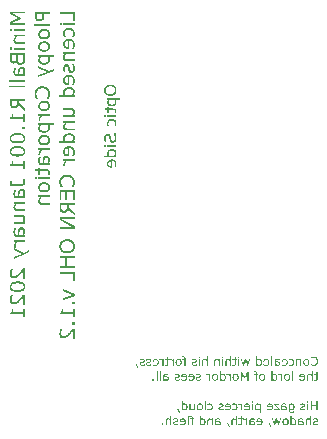
<source format=gbr>
%TF.GenerationSoftware,KiCad,Pcbnew,8.0.7*%
%TF.CreationDate,2025-09-19T21:14:16-06:00*%
%TF.ProjectId,MiniBall,4d696e69-4261-46c6-9c2e-6b696361645f,rev?*%
%TF.SameCoordinates,Original*%
%TF.FileFunction,Legend,Bot*%
%TF.FilePolarity,Positive*%
%FSLAX46Y46*%
G04 Gerber Fmt 4.6, Leading zero omitted, Abs format (unit mm)*
G04 Created by KiCad (PCBNEW 8.0.7) date 2025-09-19 21:14:16*
%MOMM*%
%LPD*%
G01*
G04 APERTURE LIST*
%ADD10C,0.254000*%
%ADD11C,0.187500*%
%ADD12C,0.250000*%
G04 APERTURE END LIST*
D10*
G36*
X129669660Y-96141462D02*
G01*
X129669660Y-95971408D01*
X128574841Y-95971408D01*
X129317950Y-95616035D01*
X129317950Y-95514674D01*
X128574841Y-95161743D01*
X129669660Y-95161743D01*
X129669660Y-95002985D01*
X128399597Y-95002985D01*
X128399597Y-95234711D01*
X129105153Y-95575430D01*
X128399597Y-95905157D01*
X128399597Y-96141462D01*
X129669660Y-96141462D01*
G37*
G36*
X128575452Y-96637275D02*
G01*
X128575452Y-96455314D01*
X128399597Y-96455314D01*
X128399597Y-96637275D01*
X128575452Y-96637275D01*
G37*
G36*
X129669660Y-96627200D02*
G01*
X129669660Y-96465695D01*
X128712228Y-96465695D01*
X128712228Y-96627200D01*
X129669660Y-96627200D01*
G37*
G36*
X129669660Y-97745833D02*
G01*
X129669660Y-97584327D01*
X129131104Y-97584327D01*
X129067830Y-97582343D01*
X129008677Y-97576389D01*
X128946973Y-97561839D01*
X128919223Y-97548301D01*
X128874881Y-97503169D01*
X128866406Y-97486325D01*
X128851451Y-97426528D01*
X128849004Y-97381605D01*
X128856114Y-97318440D01*
X128875582Y-97257064D01*
X128881366Y-97243608D01*
X128910334Y-97186024D01*
X128945148Y-97130354D01*
X128963187Y-97105306D01*
X129669660Y-97105306D01*
X129669660Y-96943800D01*
X128712228Y-96943800D01*
X128712228Y-97105306D01*
X128824579Y-97105306D01*
X128785181Y-97157763D01*
X128752204Y-97211448D01*
X128727798Y-97261316D01*
X128706403Y-97322596D01*
X128694882Y-97385078D01*
X128692688Y-97427401D01*
X128697129Y-97491853D01*
X128713081Y-97556854D01*
X128740635Y-97612619D01*
X128785500Y-97664317D01*
X128837001Y-97699980D01*
X128898692Y-97725454D01*
X128961029Y-97739385D01*
X129031168Y-97745514D01*
X129052641Y-97745833D01*
X129669660Y-97745833D01*
G37*
G36*
X128575452Y-98223633D02*
G01*
X128575452Y-98041672D01*
X128399597Y-98041672D01*
X128399597Y-98223633D01*
X128575452Y-98223633D01*
G37*
G36*
X129669660Y-98213558D02*
G01*
X129669660Y-98052052D01*
X128712228Y-98052052D01*
X128712228Y-98213558D01*
X129669660Y-98213558D01*
G37*
G36*
X129669660Y-98996661D02*
G01*
X129669450Y-99021207D01*
X129666311Y-99089884D01*
X129659404Y-99151123D01*
X129645846Y-99215869D01*
X129629867Y-99263335D01*
X129600522Y-99323091D01*
X129565551Y-99374322D01*
X129547029Y-99396339D01*
X129500785Y-99438006D01*
X129446177Y-99471408D01*
X129403566Y-99488823D01*
X129341341Y-99503177D01*
X129278871Y-99507434D01*
X129238678Y-99505608D01*
X129171965Y-99493117D01*
X129112497Y-99468793D01*
X129060274Y-99432635D01*
X129029873Y-99402757D01*
X128992202Y-99350654D01*
X128964046Y-99289810D01*
X128947006Y-99228387D01*
X128940289Y-99228387D01*
X128920863Y-99260704D01*
X128882939Y-99309241D01*
X128835265Y-99352035D01*
X128806345Y-99370117D01*
X128745892Y-99391915D01*
X128682308Y-99398441D01*
X128667566Y-99398162D01*
X128604019Y-99389480D01*
X128545532Y-99366689D01*
X128535010Y-99360395D01*
X128487872Y-99318700D01*
X128452109Y-99264412D01*
X128444438Y-99248441D01*
X128423000Y-99191039D01*
X128409977Y-99131300D01*
X128407544Y-99112867D01*
X128402526Y-99050764D01*
X128400245Y-98987502D01*
X128399597Y-98921862D01*
X128399597Y-98915756D01*
X128555912Y-98915756D01*
X128555960Y-98931428D01*
X128557286Y-98993761D01*
X128561408Y-99058027D01*
X128566960Y-99095641D01*
X128588580Y-99156030D01*
X128592228Y-99162329D01*
X128637733Y-99205794D01*
X128651629Y-99211861D01*
X128712228Y-99221365D01*
X128744028Y-99219725D01*
X128804124Y-99204573D01*
X128824823Y-99193268D01*
X128867627Y-99147481D01*
X128882471Y-99118945D01*
X128899989Y-99059859D01*
X128906161Y-98996532D01*
X128906536Y-98980175D01*
X129063937Y-98980175D01*
X129063991Y-98995749D01*
X129065464Y-99058027D01*
X129070043Y-99123057D01*
X129076598Y-99164759D01*
X129096299Y-99223196D01*
X129122974Y-99266560D01*
X129169572Y-99307460D01*
X129223516Y-99325565D01*
X129285282Y-99330663D01*
X129330062Y-99327529D01*
X129390001Y-99308376D01*
X129421532Y-99285985D01*
X129462358Y-99237851D01*
X129488091Y-99182194D01*
X129502353Y-99120920D01*
X129508611Y-99067216D01*
X129512271Y-99003916D01*
X129513344Y-98938043D01*
X129513344Y-98713034D01*
X129063937Y-98713034D01*
X129063937Y-98980175D01*
X128906536Y-98980175D01*
X128907622Y-98932853D01*
X128907622Y-98713034D01*
X128555912Y-98713034D01*
X128555912Y-98915756D01*
X128399597Y-98915756D01*
X128399597Y-98543285D01*
X129669660Y-98543285D01*
X129669660Y-98996661D01*
G37*
G36*
X129431046Y-99662285D02*
G01*
X129496506Y-99677325D01*
X129554672Y-99706613D01*
X129605546Y-99750150D01*
X129633975Y-99785413D01*
X129665590Y-99843459D01*
X129683971Y-99907687D01*
X129689199Y-99969969D01*
X129686314Y-100032061D01*
X129676071Y-100092701D01*
X129666498Y-100127360D01*
X129644014Y-100185513D01*
X129635752Y-100202877D01*
X129603409Y-100256344D01*
X129598699Y-100263079D01*
X129563414Y-100314351D01*
X129669660Y-100314351D01*
X129669660Y-100474941D01*
X129022416Y-100474941D01*
X128988892Y-100473943D01*
X128928156Y-100465957D01*
X128867932Y-100446548D01*
X128860201Y-100442899D01*
X128808068Y-100409142D01*
X128766266Y-100364116D01*
X128758919Y-100353635D01*
X128728463Y-100295916D01*
X128709480Y-100234057D01*
X128701363Y-100189733D01*
X128694672Y-100124174D01*
X128692688Y-100057591D01*
X128693968Y-100008602D01*
X128699657Y-99942606D01*
X128708869Y-99881431D01*
X128710843Y-99870451D01*
X128723149Y-99807045D01*
X128737873Y-99744960D01*
X128907622Y-99744960D01*
X128907622Y-99753509D01*
X128889685Y-99794858D01*
X128867074Y-99855666D01*
X128849614Y-99915014D01*
X128846013Y-99929540D01*
X128833892Y-99993921D01*
X128829464Y-100056675D01*
X128830495Y-100095415D01*
X128836791Y-100157120D01*
X128841142Y-100180361D01*
X128864269Y-100239552D01*
X128874512Y-100254510D01*
X128923498Y-100294812D01*
X128957284Y-100307463D01*
X129018447Y-100314351D01*
X129044398Y-100314351D01*
X129181174Y-100314351D01*
X129428775Y-100314351D01*
X129441841Y-100295303D01*
X129475334Y-100239270D01*
X129502353Y-100183681D01*
X129514249Y-100152244D01*
X129528590Y-100090063D01*
X129532884Y-100028282D01*
X129531944Y-99997603D01*
X129522027Y-99934433D01*
X129494415Y-99876241D01*
X129442620Y-99837411D01*
X129379316Y-99826476D01*
X129325621Y-99834658D01*
X129273070Y-99869219D01*
X129237885Y-99922453D01*
X129216284Y-99981876D01*
X129209109Y-100013761D01*
X129199404Y-100076563D01*
X129193081Y-100140328D01*
X129189360Y-100188757D01*
X129185054Y-100249988D01*
X129181174Y-100314351D01*
X129044398Y-100314351D01*
X129048176Y-100245086D01*
X129052794Y-100178033D01*
X129058251Y-100113195D01*
X129064548Y-100050569D01*
X129067279Y-100027868D01*
X129078015Y-99963500D01*
X129094419Y-99898552D01*
X129115534Y-99840520D01*
X129136218Y-99799648D01*
X129173827Y-99747641D01*
X129219337Y-99706797D01*
X129269299Y-99680203D01*
X129328929Y-99664648D01*
X129391528Y-99660086D01*
X129431046Y-99662285D01*
G37*
G36*
X129669660Y-100942971D02*
G01*
X129669660Y-100781466D01*
X128340978Y-100781466D01*
X128340978Y-100942971D01*
X129669660Y-100942971D01*
G37*
G36*
X129669660Y-101422909D02*
G01*
X129669660Y-101261403D01*
X128340978Y-101261403D01*
X128340978Y-101422909D01*
X129669660Y-101422909D01*
G37*
G36*
X129669660Y-102536656D02*
G01*
X129161634Y-102536656D01*
X129161634Y-102776319D01*
X129669660Y-103204050D01*
X129669660Y-103424784D01*
X129111565Y-102943931D01*
X129095857Y-102980724D01*
X129061985Y-103040527D01*
X129020917Y-103092071D01*
X128972651Y-103135356D01*
X128930180Y-103162479D01*
X128869306Y-103187563D01*
X128809276Y-103200615D01*
X128743674Y-103204966D01*
X128701157Y-103203096D01*
X128636156Y-103191189D01*
X128576978Y-103165887D01*
X128553043Y-103150159D01*
X128506632Y-103108717D01*
X128467679Y-103057199D01*
X128456239Y-103037546D01*
X128430394Y-102978475D01*
X128414557Y-102918285D01*
X128413636Y-102913420D01*
X128404871Y-102849127D01*
X128400780Y-102787220D01*
X128399818Y-102736630D01*
X128555912Y-102736630D01*
X128557665Y-102793289D01*
X128565071Y-102856004D01*
X128572167Y-102886337D01*
X128597433Y-102943626D01*
X128615638Y-102969010D01*
X128664295Y-103007434D01*
X128692916Y-103018559D01*
X128754970Y-103026974D01*
X128805663Y-103023900D01*
X128865795Y-103008350D01*
X128897122Y-102991735D01*
X128943037Y-102951258D01*
X128971780Y-102908021D01*
X128992191Y-102849287D01*
X128995268Y-102833931D01*
X129003152Y-102770654D01*
X129005319Y-102708542D01*
X129005319Y-102536656D01*
X128555912Y-102536656D01*
X128555912Y-102736630D01*
X128399818Y-102736630D01*
X128399597Y-102725028D01*
X128399597Y-102366907D01*
X129669660Y-102366907D01*
X129669660Y-102536656D01*
G37*
G36*
X129669660Y-104342221D02*
G01*
X129669660Y-103650098D01*
X129532884Y-103650098D01*
X129532884Y-103916323D01*
X128692688Y-103916323D01*
X128692688Y-103650098D01*
X128575452Y-103650098D01*
X128572650Y-103713307D01*
X128566598Y-103765808D01*
X128554029Y-103825968D01*
X128540647Y-103859536D01*
X128502694Y-103909453D01*
X128487219Y-103921818D01*
X128428746Y-103944640D01*
X128399597Y-103948074D01*
X128399597Y-104081187D01*
X129532884Y-104081187D01*
X129532884Y-104342221D01*
X129669660Y-104342221D01*
G37*
G36*
X129669660Y-104946417D02*
G01*
X129669660Y-104741253D01*
X129415647Y-104741253D01*
X129415647Y-104946417D01*
X129669660Y-104946417D01*
G37*
G36*
X129056175Y-105277775D02*
G01*
X129135334Y-105280258D01*
X129209113Y-105286051D01*
X129277510Y-105295156D01*
X129340527Y-105307571D01*
X129411730Y-105327745D01*
X129474526Y-105353092D01*
X129528915Y-105383612D01*
X129566481Y-105412110D01*
X129613440Y-105462120D01*
X129649128Y-105520846D01*
X129673546Y-105588287D01*
X129685286Y-105651145D01*
X129689199Y-105720056D01*
X129687809Y-105761488D01*
X129679315Y-105825901D01*
X129658929Y-105895543D01*
X129627423Y-105956833D01*
X129584797Y-106009774D01*
X129531052Y-106054364D01*
X129499756Y-106073624D01*
X129440548Y-106101514D01*
X129372530Y-106124142D01*
X129311772Y-106138455D01*
X129245376Y-106149401D01*
X129173341Y-106156979D01*
X129095668Y-106161189D01*
X129033712Y-106162136D01*
X129013343Y-106162032D01*
X128935109Y-106159542D01*
X128862065Y-106153732D01*
X128794211Y-106144601D01*
X128731548Y-106132150D01*
X128660517Y-106111918D01*
X128597596Y-106086498D01*
X128542784Y-106055890D01*
X128504645Y-106027468D01*
X128456971Y-105977573D01*
X128420739Y-105918962D01*
X128395949Y-105851635D01*
X128384030Y-105788872D01*
X128380057Y-105720056D01*
X128516833Y-105720056D01*
X128516963Y-105730130D01*
X128525153Y-105794169D01*
X128550111Y-105853474D01*
X128552204Y-105856696D01*
X128594278Y-105902415D01*
X128648419Y-105935295D01*
X128687979Y-105951194D01*
X128747864Y-105967358D01*
X128809925Y-105977122D01*
X128840424Y-105980200D01*
X128906386Y-105984792D01*
X128971411Y-105987140D01*
X129033712Y-105987807D01*
X129065793Y-105987640D01*
X129133684Y-105986044D01*
X129195634Y-105982757D01*
X129257500Y-105977122D01*
X129296951Y-105971512D01*
X129359211Y-105957544D01*
X129419005Y-105936211D01*
X129423170Y-105934375D01*
X129477700Y-105901101D01*
X129519450Y-105853779D01*
X129527178Y-105840069D01*
X129546981Y-105781009D01*
X129552423Y-105720056D01*
X129551879Y-105699067D01*
X129542600Y-105638230D01*
X129517618Y-105582059D01*
X129515412Y-105578838D01*
X129471763Y-105533548D01*
X129416563Y-105501764D01*
X129380155Y-105487682D01*
X129321251Y-105471568D01*
X129257194Y-105461464D01*
X129228277Y-105458738D01*
X129164092Y-105454671D01*
X129099085Y-105452591D01*
X129035544Y-105452000D01*
X129005701Y-105452167D01*
X128940785Y-105453763D01*
X128878961Y-105457050D01*
X128813894Y-105462685D01*
X128777350Y-105467347D01*
X128712378Y-105480599D01*
X128650251Y-105502680D01*
X128646086Y-105504629D01*
X128591633Y-105539011D01*
X128550111Y-105586333D01*
X128542312Y-105599977D01*
X128522325Y-105658956D01*
X128516833Y-105720056D01*
X128380057Y-105720056D01*
X128381463Y-105678409D01*
X128390056Y-105613696D01*
X128410678Y-105543794D01*
X128442549Y-105482349D01*
X128485668Y-105429362D01*
X128540036Y-105384833D01*
X128571575Y-105365682D01*
X128630998Y-105337950D01*
X128698992Y-105315450D01*
X128759559Y-105301218D01*
X128825612Y-105290334D01*
X128897151Y-105282799D01*
X128974175Y-105278613D01*
X129035544Y-105277671D01*
X129056175Y-105277775D01*
G37*
G36*
X129056175Y-106390301D02*
G01*
X129135334Y-106392784D01*
X129209113Y-106398578D01*
X129277510Y-106407682D01*
X129340527Y-106420097D01*
X129411730Y-106440271D01*
X129474526Y-106465618D01*
X129528915Y-106496138D01*
X129566481Y-106524636D01*
X129613440Y-106574646D01*
X129649128Y-106633372D01*
X129673546Y-106700813D01*
X129685286Y-106763671D01*
X129689199Y-106832582D01*
X129687809Y-106874014D01*
X129679315Y-106938427D01*
X129658929Y-107008069D01*
X129627423Y-107069360D01*
X129584797Y-107122300D01*
X129531052Y-107166890D01*
X129499756Y-107186150D01*
X129440548Y-107214040D01*
X129372530Y-107236668D01*
X129311772Y-107250982D01*
X129245376Y-107261927D01*
X129173341Y-107269505D01*
X129095668Y-107273715D01*
X129033712Y-107274662D01*
X129013343Y-107274558D01*
X128935109Y-107272068D01*
X128862065Y-107266258D01*
X128794211Y-107257127D01*
X128731548Y-107244677D01*
X128660517Y-107224444D01*
X128597596Y-107199024D01*
X128542784Y-107168416D01*
X128504645Y-107139994D01*
X128456971Y-107090099D01*
X128420739Y-107031488D01*
X128395949Y-106964161D01*
X128384030Y-106901398D01*
X128380057Y-106832582D01*
X128516833Y-106832582D01*
X128516963Y-106842656D01*
X128525153Y-106906695D01*
X128550111Y-106966000D01*
X128552204Y-106969222D01*
X128594278Y-107014942D01*
X128648419Y-107047821D01*
X128687979Y-107063720D01*
X128747864Y-107079885D01*
X128809925Y-107089648D01*
X128840424Y-107092726D01*
X128906386Y-107097318D01*
X128971411Y-107099666D01*
X129033712Y-107100334D01*
X129065793Y-107100167D01*
X129133684Y-107098570D01*
X129195634Y-107095283D01*
X129257500Y-107089648D01*
X129296951Y-107084038D01*
X129359211Y-107070070D01*
X129419005Y-107048737D01*
X129423170Y-107046901D01*
X129477700Y-107013627D01*
X129519450Y-106966305D01*
X129527178Y-106952595D01*
X129546981Y-106893535D01*
X129552423Y-106832582D01*
X129551879Y-106811593D01*
X129542600Y-106750756D01*
X129517618Y-106694585D01*
X129515412Y-106691364D01*
X129471763Y-106646074D01*
X129416563Y-106614290D01*
X129380155Y-106600208D01*
X129321251Y-106584094D01*
X129257194Y-106573990D01*
X129228277Y-106571264D01*
X129164092Y-106567197D01*
X129099085Y-106565117D01*
X129035544Y-106564526D01*
X129005701Y-106564693D01*
X128940785Y-106566289D01*
X128878961Y-106569577D01*
X128813894Y-106575212D01*
X128777350Y-106579873D01*
X128712378Y-106593125D01*
X128650251Y-106615206D01*
X128646086Y-106617155D01*
X128591633Y-106651537D01*
X128550111Y-106698859D01*
X128542312Y-106712503D01*
X128522325Y-106771482D01*
X128516833Y-106832582D01*
X128380057Y-106832582D01*
X128381463Y-106790935D01*
X128390056Y-106726222D01*
X128410678Y-106656320D01*
X128442549Y-106594875D01*
X128485668Y-106541888D01*
X128540036Y-106497359D01*
X128571575Y-106478208D01*
X128630998Y-106450476D01*
X128698992Y-106427976D01*
X128759559Y-106413744D01*
X128825612Y-106402860D01*
X128897151Y-106395325D01*
X128974175Y-106391139D01*
X129035544Y-106390198D01*
X129056175Y-106390301D01*
G37*
G36*
X129669660Y-108316052D02*
G01*
X129669660Y-107623929D01*
X129532884Y-107623929D01*
X129532884Y-107890154D01*
X128692688Y-107890154D01*
X128692688Y-107623929D01*
X128575452Y-107623929D01*
X128572650Y-107687138D01*
X128566598Y-107739639D01*
X128554029Y-107799800D01*
X128540647Y-107833367D01*
X128502694Y-107883285D01*
X128487219Y-107895649D01*
X128428746Y-107918471D01*
X128399597Y-107921906D01*
X128399597Y-108055018D01*
X129532884Y-108055018D01*
X129532884Y-108316052D01*
X129669660Y-108316052D01*
G37*
G36*
X129340848Y-109752506D02*
G01*
X129410377Y-109747597D01*
X129472573Y-109732871D01*
X129534674Y-109704020D01*
X129587195Y-109662346D01*
X129598829Y-109649924D01*
X129638366Y-109594263D01*
X129663694Y-109538391D01*
X129680374Y-109475828D01*
X129688405Y-109406574D01*
X129689199Y-109374845D01*
X129686098Y-109312592D01*
X129681261Y-109264936D01*
X129672789Y-109201814D01*
X129662638Y-109149836D01*
X129493805Y-109149836D01*
X129493805Y-109159301D01*
X129512272Y-109218288D01*
X129519755Y-109246007D01*
X129530717Y-109308139D01*
X129532884Y-109351642D01*
X129529494Y-109414428D01*
X129516265Y-109474171D01*
X129515176Y-109477122D01*
X129483613Y-109530081D01*
X129464496Y-109546426D01*
X129408333Y-109571106D01*
X129382064Y-109576040D01*
X129318674Y-109581393D01*
X129269101Y-109582452D01*
X128536373Y-109582452D01*
X128536373Y-109311953D01*
X128399597Y-109311953D01*
X128399597Y-109752506D01*
X129340848Y-109752506D01*
G37*
G36*
X129431046Y-109998642D02*
G01*
X129496506Y-110013682D01*
X129554672Y-110042971D01*
X129605546Y-110086508D01*
X129633975Y-110121770D01*
X129665590Y-110179816D01*
X129683971Y-110244044D01*
X129689199Y-110306326D01*
X129686314Y-110368419D01*
X129676071Y-110429058D01*
X129666498Y-110463717D01*
X129644014Y-110521871D01*
X129635752Y-110539235D01*
X129603409Y-110592701D01*
X129598699Y-110599436D01*
X129563414Y-110650709D01*
X129669660Y-110650709D01*
X129669660Y-110811298D01*
X129022416Y-110811298D01*
X128988892Y-110810300D01*
X128928156Y-110802315D01*
X128867932Y-110782905D01*
X128860201Y-110779256D01*
X128808068Y-110745500D01*
X128766266Y-110700473D01*
X128758919Y-110689992D01*
X128728463Y-110632274D01*
X128709480Y-110570414D01*
X128701363Y-110526091D01*
X128694672Y-110460531D01*
X128692688Y-110393948D01*
X128693968Y-110344959D01*
X128699657Y-110278963D01*
X128708869Y-110217788D01*
X128710843Y-110206808D01*
X128723149Y-110143402D01*
X128737873Y-110081318D01*
X128907622Y-110081318D01*
X128907622Y-110089866D01*
X128889685Y-110131216D01*
X128867074Y-110192024D01*
X128849614Y-110251372D01*
X128846013Y-110265897D01*
X128833892Y-110330278D01*
X128829464Y-110393033D01*
X128830495Y-110431773D01*
X128836791Y-110493477D01*
X128841142Y-110516719D01*
X128864269Y-110575909D01*
X128874512Y-110590867D01*
X128923498Y-110631169D01*
X128957284Y-110643820D01*
X129018447Y-110650709D01*
X129044398Y-110650709D01*
X129181174Y-110650709D01*
X129428775Y-110650709D01*
X129441841Y-110631660D01*
X129475334Y-110575627D01*
X129502353Y-110520039D01*
X129514249Y-110488602D01*
X129528590Y-110426420D01*
X129532884Y-110364639D01*
X129531944Y-110333960D01*
X129522027Y-110270791D01*
X129494415Y-110212598D01*
X129442620Y-110173768D01*
X129379316Y-110162834D01*
X129325621Y-110171015D01*
X129273070Y-110205576D01*
X129237885Y-110258811D01*
X129216284Y-110318233D01*
X129209109Y-110350118D01*
X129199404Y-110412920D01*
X129193081Y-110476686D01*
X129189360Y-110525114D01*
X129185054Y-110586345D01*
X129181174Y-110650709D01*
X129044398Y-110650709D01*
X129048176Y-110581443D01*
X129052794Y-110514391D01*
X129058251Y-110449552D01*
X129064548Y-110386926D01*
X129067279Y-110364225D01*
X129078015Y-110299858D01*
X129094419Y-110234909D01*
X129115534Y-110176878D01*
X129136218Y-110136005D01*
X129173827Y-110083999D01*
X129219337Y-110043155D01*
X129269299Y-110016560D01*
X129328929Y-110001005D01*
X129391528Y-109996443D01*
X129431046Y-109998642D01*
G37*
G36*
X129669660Y-111918024D02*
G01*
X129669660Y-111756518D01*
X129131104Y-111756518D01*
X129067830Y-111754534D01*
X129008677Y-111748580D01*
X128946973Y-111734031D01*
X128919223Y-111720492D01*
X128874881Y-111675360D01*
X128866406Y-111658516D01*
X128851451Y-111598719D01*
X128849004Y-111553797D01*
X128856114Y-111490631D01*
X128875582Y-111429255D01*
X128881366Y-111415799D01*
X128910334Y-111358215D01*
X128945148Y-111302545D01*
X128963187Y-111277497D01*
X129669660Y-111277497D01*
X129669660Y-111115991D01*
X128712228Y-111115991D01*
X128712228Y-111277497D01*
X128824579Y-111277497D01*
X128785181Y-111329955D01*
X128752204Y-111383639D01*
X128727798Y-111433507D01*
X128706403Y-111494787D01*
X128694882Y-111557269D01*
X128692688Y-111599592D01*
X128697129Y-111664044D01*
X128713081Y-111729045D01*
X128740635Y-111784811D01*
X128785500Y-111836508D01*
X128837001Y-111872171D01*
X128898692Y-111897645D01*
X128961029Y-111911576D01*
X129031168Y-111917705D01*
X129052641Y-111918024D01*
X129669660Y-111918024D01*
G37*
G36*
X129669660Y-113017727D02*
G01*
X129669660Y-112856222D01*
X129557308Y-112856222D01*
X129594296Y-112805930D01*
X129628302Y-112752124D01*
X129655310Y-112699906D01*
X129675961Y-112641660D01*
X129687081Y-112579120D01*
X129689199Y-112535042D01*
X129684831Y-112472124D01*
X129669141Y-112408054D01*
X129642041Y-112352340D01*
X129597913Y-112299653D01*
X129546775Y-112262921D01*
X129484951Y-112236684D01*
X129422089Y-112222336D01*
X129351047Y-112216023D01*
X129329246Y-112215695D01*
X128712228Y-112215695D01*
X128712228Y-112377200D01*
X129250783Y-112377200D01*
X129313770Y-112378676D01*
X129374126Y-112383917D01*
X129435002Y-112399708D01*
X129461748Y-112413226D01*
X129506284Y-112455759D01*
X129516092Y-112473371D01*
X129530899Y-112536189D01*
X129532884Y-112580533D01*
X129525840Y-112641976D01*
X129506556Y-112703803D01*
X129500827Y-112717614D01*
X129471660Y-112776280D01*
X129436750Y-112831721D01*
X129418700Y-112856222D01*
X128712228Y-112856222D01*
X128712228Y-113017727D01*
X129669660Y-113017727D01*
G37*
G36*
X129431046Y-113261726D02*
G01*
X129496506Y-113276767D01*
X129554672Y-113306055D01*
X129605546Y-113349592D01*
X129633975Y-113384855D01*
X129665590Y-113442901D01*
X129683971Y-113507129D01*
X129689199Y-113569411D01*
X129686314Y-113631503D01*
X129676071Y-113692143D01*
X129666498Y-113726802D01*
X129644014Y-113784955D01*
X129635752Y-113802319D01*
X129603409Y-113855785D01*
X129598699Y-113862521D01*
X129563414Y-113913793D01*
X129669660Y-113913793D01*
X129669660Y-114074383D01*
X129022416Y-114074383D01*
X128988892Y-114073385D01*
X128928156Y-114065399D01*
X128867932Y-114045990D01*
X128860201Y-114042340D01*
X128808068Y-114008584D01*
X128766266Y-113963558D01*
X128758919Y-113953077D01*
X128728463Y-113895358D01*
X128709480Y-113833498D01*
X128701363Y-113789175D01*
X128694672Y-113723616D01*
X128692688Y-113657033D01*
X128693968Y-113608043D01*
X128699657Y-113542048D01*
X128708869Y-113480873D01*
X128710843Y-113469893D01*
X128723149Y-113406486D01*
X128737873Y-113344402D01*
X128907622Y-113344402D01*
X128907622Y-113352951D01*
X128889685Y-113394300D01*
X128867074Y-113455108D01*
X128849614Y-113514456D01*
X128846013Y-113528982D01*
X128833892Y-113593363D01*
X128829464Y-113656117D01*
X128830495Y-113694857D01*
X128836791Y-113756562D01*
X128841142Y-113779803D01*
X128864269Y-113838994D01*
X128874512Y-113853952D01*
X128923498Y-113894254D01*
X128957284Y-113906905D01*
X129018447Y-113913793D01*
X129044398Y-113913793D01*
X129181174Y-113913793D01*
X129428775Y-113913793D01*
X129441841Y-113894744D01*
X129475334Y-113838712D01*
X129502353Y-113783123D01*
X129514249Y-113751686D01*
X129528590Y-113689505D01*
X129532884Y-113627724D01*
X129531944Y-113597044D01*
X129522027Y-113533875D01*
X129494415Y-113475683D01*
X129442620Y-113436853D01*
X129379316Y-113425918D01*
X129325621Y-113434099D01*
X129273070Y-113468661D01*
X129237885Y-113521895D01*
X129216284Y-113581318D01*
X129209109Y-113613203D01*
X129199404Y-113676004D01*
X129193081Y-113739770D01*
X129189360Y-113788199D01*
X129185054Y-113849430D01*
X129181174Y-113913793D01*
X129044398Y-113913793D01*
X129048176Y-113844527D01*
X129052794Y-113777475D01*
X129058251Y-113712636D01*
X129064548Y-113650011D01*
X129067279Y-113627310D01*
X129078015Y-113562942D01*
X129094419Y-113497994D01*
X129115534Y-113439962D01*
X129136218Y-113399090D01*
X129173827Y-113347083D01*
X129219337Y-113306239D01*
X129269299Y-113279645D01*
X129328929Y-113264089D01*
X129391528Y-113259528D01*
X129431046Y-113261726D01*
G37*
G36*
X128888082Y-114977776D02*
G01*
X128888082Y-114969228D01*
X128874358Y-114907585D01*
X128873123Y-114899008D01*
X128868704Y-114835877D01*
X128868543Y-114819018D01*
X128874913Y-114754562D01*
X128894021Y-114692093D01*
X128901821Y-114674610D01*
X128931836Y-114618909D01*
X128968301Y-114564921D01*
X128987306Y-114540581D01*
X129669660Y-114540581D01*
X129669660Y-114379076D01*
X128712228Y-114379076D01*
X128712228Y-114540581D01*
X128853583Y-114540581D01*
X128813709Y-114592866D01*
X128777788Y-114646712D01*
X128748468Y-114700776D01*
X128744284Y-114710025D01*
X128723529Y-114770311D01*
X128713355Y-114831605D01*
X128712228Y-114860234D01*
X128714365Y-114920990D01*
X128722608Y-114977776D01*
X128888082Y-114977776D01*
G37*
G36*
X128712228Y-115954747D02*
G01*
X130021369Y-115394821D01*
X130021369Y-115222324D01*
X129622337Y-115400927D01*
X128712228Y-115018992D01*
X128712228Y-115194236D01*
X129423280Y-115488549D01*
X128712228Y-115785609D01*
X128712228Y-115954747D01*
G37*
G36*
X129669660Y-117620178D02*
G01*
X129669660Y-116754643D01*
X129480677Y-116754643D01*
X129438626Y-116805352D01*
X129396624Y-116856159D01*
X129354670Y-116907061D01*
X129331383Y-116935382D01*
X129289381Y-116985397D01*
X129247524Y-117033431D01*
X129205811Y-117079485D01*
X129182700Y-117104215D01*
X129136070Y-117153194D01*
X129092540Y-117197088D01*
X129044398Y-117243052D01*
X128993875Y-117287425D01*
X128943576Y-117325936D01*
X128937847Y-117329835D01*
X128879553Y-117362035D01*
X128818397Y-117382309D01*
X128754379Y-117390657D01*
X128741231Y-117390895D01*
X128680056Y-117383139D01*
X128624594Y-117356986D01*
X128590717Y-117325255D01*
X128557601Y-117268683D01*
X128540671Y-117203927D01*
X128536373Y-117141768D01*
X128540353Y-117076148D01*
X128551094Y-117011820D01*
X128560492Y-116972630D01*
X128580068Y-116910586D01*
X128605632Y-116849552D01*
X128634070Y-116794943D01*
X128634070Y-116786394D01*
X128457910Y-116786394D01*
X128433258Y-116847595D01*
X128415282Y-116906585D01*
X128404482Y-116949121D01*
X128391602Y-117012066D01*
X128383492Y-117073819D01*
X128380081Y-117140369D01*
X128380057Y-117146347D01*
X128383320Y-117217083D01*
X128393109Y-117281830D01*
X128412777Y-117349799D01*
X128441328Y-117409615D01*
X128472870Y-117454399D01*
X128516631Y-117497938D01*
X128574371Y-117534603D01*
X128640355Y-117557301D01*
X128704853Y-117565703D01*
X128724440Y-117566140D01*
X128789336Y-117562048D01*
X128850073Y-117549771D01*
X128857857Y-117547516D01*
X128917926Y-117524771D01*
X128974789Y-117493172D01*
X129026538Y-117456688D01*
X129074220Y-117417216D01*
X129077371Y-117414404D01*
X129123553Y-117371394D01*
X129170203Y-117324759D01*
X129189112Y-117305105D01*
X129232885Y-117258775D01*
X129275971Y-117211682D01*
X129318370Y-117163826D01*
X129360082Y-117115206D01*
X129400687Y-117067026D01*
X129444543Y-117014784D01*
X129486468Y-116964619D01*
X129513344Y-116932329D01*
X129513344Y-117620178D01*
X129669660Y-117620178D01*
G37*
G36*
X129056175Y-117846512D02*
G01*
X129135334Y-117848995D01*
X129209113Y-117854788D01*
X129277510Y-117863893D01*
X129340527Y-117876307D01*
X129411730Y-117896482D01*
X129474526Y-117921829D01*
X129528915Y-117952349D01*
X129566481Y-117980847D01*
X129613440Y-118030857D01*
X129649128Y-118089583D01*
X129673546Y-118157024D01*
X129685286Y-118219882D01*
X129689199Y-118288793D01*
X129687809Y-118330225D01*
X129679315Y-118394638D01*
X129658929Y-118464279D01*
X129627423Y-118525570D01*
X129584797Y-118578511D01*
X129531052Y-118623101D01*
X129499756Y-118642361D01*
X129440548Y-118670251D01*
X129372530Y-118692879D01*
X129311772Y-118707192D01*
X129245376Y-118718138D01*
X129173341Y-118725716D01*
X129095668Y-118729925D01*
X129033712Y-118730873D01*
X129013343Y-118730769D01*
X128935109Y-118728279D01*
X128862065Y-118722469D01*
X128794211Y-118713338D01*
X128731548Y-118700887D01*
X128660517Y-118680655D01*
X128597596Y-118655235D01*
X128542784Y-118624627D01*
X128504645Y-118596205D01*
X128456971Y-118546310D01*
X128420739Y-118487698D01*
X128395949Y-118420372D01*
X128384030Y-118357609D01*
X128380057Y-118288793D01*
X128516833Y-118288793D01*
X128516963Y-118298867D01*
X128525153Y-118362906D01*
X128550111Y-118422211D01*
X128552204Y-118425433D01*
X128594278Y-118471152D01*
X128648419Y-118504032D01*
X128687979Y-118519931D01*
X128747864Y-118536095D01*
X128809925Y-118545859D01*
X128840424Y-118548937D01*
X128906386Y-118553529D01*
X128971411Y-118555877D01*
X129033712Y-118556544D01*
X129065793Y-118556377D01*
X129133684Y-118554781D01*
X129195634Y-118551494D01*
X129257500Y-118545859D01*
X129296951Y-118540249D01*
X129359211Y-118526281D01*
X129419005Y-118504948D01*
X129423170Y-118503111D01*
X129477700Y-118469838D01*
X129519450Y-118422516D01*
X129527178Y-118408806D01*
X129546981Y-118349746D01*
X129552423Y-118288793D01*
X129551879Y-118267804D01*
X129542600Y-118206967D01*
X129517618Y-118150796D01*
X129515412Y-118147575D01*
X129471763Y-118102285D01*
X129416563Y-118070501D01*
X129380155Y-118056419D01*
X129321251Y-118040305D01*
X129257194Y-118030201D01*
X129228277Y-118027474D01*
X129164092Y-118023408D01*
X129099085Y-118021328D01*
X129035544Y-118020737D01*
X129005701Y-118020904D01*
X128940785Y-118022500D01*
X128878961Y-118025787D01*
X128813894Y-118031422D01*
X128777350Y-118036084D01*
X128712378Y-118049336D01*
X128650251Y-118071417D01*
X128646086Y-118073366D01*
X128591633Y-118107748D01*
X128550111Y-118155070D01*
X128542312Y-118168713D01*
X128522325Y-118227693D01*
X128516833Y-118288793D01*
X128380057Y-118288793D01*
X128381463Y-118247146D01*
X128390056Y-118182433D01*
X128410678Y-118112530D01*
X128442549Y-118051086D01*
X128485668Y-117998099D01*
X128540036Y-117953570D01*
X128571575Y-117934419D01*
X128630998Y-117906687D01*
X128698992Y-117884187D01*
X128759559Y-117869955D01*
X128825612Y-117859071D01*
X128897151Y-117851536D01*
X128974175Y-117847350D01*
X129035544Y-117846408D01*
X129056175Y-117846512D01*
G37*
G36*
X129669660Y-119845231D02*
G01*
X129669660Y-118979695D01*
X129480677Y-118979695D01*
X129438626Y-119030405D01*
X129396624Y-119081211D01*
X129354670Y-119132114D01*
X129331383Y-119160435D01*
X129289381Y-119210449D01*
X129247524Y-119258484D01*
X129205811Y-119304538D01*
X129182700Y-119329268D01*
X129136070Y-119378246D01*
X129092540Y-119422141D01*
X129044398Y-119468104D01*
X128993875Y-119512477D01*
X128943576Y-119550988D01*
X128937847Y-119554887D01*
X128879553Y-119587087D01*
X128818397Y-119607361D01*
X128754379Y-119615709D01*
X128741231Y-119615948D01*
X128680056Y-119608191D01*
X128624594Y-119582038D01*
X128590717Y-119550307D01*
X128557601Y-119493736D01*
X128540671Y-119428979D01*
X128536373Y-119366820D01*
X128540353Y-119301201D01*
X128551094Y-119236872D01*
X128560492Y-119197682D01*
X128580068Y-119135638D01*
X128605632Y-119074604D01*
X128634070Y-119019995D01*
X128634070Y-119011447D01*
X128457910Y-119011447D01*
X128433258Y-119072647D01*
X128415282Y-119131638D01*
X128404482Y-119174173D01*
X128391602Y-119237118D01*
X128383492Y-119298871D01*
X128380081Y-119365421D01*
X128380057Y-119371400D01*
X128383320Y-119442136D01*
X128393109Y-119506883D01*
X128412777Y-119574851D01*
X128441328Y-119634668D01*
X128472870Y-119679451D01*
X128516631Y-119722991D01*
X128574371Y-119759656D01*
X128640355Y-119782353D01*
X128704853Y-119790755D01*
X128724440Y-119791192D01*
X128789336Y-119787100D01*
X128850073Y-119774824D01*
X128857857Y-119772568D01*
X128917926Y-119749823D01*
X128974789Y-119718224D01*
X129026538Y-119681741D01*
X129074220Y-119642269D01*
X129077371Y-119639456D01*
X129123553Y-119596446D01*
X129170203Y-119549811D01*
X129189112Y-119530157D01*
X129232885Y-119483828D01*
X129275971Y-119436735D01*
X129318370Y-119388878D01*
X129360082Y-119340259D01*
X129400687Y-119292078D01*
X129444543Y-119239836D01*
X129486468Y-119189671D01*
X129513344Y-119157382D01*
X129513344Y-119845231D01*
X129669660Y-119845231D01*
G37*
G36*
X129669660Y-120884789D02*
G01*
X129669660Y-120192666D01*
X129532884Y-120192666D01*
X129532884Y-120458891D01*
X128692688Y-120458891D01*
X128692688Y-120192666D01*
X128575452Y-120192666D01*
X128572650Y-120255875D01*
X128566598Y-120308376D01*
X128554029Y-120368536D01*
X128540647Y-120402104D01*
X128502694Y-120452022D01*
X128487219Y-120464386D01*
X128428746Y-120487208D01*
X128399597Y-120490642D01*
X128399597Y-120623755D01*
X129532884Y-120623755D01*
X129532884Y-120884789D01*
X129669660Y-120884789D01*
G37*
G36*
X131769660Y-95172734D02*
G01*
X131300713Y-95172734D01*
X131300713Y-95342788D01*
X131299908Y-95384566D01*
X131295271Y-95446605D01*
X131285128Y-95509328D01*
X131267740Y-95570239D01*
X131243883Y-95624335D01*
X131210132Y-95678331D01*
X131168517Y-95726555D01*
X131151446Y-95742670D01*
X131098653Y-95781605D01*
X131043037Y-95809597D01*
X131010663Y-95821137D01*
X130947439Y-95835047D01*
X130885500Y-95839212D01*
X130825861Y-95836048D01*
X130761232Y-95823589D01*
X130701097Y-95799217D01*
X130666121Y-95777159D01*
X130619309Y-95736344D01*
X130579281Y-95686255D01*
X130564598Y-95662484D01*
X130538086Y-95606562D01*
X130518831Y-95544594D01*
X130516502Y-95534495D01*
X130506377Y-95474006D01*
X130501118Y-95411752D01*
X130499597Y-95349810D01*
X130499597Y-95341262D01*
X130655912Y-95341262D01*
X130655923Y-95346272D01*
X130658394Y-95410720D01*
X130667208Y-95474679D01*
X130677469Y-95512661D01*
X130703539Y-95568713D01*
X130730423Y-95603181D01*
X130779865Y-95639238D01*
X130827280Y-95655893D01*
X130889775Y-95662441D01*
X130925874Y-95660457D01*
X130987777Y-95645649D01*
X131022346Y-95628126D01*
X131070514Y-95588558D01*
X131103792Y-95542228D01*
X131126690Y-95483839D01*
X131135250Y-95444536D01*
X131142305Y-95382590D01*
X131144398Y-95316227D01*
X131144398Y-95172734D01*
X130655912Y-95172734D01*
X130655912Y-95341262D01*
X130499597Y-95341262D01*
X130499597Y-95002985D01*
X131769660Y-95002985D01*
X131769660Y-95172734D01*
G37*
G36*
X131769660Y-96208324D02*
G01*
X131769660Y-96046818D01*
X130440978Y-96046818D01*
X130440978Y-96208324D01*
X131769660Y-96208324D01*
G37*
G36*
X131347434Y-96459016D02*
G01*
X131413399Y-96466613D01*
X131474624Y-96480054D01*
X131541836Y-96503896D01*
X131602222Y-96536153D01*
X131655781Y-96576825D01*
X131679624Y-96600055D01*
X131720275Y-96650909D01*
X131751545Y-96707624D01*
X131773434Y-96770200D01*
X131785942Y-96838635D01*
X131789199Y-96900142D01*
X131788678Y-96925049D01*
X131780860Y-96995950D01*
X131763662Y-97061119D01*
X131737083Y-97120557D01*
X131701122Y-97174263D01*
X131655781Y-97222237D01*
X131611623Y-97256891D01*
X131552375Y-97290722D01*
X131486300Y-97316096D01*
X131426024Y-97330780D01*
X131361007Y-97339590D01*
X131291249Y-97342527D01*
X131235130Y-97340647D01*
X131169222Y-97333011D01*
X131108024Y-97319502D01*
X131040804Y-97295538D01*
X130980369Y-97263117D01*
X130926716Y-97222237D01*
X130902764Y-97198966D01*
X130861927Y-97148126D01*
X130830514Y-97091554D01*
X130808525Y-97029251D01*
X130795960Y-96961216D01*
X130792688Y-96900142D01*
X130929464Y-96900142D01*
X130931641Y-96939303D01*
X130946528Y-97002807D01*
X130975518Y-97057327D01*
X131018613Y-97102863D01*
X131042374Y-97119965D01*
X131098741Y-97147328D01*
X131157735Y-97163788D01*
X131225758Y-97173266D01*
X131291249Y-97175831D01*
X131313343Y-97175543D01*
X131375474Y-97171232D01*
X131440093Y-97159664D01*
X131503568Y-97137820D01*
X131561748Y-97102253D01*
X131592563Y-97072822D01*
X131626832Y-97021350D01*
X131646756Y-96961088D01*
X131652423Y-96900142D01*
X131650187Y-96860804D01*
X131634892Y-96797059D01*
X131605107Y-96742394D01*
X131560832Y-96696810D01*
X131542847Y-96683769D01*
X131487516Y-96655267D01*
X131421460Y-96635884D01*
X131354865Y-96626407D01*
X131291249Y-96623842D01*
X131268681Y-96624125D01*
X131205401Y-96628364D01*
X131139958Y-96639741D01*
X131076221Y-96661222D01*
X131018613Y-96696199D01*
X130988316Y-96725508D01*
X130954624Y-96777200D01*
X130935036Y-96838165D01*
X130929464Y-96900142D01*
X130792688Y-96900142D01*
X130793212Y-96875051D01*
X130801065Y-96803685D01*
X130818342Y-96738179D01*
X130845043Y-96678534D01*
X130881168Y-96624750D01*
X130926716Y-96576825D01*
X130970956Y-96542347D01*
X131030261Y-96508688D01*
X131096349Y-96483443D01*
X131156605Y-96468834D01*
X131221572Y-96460068D01*
X131291249Y-96457146D01*
X131347434Y-96459016D01*
G37*
G36*
X131347434Y-97520251D02*
G01*
X131413399Y-97527848D01*
X131474624Y-97541289D01*
X131541836Y-97565131D01*
X131602222Y-97597388D01*
X131655781Y-97638060D01*
X131679624Y-97661290D01*
X131720275Y-97712145D01*
X131751545Y-97768859D01*
X131773434Y-97831435D01*
X131785942Y-97899870D01*
X131789199Y-97961377D01*
X131788678Y-97986284D01*
X131780860Y-98057185D01*
X131763662Y-98122354D01*
X131737083Y-98181792D01*
X131701122Y-98235498D01*
X131655781Y-98283472D01*
X131611623Y-98318126D01*
X131552375Y-98351957D01*
X131486300Y-98377331D01*
X131426024Y-98392015D01*
X131361007Y-98400825D01*
X131291249Y-98403762D01*
X131235130Y-98401882D01*
X131169222Y-98394247D01*
X131108024Y-98380738D01*
X131040804Y-98356774D01*
X130980369Y-98324352D01*
X130926716Y-98283472D01*
X130902764Y-98260201D01*
X130861927Y-98209361D01*
X130830514Y-98152789D01*
X130808525Y-98090486D01*
X130795960Y-98022451D01*
X130792688Y-97961377D01*
X130929464Y-97961377D01*
X130931641Y-98000539D01*
X130946528Y-98064042D01*
X130975518Y-98118562D01*
X131018613Y-98164098D01*
X131042374Y-98181200D01*
X131098741Y-98208563D01*
X131157735Y-98225024D01*
X131225758Y-98234501D01*
X131291249Y-98237066D01*
X131313343Y-98236779D01*
X131375474Y-98232467D01*
X131440093Y-98220899D01*
X131503568Y-98199055D01*
X131561748Y-98163488D01*
X131592563Y-98134057D01*
X131626832Y-98082585D01*
X131646756Y-98022323D01*
X131652423Y-97961377D01*
X131650187Y-97922039D01*
X131634892Y-97858294D01*
X131605107Y-97803629D01*
X131560832Y-97758045D01*
X131542847Y-97745005D01*
X131487516Y-97716502D01*
X131421460Y-97697120D01*
X131354865Y-97687642D01*
X131291249Y-97685077D01*
X131268681Y-97685360D01*
X131205401Y-97689599D01*
X131139958Y-97700976D01*
X131076221Y-97722457D01*
X131018613Y-97757434D01*
X130988316Y-97786743D01*
X130954624Y-97838435D01*
X130935036Y-97899400D01*
X130929464Y-97961377D01*
X130792688Y-97961377D01*
X130793212Y-97936286D01*
X130801065Y-97864920D01*
X130818342Y-97799415D01*
X130845043Y-97739769D01*
X130881168Y-97685985D01*
X130926716Y-97638060D01*
X130970956Y-97603583D01*
X131030261Y-97569923D01*
X131096349Y-97544678D01*
X131156605Y-97530069D01*
X131221572Y-97521303D01*
X131291249Y-97518381D01*
X131347434Y-97520251D01*
G37*
G36*
X132121369Y-98808900D02*
G01*
X131722643Y-98808900D01*
X131724762Y-98812809D01*
X131752334Y-98870953D01*
X131773018Y-98931937D01*
X131775910Y-98943452D01*
X131786102Y-99004730D01*
X131789199Y-99067492D01*
X131787043Y-99109814D01*
X131775723Y-99171152D01*
X131754700Y-99229913D01*
X131735675Y-99267122D01*
X131700484Y-99318213D01*
X131657308Y-99363636D01*
X131608087Y-99402332D01*
X131551940Y-99434463D01*
X131494886Y-99457975D01*
X131476737Y-99463977D01*
X131413721Y-99479719D01*
X131346828Y-99488902D01*
X131283311Y-99491558D01*
X131227188Y-99490046D01*
X131161474Y-99483903D01*
X131100695Y-99473034D01*
X131034274Y-99453753D01*
X130974958Y-99427668D01*
X130922747Y-99394777D01*
X130885279Y-99362750D01*
X130843493Y-99311601D01*
X130814153Y-99253089D01*
X130797261Y-99187214D01*
X130792688Y-99124889D01*
X130794776Y-99083673D01*
X130949004Y-99083673D01*
X130949758Y-99106127D01*
X130961068Y-99166792D01*
X130989553Y-99222414D01*
X131034794Y-99265634D01*
X131045821Y-99272806D01*
X131103882Y-99299355D01*
X131167090Y-99315088D01*
X131231350Y-99322780D01*
X131293081Y-99324863D01*
X131314989Y-99324567D01*
X131376619Y-99320130D01*
X131440762Y-99308226D01*
X131503836Y-99285748D01*
X131561748Y-99249147D01*
X131592563Y-99218786D01*
X131626832Y-99165436D01*
X131646756Y-99102716D01*
X131652423Y-99039098D01*
X131650609Y-98990215D01*
X131641432Y-98926747D01*
X131623915Y-98869006D01*
X131599300Y-98808900D01*
X131057692Y-98808900D01*
X131040039Y-98833261D01*
X131006357Y-98887442D01*
X130978923Y-98943538D01*
X130971911Y-98961155D01*
X130954730Y-99022589D01*
X130949004Y-99083673D01*
X130794776Y-99083673D01*
X130794959Y-99080066D01*
X130806880Y-99015337D01*
X130829019Y-98953613D01*
X130848139Y-98914458D01*
X130880969Y-98859446D01*
X130918778Y-98808900D01*
X130812228Y-98808900D01*
X130812228Y-98647394D01*
X132121369Y-98647394D01*
X132121369Y-98808900D01*
G37*
G36*
X130812228Y-100562563D02*
G01*
X132121369Y-100002636D01*
X132121369Y-99830140D01*
X131722337Y-100008743D01*
X130812228Y-99626808D01*
X130812228Y-99802052D01*
X131523280Y-100096365D01*
X130812228Y-100393425D01*
X130812228Y-100562563D01*
G37*
G36*
X131674099Y-102383394D02*
G01*
X131699895Y-102325228D01*
X131712568Y-102297909D01*
X131735537Y-102240903D01*
X131750120Y-102197769D01*
X131766778Y-102136138D01*
X131777597Y-102084196D01*
X131786299Y-102019701D01*
X131789154Y-101958133D01*
X131789199Y-101948947D01*
X131786795Y-101880921D01*
X131779582Y-101816063D01*
X131767561Y-101754373D01*
X131750731Y-101695850D01*
X131725491Y-101634284D01*
X131693393Y-101577354D01*
X131654437Y-101525061D01*
X131629830Y-101498013D01*
X131581039Y-101454495D01*
X131525342Y-101416676D01*
X131470034Y-101387844D01*
X131424972Y-101369175D01*
X131360190Y-101348873D01*
X131299405Y-101335866D01*
X131234793Y-101327301D01*
X131166353Y-101323177D01*
X131135849Y-101322769D01*
X131069173Y-101324902D01*
X131005652Y-101331301D01*
X130945286Y-101341966D01*
X130880161Y-101359377D01*
X130856802Y-101367343D01*
X130797668Y-101392226D01*
X130743305Y-101421993D01*
X130687849Y-101461320D01*
X130648890Y-101496181D01*
X130605638Y-101544715D01*
X130568616Y-101598610D01*
X130537824Y-101657866D01*
X130523410Y-101693102D01*
X130504443Y-101752522D01*
X130490896Y-101815071D01*
X130482767Y-101880749D01*
X130480057Y-101949557D01*
X130482472Y-102013993D01*
X130489717Y-102078310D01*
X130501792Y-102142507D01*
X130504787Y-102155332D01*
X130521692Y-102214846D01*
X130544586Y-102277982D01*
X130569964Y-102337144D01*
X130592104Y-102383394D01*
X130792688Y-102383394D01*
X130792688Y-102370571D01*
X130754563Y-102317849D01*
X130722010Y-102265317D01*
X130692048Y-102206448D01*
X130673620Y-102160827D01*
X130655615Y-102101279D01*
X130643502Y-102039412D01*
X130637282Y-101975227D01*
X130636373Y-101938566D01*
X130639944Y-101874092D01*
X130651987Y-101808941D01*
X130666598Y-101763627D01*
X130693989Y-101707828D01*
X130730826Y-101656752D01*
X130760631Y-101625325D01*
X130811751Y-101584553D01*
X130866756Y-101553590D01*
X130917557Y-101532818D01*
X130979763Y-101515430D01*
X131040642Y-101505287D01*
X131106159Y-101500360D01*
X131136765Y-101499845D01*
X131199524Y-101502116D01*
X131264700Y-101510099D01*
X131330376Y-101525710D01*
X131360553Y-101536176D01*
X131420704Y-101563817D01*
X131472703Y-101596364D01*
X131512899Y-101630210D01*
X131554273Y-101678152D01*
X131586802Y-101731761D01*
X131603574Y-101770649D01*
X131621435Y-101832159D01*
X131631052Y-101896244D01*
X131632884Y-101940398D01*
X131629792Y-102008203D01*
X131620519Y-102073545D01*
X131605063Y-102136424D01*
X131593805Y-102170292D01*
X131568732Y-102229655D01*
X131537476Y-102286845D01*
X131500038Y-102341861D01*
X131476568Y-102371487D01*
X131476568Y-102383394D01*
X131674099Y-102383394D01*
G37*
G36*
X131347434Y-102538221D02*
G01*
X131413399Y-102545818D01*
X131474624Y-102559258D01*
X131541836Y-102583100D01*
X131602222Y-102615358D01*
X131655781Y-102656030D01*
X131679624Y-102679259D01*
X131720275Y-102730114D01*
X131751545Y-102786829D01*
X131773434Y-102849404D01*
X131785942Y-102917840D01*
X131789199Y-102979346D01*
X131788678Y-103004253D01*
X131780860Y-103075154D01*
X131763662Y-103140323D01*
X131737083Y-103199761D01*
X131701122Y-103253467D01*
X131655781Y-103301441D01*
X131611623Y-103336095D01*
X131552375Y-103369927D01*
X131486300Y-103395300D01*
X131426024Y-103409984D01*
X131361007Y-103418794D01*
X131291249Y-103421731D01*
X131235130Y-103419852D01*
X131169222Y-103412216D01*
X131108024Y-103398707D01*
X131040804Y-103374743D01*
X130980369Y-103342321D01*
X130926716Y-103301441D01*
X130902764Y-103278171D01*
X130861927Y-103227330D01*
X130830514Y-103170759D01*
X130808525Y-103108455D01*
X130795960Y-103040420D01*
X130792688Y-102979346D01*
X130929464Y-102979346D01*
X130931641Y-103018508D01*
X130946528Y-103082012D01*
X130975518Y-103136532D01*
X131018613Y-103182068D01*
X131042374Y-103199170D01*
X131098741Y-103226532D01*
X131157735Y-103242993D01*
X131225758Y-103252470D01*
X131291249Y-103255035D01*
X131313343Y-103254748D01*
X131375474Y-103250437D01*
X131440093Y-103238868D01*
X131503568Y-103217025D01*
X131561748Y-103181457D01*
X131592563Y-103152026D01*
X131626832Y-103100555D01*
X131646756Y-103040292D01*
X131652423Y-102979346D01*
X131650187Y-102940009D01*
X131634892Y-102876263D01*
X131605107Y-102821598D01*
X131560832Y-102776014D01*
X131542847Y-102762974D01*
X131487516Y-102734471D01*
X131421460Y-102715089D01*
X131354865Y-102705612D01*
X131291249Y-102703046D01*
X131268681Y-102703329D01*
X131205401Y-102707569D01*
X131139958Y-102718945D01*
X131076221Y-102740426D01*
X131018613Y-102775403D01*
X130988316Y-102804713D01*
X130954624Y-102856404D01*
X130935036Y-102917370D01*
X130929464Y-102979346D01*
X130792688Y-102979346D01*
X130793212Y-102954255D01*
X130801065Y-102882889D01*
X130818342Y-102817384D01*
X130845043Y-102757739D01*
X130881168Y-102703954D01*
X130926716Y-102656030D01*
X130970956Y-102621552D01*
X131030261Y-102587892D01*
X131096349Y-102562647D01*
X131156605Y-102548038D01*
X131221572Y-102539273D01*
X131291249Y-102536351D01*
X131347434Y-102538221D01*
G37*
G36*
X130988082Y-104264064D02*
G01*
X130988082Y-104255515D01*
X130974358Y-104193872D01*
X130973123Y-104185295D01*
X130968704Y-104122164D01*
X130968543Y-104105306D01*
X130974913Y-104040850D01*
X130994021Y-103978381D01*
X131001821Y-103960897D01*
X131031836Y-103905196D01*
X131068301Y-103851208D01*
X131087306Y-103826869D01*
X131769660Y-103826869D01*
X131769660Y-103665363D01*
X130812228Y-103665363D01*
X130812228Y-103826869D01*
X130953583Y-103826869D01*
X130913709Y-103879154D01*
X130877788Y-103932999D01*
X130848468Y-103987064D01*
X130844284Y-103996312D01*
X130823529Y-104056598D01*
X130813355Y-104117892D01*
X130812228Y-104146522D01*
X130814365Y-104207277D01*
X130822608Y-104264064D01*
X130988082Y-104264064D01*
G37*
G36*
X132121369Y-104573031D02*
G01*
X131722643Y-104573031D01*
X131724762Y-104576940D01*
X131752334Y-104635084D01*
X131773018Y-104696068D01*
X131775910Y-104707583D01*
X131786102Y-104768862D01*
X131789199Y-104831623D01*
X131787043Y-104873946D01*
X131775723Y-104935283D01*
X131754700Y-104994044D01*
X131735675Y-105031253D01*
X131700484Y-105082344D01*
X131657308Y-105127767D01*
X131608087Y-105166464D01*
X131551940Y-105198594D01*
X131494886Y-105222106D01*
X131476737Y-105228108D01*
X131413721Y-105243850D01*
X131346828Y-105253033D01*
X131283311Y-105255690D01*
X131227188Y-105254177D01*
X131161474Y-105248034D01*
X131100695Y-105237165D01*
X131034274Y-105217884D01*
X130974958Y-105191799D01*
X130922747Y-105158908D01*
X130885279Y-105126881D01*
X130843493Y-105075732D01*
X130814153Y-105017220D01*
X130797261Y-104951345D01*
X130792688Y-104889020D01*
X130794776Y-104847804D01*
X130949004Y-104847804D01*
X130949758Y-104870258D01*
X130961068Y-104930923D01*
X130989553Y-104986545D01*
X131034794Y-105029765D01*
X131045821Y-105036937D01*
X131103882Y-105063486D01*
X131167090Y-105079219D01*
X131231350Y-105086912D01*
X131293081Y-105088994D01*
X131314989Y-105088698D01*
X131376619Y-105084262D01*
X131440762Y-105072357D01*
X131503836Y-105049879D01*
X131561748Y-105013278D01*
X131592563Y-104982917D01*
X131626832Y-104929567D01*
X131646756Y-104866847D01*
X131652423Y-104803230D01*
X131650609Y-104754346D01*
X131641432Y-104690878D01*
X131623915Y-104633137D01*
X131599300Y-104573031D01*
X131057692Y-104573031D01*
X131040039Y-104597392D01*
X131006357Y-104651573D01*
X130978923Y-104707670D01*
X130971911Y-104725287D01*
X130954730Y-104786721D01*
X130949004Y-104847804D01*
X130794776Y-104847804D01*
X130794959Y-104844198D01*
X130806880Y-104779468D01*
X130829019Y-104717745D01*
X130848139Y-104678589D01*
X130880969Y-104623578D01*
X130918778Y-104573031D01*
X130812228Y-104573031D01*
X130812228Y-104411525D01*
X132121369Y-104411525D01*
X132121369Y-104573031D01*
G37*
G36*
X131347434Y-105434941D02*
G01*
X131413399Y-105442538D01*
X131474624Y-105455978D01*
X131541836Y-105479820D01*
X131602222Y-105512078D01*
X131655781Y-105552750D01*
X131679624Y-105575979D01*
X131720275Y-105626834D01*
X131751545Y-105683549D01*
X131773434Y-105746124D01*
X131785942Y-105814560D01*
X131789199Y-105876066D01*
X131788678Y-105900974D01*
X131780860Y-105971874D01*
X131763662Y-106037044D01*
X131737083Y-106096481D01*
X131701122Y-106150187D01*
X131655781Y-106198162D01*
X131611623Y-106232815D01*
X131552375Y-106266647D01*
X131486300Y-106292020D01*
X131426024Y-106306704D01*
X131361007Y-106315514D01*
X131291249Y-106318451D01*
X131235130Y-106316572D01*
X131169222Y-106308936D01*
X131108024Y-106295427D01*
X131040804Y-106271463D01*
X130980369Y-106239041D01*
X130926716Y-106198162D01*
X130902764Y-106174891D01*
X130861927Y-106124051D01*
X130830514Y-106067479D01*
X130808525Y-106005175D01*
X130795960Y-105937140D01*
X130792688Y-105876066D01*
X130929464Y-105876066D01*
X130931641Y-105915228D01*
X130946528Y-105978732D01*
X130975518Y-106033252D01*
X131018613Y-106078788D01*
X131042374Y-106095890D01*
X131098741Y-106123253D01*
X131157735Y-106139713D01*
X131225758Y-106149190D01*
X131291249Y-106151755D01*
X131313343Y-106151468D01*
X131375474Y-106147157D01*
X131440093Y-106135588D01*
X131503568Y-106113745D01*
X131561748Y-106078177D01*
X131592563Y-106048747D01*
X131626832Y-105997275D01*
X131646756Y-105937013D01*
X131652423Y-105876066D01*
X131650187Y-105836729D01*
X131634892Y-105772983D01*
X131605107Y-105718319D01*
X131560832Y-105672734D01*
X131542847Y-105659694D01*
X131487516Y-105631191D01*
X131421460Y-105611809D01*
X131354865Y-105602332D01*
X131291249Y-105599767D01*
X131268681Y-105600049D01*
X131205401Y-105604289D01*
X131139958Y-105615665D01*
X131076221Y-105637146D01*
X131018613Y-105672124D01*
X130988316Y-105701433D01*
X130954624Y-105753124D01*
X130935036Y-105814090D01*
X130929464Y-105876066D01*
X130792688Y-105876066D01*
X130793212Y-105850975D01*
X130801065Y-105779610D01*
X130818342Y-105714104D01*
X130845043Y-105654459D01*
X130881168Y-105600674D01*
X130926716Y-105552750D01*
X130970956Y-105518272D01*
X131030261Y-105484612D01*
X131096349Y-105459368D01*
X131156605Y-105444758D01*
X131221572Y-105435993D01*
X131291249Y-105433071D01*
X131347434Y-105434941D01*
G37*
G36*
X130988082Y-107160784D02*
G01*
X130988082Y-107152235D01*
X130974358Y-107090593D01*
X130973123Y-107082015D01*
X130968704Y-107018884D01*
X130968543Y-107002026D01*
X130974913Y-106937570D01*
X130994021Y-106875101D01*
X131001821Y-106857617D01*
X131031836Y-106801916D01*
X131068301Y-106747929D01*
X131087306Y-106723589D01*
X131769660Y-106723589D01*
X131769660Y-106562083D01*
X130812228Y-106562083D01*
X130812228Y-106723589D01*
X130953583Y-106723589D01*
X130913709Y-106775874D01*
X130877788Y-106829719D01*
X130848468Y-106883784D01*
X130844284Y-106893033D01*
X130823529Y-106953319D01*
X130813355Y-107014612D01*
X130812228Y-107043242D01*
X130814365Y-107103997D01*
X130822608Y-107160784D01*
X130988082Y-107160784D01*
G37*
G36*
X131531046Y-107210610D02*
G01*
X131596506Y-107225650D01*
X131654672Y-107254939D01*
X131705546Y-107298476D01*
X131733975Y-107333738D01*
X131765590Y-107391784D01*
X131783971Y-107456012D01*
X131789199Y-107518294D01*
X131786314Y-107580387D01*
X131776071Y-107641026D01*
X131766498Y-107675685D01*
X131744014Y-107733839D01*
X131735752Y-107751203D01*
X131703409Y-107804669D01*
X131698699Y-107811404D01*
X131663414Y-107862677D01*
X131769660Y-107862677D01*
X131769660Y-108023266D01*
X131122416Y-108023266D01*
X131088892Y-108022268D01*
X131028156Y-108014282D01*
X130967932Y-107994873D01*
X130960201Y-107991224D01*
X130908068Y-107957467D01*
X130866266Y-107912441D01*
X130858919Y-107901960D01*
X130828463Y-107844242D01*
X130809480Y-107782382D01*
X130801363Y-107738058D01*
X130794672Y-107672499D01*
X130792688Y-107605916D01*
X130793968Y-107556927D01*
X130799657Y-107490931D01*
X130808869Y-107429756D01*
X130810843Y-107418776D01*
X130823149Y-107355370D01*
X130837873Y-107293285D01*
X131007622Y-107293285D01*
X131007622Y-107301834D01*
X130989685Y-107343184D01*
X130967074Y-107403991D01*
X130949614Y-107463340D01*
X130946013Y-107477865D01*
X130933892Y-107542246D01*
X130929464Y-107605000D01*
X130930495Y-107643741D01*
X130936791Y-107705445D01*
X130941142Y-107728687D01*
X130964269Y-107787877D01*
X130974512Y-107802835D01*
X131023498Y-107843137D01*
X131057284Y-107855788D01*
X131118447Y-107862677D01*
X131144398Y-107862677D01*
X131281174Y-107862677D01*
X131528775Y-107862677D01*
X131541841Y-107843628D01*
X131575334Y-107787595D01*
X131602353Y-107732007D01*
X131614249Y-107700570D01*
X131628590Y-107638388D01*
X131632884Y-107576607D01*
X131631944Y-107545928D01*
X131622027Y-107482759D01*
X131594415Y-107424566D01*
X131542620Y-107385736D01*
X131479316Y-107374802D01*
X131425621Y-107382983D01*
X131373070Y-107417544D01*
X131337885Y-107470779D01*
X131316284Y-107530201D01*
X131309109Y-107562086D01*
X131299404Y-107624888D01*
X131293081Y-107688654D01*
X131289360Y-107737082D01*
X131285054Y-107798313D01*
X131281174Y-107862677D01*
X131144398Y-107862677D01*
X131148176Y-107793411D01*
X131152794Y-107726359D01*
X131158251Y-107661520D01*
X131164548Y-107598894D01*
X131167279Y-107576193D01*
X131178015Y-107511826D01*
X131194419Y-107446877D01*
X131215534Y-107388845D01*
X131236218Y-107347973D01*
X131273827Y-107295966D01*
X131319337Y-107255123D01*
X131369299Y-107228528D01*
X131428929Y-107212973D01*
X131491528Y-107208411D01*
X131531046Y-107210610D01*
G37*
G36*
X131761111Y-108826215D02*
G01*
X131774707Y-108766132D01*
X131781261Y-108726991D01*
X131788083Y-108664475D01*
X131789199Y-108631431D01*
X131784276Y-108562394D01*
X131769507Y-108502135D01*
X131741123Y-108444835D01*
X131710431Y-108407949D01*
X131658589Y-108371053D01*
X131599856Y-108348394D01*
X131538697Y-108336393D01*
X131468423Y-108331697D01*
X131457639Y-108331623D01*
X130949004Y-108331623D01*
X130949004Y-108222324D01*
X130812228Y-108222324D01*
X130812228Y-108331623D01*
X130538676Y-108331623D01*
X130538676Y-108492823D01*
X130812228Y-108492823D01*
X130812228Y-108826215D01*
X130949004Y-108826215D01*
X130949004Y-108492823D01*
X131387725Y-108492823D01*
X131451682Y-108493561D01*
X131506488Y-108496181D01*
X131567224Y-108511122D01*
X131586172Y-108520300D01*
X131631131Y-108562241D01*
X131636547Y-108572202D01*
X131650873Y-108634266D01*
X131652423Y-108673258D01*
X131644180Y-108734395D01*
X131637768Y-108755690D01*
X131615219Y-108813905D01*
X131613344Y-108817666D01*
X131613344Y-108826215D01*
X131761111Y-108826215D01*
G37*
G36*
X130675452Y-109190136D02*
G01*
X130675452Y-109008176D01*
X130499597Y-109008176D01*
X130499597Y-109190136D01*
X130675452Y-109190136D01*
G37*
G36*
X131769660Y-109180061D02*
G01*
X131769660Y-109018556D01*
X130812228Y-109018556D01*
X130812228Y-109180061D01*
X131769660Y-109180061D01*
G37*
G36*
X131347434Y-109430754D02*
G01*
X131413399Y-109438351D01*
X131474624Y-109451791D01*
X131541836Y-109475633D01*
X131602222Y-109507891D01*
X131655781Y-109548563D01*
X131679624Y-109571792D01*
X131720275Y-109622647D01*
X131751545Y-109679362D01*
X131773434Y-109741937D01*
X131785942Y-109810373D01*
X131789199Y-109871879D01*
X131788678Y-109896787D01*
X131780860Y-109967687D01*
X131763662Y-110032857D01*
X131737083Y-110092294D01*
X131701122Y-110146000D01*
X131655781Y-110193975D01*
X131611623Y-110228628D01*
X131552375Y-110262460D01*
X131486300Y-110287833D01*
X131426024Y-110302517D01*
X131361007Y-110311327D01*
X131291249Y-110314264D01*
X131235130Y-110312385D01*
X131169222Y-110304749D01*
X131108024Y-110291240D01*
X131040804Y-110267276D01*
X130980369Y-110234854D01*
X130926716Y-110193975D01*
X130902764Y-110170704D01*
X130861927Y-110119864D01*
X130830514Y-110063292D01*
X130808525Y-110000988D01*
X130795960Y-109932953D01*
X130792688Y-109871879D01*
X130929464Y-109871879D01*
X130931641Y-109911041D01*
X130946528Y-109974545D01*
X130975518Y-110029065D01*
X131018613Y-110074601D01*
X131042374Y-110091703D01*
X131098741Y-110119065D01*
X131157735Y-110135526D01*
X131225758Y-110145003D01*
X131291249Y-110147568D01*
X131313343Y-110147281D01*
X131375474Y-110142970D01*
X131440093Y-110131401D01*
X131503568Y-110109558D01*
X131561748Y-110073990D01*
X131592563Y-110044560D01*
X131626832Y-109993088D01*
X131646756Y-109932826D01*
X131652423Y-109871879D01*
X131650187Y-109832542D01*
X131634892Y-109768796D01*
X131605107Y-109714132D01*
X131560832Y-109668547D01*
X131542847Y-109655507D01*
X131487516Y-109627004D01*
X131421460Y-109607622D01*
X131354865Y-109598145D01*
X131291249Y-109595580D01*
X131268681Y-109595862D01*
X131205401Y-109600102D01*
X131139958Y-109611478D01*
X131076221Y-109632959D01*
X131018613Y-109667937D01*
X130988316Y-109697246D01*
X130954624Y-109748937D01*
X130935036Y-109809903D01*
X130929464Y-109871879D01*
X130792688Y-109871879D01*
X130793212Y-109846788D01*
X130801065Y-109775422D01*
X130818342Y-109709917D01*
X130845043Y-109650272D01*
X130881168Y-109596487D01*
X130926716Y-109548563D01*
X130970956Y-109514085D01*
X131030261Y-109480425D01*
X131096349Y-109455181D01*
X131156605Y-109440571D01*
X131221572Y-109431806D01*
X131291249Y-109428884D01*
X131347434Y-109430754D01*
G37*
G36*
X131769660Y-111359929D02*
G01*
X131769660Y-111198423D01*
X131231104Y-111198423D01*
X131167830Y-111196439D01*
X131108677Y-111190485D01*
X131046973Y-111175936D01*
X131019223Y-111162397D01*
X130974881Y-111117265D01*
X130966406Y-111100421D01*
X130951451Y-111040624D01*
X130949004Y-110995702D01*
X130956114Y-110932536D01*
X130975582Y-110871161D01*
X130981366Y-110857705D01*
X131010334Y-110800120D01*
X131045148Y-110744450D01*
X131063187Y-110719402D01*
X131769660Y-110719402D01*
X131769660Y-110557896D01*
X130812228Y-110557896D01*
X130812228Y-110719402D01*
X130924579Y-110719402D01*
X130885181Y-110771860D01*
X130852204Y-110825544D01*
X130827798Y-110875412D01*
X130806403Y-110936692D01*
X130794882Y-110999175D01*
X130792688Y-111041497D01*
X130797129Y-111105949D01*
X130813081Y-111170950D01*
X130840635Y-111226716D01*
X130885500Y-111278413D01*
X130937001Y-111314076D01*
X130998692Y-111339550D01*
X131061029Y-111353481D01*
X131131168Y-111359610D01*
X131152641Y-111359929D01*
X131769660Y-111359929D01*
G37*
G36*
X133869660Y-95811735D02*
G01*
X133869660Y-95002985D01*
X132599597Y-95002985D01*
X132599597Y-95172734D01*
X133713344Y-95172734D01*
X133713344Y-95811735D01*
X133869660Y-95811735D01*
G37*
G36*
X132775452Y-96136578D02*
G01*
X132775452Y-95954617D01*
X132599597Y-95954617D01*
X132599597Y-96136578D01*
X132775452Y-96136578D01*
G37*
G36*
X133869660Y-96126503D02*
G01*
X133869660Y-95964997D01*
X132912228Y-95964997D01*
X132912228Y-96126503D01*
X133869660Y-96126503D01*
G37*
G36*
X133809209Y-97152322D02*
G01*
X133835241Y-97092989D01*
X133858113Y-97031230D01*
X133868133Y-96999060D01*
X133881772Y-96938561D01*
X133888458Y-96875139D01*
X133889199Y-96844882D01*
X133886247Y-96781674D01*
X133876182Y-96716003D01*
X133858974Y-96654372D01*
X133834478Y-96597684D01*
X133799280Y-96542508D01*
X133767078Y-96505690D01*
X133716502Y-96462699D01*
X133662146Y-96430231D01*
X133611983Y-96408603D01*
X133550171Y-96390571D01*
X133489340Y-96380052D01*
X133423582Y-96374943D01*
X133392775Y-96374409D01*
X133322153Y-96377562D01*
X133256450Y-96387021D01*
X133195667Y-96402785D01*
X133129220Y-96430026D01*
X133069858Y-96466348D01*
X133025800Y-96503552D01*
X132980563Y-96554994D01*
X132944685Y-96612231D01*
X132918167Y-96675264D01*
X132901008Y-96744093D01*
X132893858Y-96805879D01*
X132892688Y-96844882D01*
X132895908Y-96906276D01*
X132905568Y-96966812D01*
X132915586Y-97006693D01*
X132935605Y-97069021D01*
X132958950Y-97127017D01*
X132970846Y-97152322D01*
X133146701Y-97152322D01*
X133146701Y-97143774D01*
X133110972Y-97092438D01*
X133079073Y-97035201D01*
X133059994Y-96991427D01*
X133041390Y-96933095D01*
X133030925Y-96871065D01*
X133029464Y-96838165D01*
X133035246Y-96773097D01*
X133055572Y-96708563D01*
X133090533Y-96653206D01*
X133121971Y-96621400D01*
X133173472Y-96586671D01*
X133235773Y-96561865D01*
X133299146Y-96548300D01*
X133360047Y-96542718D01*
X133392775Y-96542021D01*
X133454982Y-96544747D01*
X133520421Y-96554819D01*
X133585799Y-96575417D01*
X133641140Y-96605709D01*
X133659305Y-96619568D01*
X133704318Y-96668335D01*
X133734600Y-96727051D01*
X133749149Y-96787597D01*
X133752423Y-96838165D01*
X133747533Y-96899941D01*
X133739905Y-96937694D01*
X133721015Y-96996990D01*
X133706933Y-97028675D01*
X133676747Y-97082906D01*
X133669380Y-97094620D01*
X133635186Y-97143774D01*
X133635186Y-97152322D01*
X133809209Y-97152322D01*
G37*
G36*
X133455673Y-97288445D02*
G01*
X133522334Y-97296953D01*
X133583763Y-97312005D01*
X133650571Y-97338706D01*
X133709844Y-97374830D01*
X133761582Y-97420379D01*
X133798347Y-97464812D01*
X133834239Y-97524861D01*
X133861158Y-97592252D01*
X133876736Y-97654020D01*
X133886083Y-97720885D01*
X133889199Y-97792849D01*
X133887388Y-97844871D01*
X133880254Y-97906551D01*
X133866301Y-97971452D01*
X133854146Y-98013813D01*
X133833266Y-98076495D01*
X133809209Y-98138148D01*
X133635186Y-98138148D01*
X133635186Y-98129599D01*
X133656774Y-98101384D01*
X133688382Y-98044683D01*
X133713039Y-97988244D01*
X133717808Y-97975847D01*
X133737038Y-97914041D01*
X133748577Y-97852533D01*
X133752423Y-97791323D01*
X133752238Y-97777580D01*
X133746478Y-97716354D01*
X133731357Y-97656073D01*
X133705025Y-97598829D01*
X133668159Y-97549828D01*
X133665445Y-97546947D01*
X133615700Y-97506122D01*
X133558250Y-97476860D01*
X133527754Y-97466511D01*
X133465228Y-97454034D01*
X133400713Y-97450299D01*
X133400713Y-98157076D01*
X133315534Y-98157076D01*
X133242776Y-98153373D01*
X133176544Y-98142264D01*
X133116838Y-98123749D01*
X133055429Y-98092788D01*
X133002903Y-98051747D01*
X132965447Y-98009228D01*
X132931543Y-97951701D01*
X132908187Y-97885643D01*
X132896563Y-97822230D01*
X132892688Y-97752549D01*
X132892954Y-97744001D01*
X133029464Y-97744001D01*
X133029724Y-97759848D01*
X133037329Y-97824785D01*
X133058127Y-97884700D01*
X133096020Y-97935731D01*
X133104516Y-97943388D01*
X133158919Y-97976801D01*
X133219646Y-97994403D01*
X133283477Y-97999845D01*
X133283477Y-97450299D01*
X133270104Y-97451855D01*
X133207356Y-97467401D01*
X133151465Y-97495886D01*
X133102432Y-97537310D01*
X133081411Y-97562642D01*
X133050057Y-97621044D01*
X133034025Y-97682425D01*
X133029464Y-97744001D01*
X132892954Y-97744001D01*
X132893890Y-97713991D01*
X132901237Y-97652887D01*
X132918868Y-97584777D01*
X132946116Y-97522355D01*
X132982982Y-97465622D01*
X133029464Y-97414578D01*
X133074459Y-97377638D01*
X133134652Y-97341574D01*
X133201606Y-97314526D01*
X133262567Y-97298873D01*
X133328224Y-97289481D01*
X133398576Y-97286351D01*
X133455673Y-97288445D01*
G37*
G36*
X133869660Y-99197856D02*
G01*
X133869660Y-99036351D01*
X133331104Y-99036351D01*
X133267830Y-99034366D01*
X133208677Y-99028413D01*
X133146973Y-99013863D01*
X133119223Y-99000325D01*
X133074881Y-98955193D01*
X133066406Y-98938348D01*
X133051451Y-98878552D01*
X133049004Y-98833629D01*
X133056114Y-98770464D01*
X133075582Y-98709088D01*
X133081366Y-98695632D01*
X133110334Y-98638047D01*
X133145148Y-98582377D01*
X133163187Y-98557329D01*
X133869660Y-98557329D01*
X133869660Y-98395824D01*
X132912228Y-98395824D01*
X132912228Y-98557329D01*
X133024579Y-98557329D01*
X132985181Y-98609787D01*
X132952204Y-98663471D01*
X132927798Y-98713340D01*
X132906403Y-98774620D01*
X132894882Y-98837102D01*
X132892688Y-98879425D01*
X132897129Y-98943877D01*
X132913081Y-99008878D01*
X132940635Y-99064643D01*
X132985500Y-99116340D01*
X133037001Y-99152004D01*
X133098692Y-99177477D01*
X133161029Y-99191408D01*
X133231168Y-99197538D01*
X133252641Y-99197856D01*
X133869660Y-99197856D01*
G37*
G36*
X133592139Y-100187650D02*
G01*
X133654382Y-100180857D01*
X133717382Y-100156976D01*
X133767137Y-100121313D01*
X133805851Y-100078962D01*
X133842316Y-100019657D01*
X133865676Y-99959626D01*
X133881059Y-99891997D01*
X133887897Y-99827984D01*
X133889199Y-99782207D01*
X133886814Y-99717342D01*
X133879658Y-99655936D01*
X133866277Y-99592383D01*
X133864775Y-99586813D01*
X133845626Y-99524216D01*
X133823526Y-99465512D01*
X133811041Y-99437825D01*
X133635186Y-99437825D01*
X133635186Y-99446373D01*
X133669531Y-99501042D01*
X133698680Y-99559678D01*
X133720671Y-99616427D01*
X133738749Y-99679928D01*
X133749322Y-99741552D01*
X133752423Y-99795946D01*
X133749143Y-99858008D01*
X133736550Y-99920519D01*
X133718840Y-99962642D01*
X133675334Y-100007750D01*
X133612594Y-100022787D01*
X133550565Y-100008718D01*
X133527414Y-99990119D01*
X133497490Y-99934338D01*
X133479242Y-99870381D01*
X133477955Y-99864639D01*
X133465721Y-99804445D01*
X133460247Y-99774880D01*
X133447383Y-99712703D01*
X133437960Y-99674130D01*
X133419528Y-99615531D01*
X133391013Y-99555215D01*
X133352621Y-99505467D01*
X133340874Y-99494917D01*
X133288438Y-99462731D01*
X133227759Y-99445400D01*
X133182726Y-99442099D01*
X133118906Y-99449827D01*
X133072207Y-99466523D01*
X133020163Y-99499712D01*
X132979394Y-99541018D01*
X132943597Y-99595514D01*
X132919162Y-99653968D01*
X132916196Y-99663139D01*
X132900976Y-99726537D01*
X132893813Y-99790157D01*
X132892688Y-99829529D01*
X132895779Y-99894173D01*
X132905053Y-99959417D01*
X132914670Y-100003247D01*
X132932258Y-100065214D01*
X132954316Y-100122849D01*
X132967487Y-100149793D01*
X133146701Y-100149793D01*
X133146701Y-100141244D01*
X133111796Y-100091027D01*
X133081270Y-100033339D01*
X133063353Y-99990730D01*
X133044059Y-99930430D01*
X133032145Y-99865472D01*
X133029464Y-99817317D01*
X133034144Y-99754778D01*
X133049775Y-99695747D01*
X133062742Y-99667718D01*
X133104111Y-99622152D01*
X133161661Y-99606963D01*
X133223723Y-99621393D01*
X133250199Y-99643905D01*
X133280134Y-99698634D01*
X133298742Y-99760836D01*
X133311455Y-99820728D01*
X133319197Y-99860670D01*
X133331195Y-99922852D01*
X133337821Y-99953177D01*
X133354997Y-100012318D01*
X133380936Y-100068513D01*
X133417802Y-100118757D01*
X133425443Y-100126590D01*
X133478365Y-100163799D01*
X133536985Y-100182820D01*
X133592139Y-100187650D01*
G37*
G36*
X133455673Y-100347587D02*
G01*
X133522334Y-100356094D01*
X133583763Y-100371146D01*
X133650571Y-100397847D01*
X133709844Y-100433972D01*
X133761582Y-100479521D01*
X133798347Y-100523954D01*
X133834239Y-100584003D01*
X133861158Y-100651394D01*
X133876736Y-100713161D01*
X133886083Y-100780027D01*
X133889199Y-100851991D01*
X133887388Y-100904013D01*
X133880254Y-100965693D01*
X133866301Y-101030594D01*
X133854146Y-101072954D01*
X133833266Y-101135637D01*
X133809209Y-101197289D01*
X133635186Y-101197289D01*
X133635186Y-101188741D01*
X133656774Y-101160526D01*
X133688382Y-101103825D01*
X133713039Y-101047385D01*
X133717808Y-101034988D01*
X133737038Y-100973182D01*
X133748577Y-100911674D01*
X133752423Y-100850464D01*
X133752238Y-100836721D01*
X133746478Y-100775496D01*
X133731357Y-100715215D01*
X133705025Y-100657971D01*
X133668159Y-100608969D01*
X133665445Y-100606088D01*
X133615700Y-100565264D01*
X133558250Y-100536002D01*
X133527754Y-100525652D01*
X133465228Y-100513176D01*
X133400713Y-100509440D01*
X133400713Y-101216218D01*
X133315534Y-101216218D01*
X133242776Y-101212515D01*
X133176544Y-101201406D01*
X133116838Y-101182891D01*
X133055429Y-101151930D01*
X133002903Y-101110888D01*
X132965447Y-101068370D01*
X132931543Y-101010843D01*
X132908187Y-100944784D01*
X132896563Y-100881372D01*
X132892688Y-100811691D01*
X132892954Y-100803142D01*
X133029464Y-100803142D01*
X133029724Y-100818990D01*
X133037329Y-100883926D01*
X133058127Y-100943842D01*
X133096020Y-100994873D01*
X133104516Y-101002529D01*
X133158919Y-101035942D01*
X133219646Y-101053545D01*
X133283477Y-101058987D01*
X133283477Y-100509440D01*
X133270104Y-100510997D01*
X133207356Y-100526542D01*
X133151465Y-100555027D01*
X133102432Y-100596452D01*
X133081411Y-100621784D01*
X133050057Y-100680185D01*
X133034025Y-100741567D01*
X133029464Y-100803142D01*
X132892954Y-100803142D01*
X132893890Y-100773132D01*
X132901237Y-100712028D01*
X132918868Y-100643918D01*
X132946116Y-100581497D01*
X132982982Y-100524764D01*
X133029464Y-100473720D01*
X133074459Y-100436779D01*
X133134652Y-100400715D01*
X133201606Y-100373667D01*
X133262567Y-100358015D01*
X133328224Y-100348623D01*
X133398576Y-100345492D01*
X133455673Y-100347587D01*
G37*
G36*
X133454332Y-101390594D02*
G01*
X133520008Y-101396989D01*
X133580795Y-101408304D01*
X133647284Y-101428375D01*
X133706732Y-101455531D01*
X133759140Y-101489770D01*
X133796608Y-101523072D01*
X133838395Y-101575479D01*
X133867734Y-101634636D01*
X133884627Y-101700543D01*
X133889199Y-101762406D01*
X133887138Y-101805855D01*
X133876319Y-101867951D01*
X133856226Y-101926354D01*
X133835602Y-101968461D01*
X133801642Y-102023101D01*
X133764024Y-102071679D01*
X133869660Y-102071679D01*
X133869660Y-102232879D01*
X132540978Y-102232879D01*
X132540978Y-102071679D01*
X132956802Y-102071679D01*
X132954758Y-102067658D01*
X132928180Y-102008786D01*
X132908259Y-101948947D01*
X132906373Y-101941590D01*
X132895668Y-101877838D01*
X132893989Y-101842396D01*
X133049004Y-101842396D01*
X133051049Y-101893954D01*
X133059689Y-101954747D01*
X133075954Y-102013446D01*
X133098463Y-102071679D01*
X133627859Y-102071679D01*
X133644660Y-102048448D01*
X133676939Y-101995833D01*
X133703574Y-101940093D01*
X133708812Y-101926940D01*
X133726444Y-101865915D01*
X133732884Y-101801180D01*
X133732132Y-101777640D01*
X133720862Y-101714426D01*
X133692478Y-101657217D01*
X133647399Y-101613723D01*
X133641979Y-101610136D01*
X133586278Y-101582972D01*
X133526305Y-101566572D01*
X133465752Y-101558201D01*
X133397660Y-101555410D01*
X133387297Y-101555484D01*
X133318930Y-101560124D01*
X133257868Y-101571980D01*
X133197026Y-101594367D01*
X133139984Y-101630820D01*
X133109065Y-101661328D01*
X133074681Y-101715019D01*
X133054690Y-101778225D01*
X133049004Y-101842396D01*
X132893989Y-101842396D01*
X132892688Y-101814918D01*
X132894806Y-101773588D01*
X132905926Y-101712880D01*
X132926577Y-101653718D01*
X132945296Y-101616147D01*
X132980601Y-101564298D01*
X133024579Y-101517858D01*
X133068508Y-101483225D01*
X133123098Y-101450639D01*
X133184253Y-101423825D01*
X133208100Y-101415667D01*
X133271349Y-101400032D01*
X133332709Y-101391773D01*
X133398271Y-101389020D01*
X133454332Y-101390594D01*
G37*
G36*
X133869660Y-103953875D02*
G01*
X133869660Y-103792370D01*
X133757308Y-103792370D01*
X133794296Y-103742078D01*
X133828302Y-103688272D01*
X133855310Y-103636054D01*
X133875961Y-103577808D01*
X133887081Y-103515268D01*
X133889199Y-103471190D01*
X133884831Y-103408272D01*
X133869141Y-103344202D01*
X133842041Y-103288488D01*
X133797913Y-103235801D01*
X133746775Y-103199069D01*
X133684951Y-103172832D01*
X133622089Y-103158484D01*
X133551047Y-103152171D01*
X133529246Y-103151843D01*
X132912228Y-103151843D01*
X132912228Y-103313348D01*
X133450783Y-103313348D01*
X133513770Y-103314824D01*
X133574126Y-103320065D01*
X133635002Y-103335855D01*
X133661748Y-103349374D01*
X133706284Y-103391907D01*
X133716092Y-103409519D01*
X133730899Y-103472337D01*
X133732884Y-103516680D01*
X133725840Y-103578124D01*
X133706556Y-103639951D01*
X133700827Y-103653762D01*
X133671660Y-103712428D01*
X133636750Y-103767869D01*
X133618700Y-103792370D01*
X132912228Y-103792370D01*
X132912228Y-103953875D01*
X133869660Y-103953875D01*
G37*
G36*
X133869660Y-105067012D02*
G01*
X133869660Y-104905506D01*
X133331104Y-104905506D01*
X133267830Y-104903522D01*
X133208677Y-104897568D01*
X133146973Y-104883019D01*
X133119223Y-104869481D01*
X133074881Y-104824348D01*
X133066406Y-104807504D01*
X133051451Y-104747707D01*
X133049004Y-104702785D01*
X133056114Y-104639619D01*
X133075582Y-104578244D01*
X133081366Y-104564788D01*
X133110334Y-104507203D01*
X133145148Y-104451533D01*
X133163187Y-104426485D01*
X133869660Y-104426485D01*
X133869660Y-104264979D01*
X132912228Y-104264979D01*
X132912228Y-104426485D01*
X133024579Y-104426485D01*
X132985181Y-104478943D01*
X132952204Y-104532627D01*
X132927798Y-104582495D01*
X132906403Y-104643775D01*
X132894882Y-104706258D01*
X132892688Y-104748580D01*
X132897129Y-104813032D01*
X132913081Y-104878033D01*
X132940635Y-104933799D01*
X132985500Y-104985496D01*
X133037001Y-105021159D01*
X133098692Y-105046633D01*
X133161029Y-105060564D01*
X133231168Y-105066693D01*
X133252641Y-105067012D01*
X133869660Y-105067012D01*
G37*
G36*
X133454332Y-105307028D02*
G01*
X133520008Y-105313423D01*
X133580795Y-105324738D01*
X133647284Y-105344810D01*
X133706732Y-105371965D01*
X133759140Y-105406204D01*
X133796608Y-105439506D01*
X133838395Y-105491913D01*
X133867734Y-105551070D01*
X133884627Y-105616977D01*
X133889199Y-105678840D01*
X133887138Y-105722289D01*
X133876319Y-105784385D01*
X133856226Y-105842788D01*
X133835602Y-105884895D01*
X133801642Y-105939535D01*
X133764024Y-105988113D01*
X133869660Y-105988113D01*
X133869660Y-106149313D01*
X132540978Y-106149313D01*
X132540978Y-105988113D01*
X132956802Y-105988113D01*
X132954758Y-105984093D01*
X132928180Y-105925220D01*
X132908259Y-105865381D01*
X132906373Y-105858024D01*
X132895668Y-105794272D01*
X132893989Y-105758830D01*
X133049004Y-105758830D01*
X133051049Y-105810388D01*
X133059689Y-105871181D01*
X133075954Y-105929880D01*
X133098463Y-105988113D01*
X133627859Y-105988113D01*
X133644660Y-105964882D01*
X133676939Y-105912267D01*
X133703574Y-105856527D01*
X133708812Y-105843374D01*
X133726444Y-105782349D01*
X133732884Y-105717614D01*
X133732132Y-105694074D01*
X133720862Y-105630860D01*
X133692478Y-105573651D01*
X133647399Y-105530157D01*
X133641979Y-105526570D01*
X133586278Y-105499406D01*
X133526305Y-105483006D01*
X133465752Y-105474635D01*
X133397660Y-105471844D01*
X133387297Y-105471918D01*
X133318930Y-105476558D01*
X133257868Y-105488414D01*
X133197026Y-105510801D01*
X133139984Y-105547254D01*
X133109065Y-105577762D01*
X133074681Y-105631453D01*
X133054690Y-105694659D01*
X133049004Y-105758830D01*
X132893989Y-105758830D01*
X132892688Y-105731352D01*
X132894806Y-105690022D01*
X132905926Y-105629314D01*
X132926577Y-105570152D01*
X132945296Y-105532581D01*
X132980601Y-105480732D01*
X133024579Y-105434292D01*
X133068508Y-105399659D01*
X133123098Y-105367073D01*
X133184253Y-105340259D01*
X133208100Y-105332101D01*
X133271349Y-105316466D01*
X133332709Y-105308207D01*
X133398271Y-105305454D01*
X133454332Y-105307028D01*
G37*
G36*
X133455673Y-106395039D02*
G01*
X133522334Y-106403547D01*
X133583763Y-106418599D01*
X133650571Y-106445300D01*
X133709844Y-106481425D01*
X133761582Y-106526974D01*
X133798347Y-106571407D01*
X133834239Y-106631456D01*
X133861158Y-106698847D01*
X133876736Y-106760614D01*
X133886083Y-106827480D01*
X133889199Y-106899444D01*
X133887388Y-106951466D01*
X133880254Y-107013146D01*
X133866301Y-107078046D01*
X133854146Y-107120407D01*
X133833266Y-107183090D01*
X133809209Y-107244742D01*
X133635186Y-107244742D01*
X133635186Y-107236194D01*
X133656774Y-107207978D01*
X133688382Y-107151278D01*
X133713039Y-107094838D01*
X133717808Y-107082441D01*
X133737038Y-107020635D01*
X133748577Y-106959127D01*
X133752423Y-106897917D01*
X133752238Y-106884174D01*
X133746478Y-106822949D01*
X133731357Y-106762668D01*
X133705025Y-106705423D01*
X133668159Y-106656422D01*
X133665445Y-106653541D01*
X133615700Y-106612716D01*
X133558250Y-106583455D01*
X133527754Y-106573105D01*
X133465228Y-106560628D01*
X133400713Y-106556893D01*
X133400713Y-107263671D01*
X133315534Y-107263671D01*
X133242776Y-107259968D01*
X133176544Y-107248859D01*
X133116838Y-107230344D01*
X133055429Y-107199383D01*
X133002903Y-107158341D01*
X132965447Y-107115823D01*
X132931543Y-107058296D01*
X132908187Y-106992237D01*
X132896563Y-106928825D01*
X132892688Y-106859144D01*
X132892954Y-106850595D01*
X133029464Y-106850595D01*
X133029724Y-106866442D01*
X133037329Y-106931379D01*
X133058127Y-106991295D01*
X133096020Y-107042326D01*
X133104516Y-107049982D01*
X133158919Y-107083395D01*
X133219646Y-107100998D01*
X133283477Y-107106440D01*
X133283477Y-106556893D01*
X133270104Y-106558450D01*
X133207356Y-106573995D01*
X133151465Y-106602480D01*
X133102432Y-106643905D01*
X133081411Y-106669237D01*
X133050057Y-106727638D01*
X133034025Y-106789019D01*
X133029464Y-106850595D01*
X132892954Y-106850595D01*
X132893890Y-106820585D01*
X132901237Y-106759481D01*
X132918868Y-106691371D01*
X132946116Y-106628950D01*
X132982982Y-106572217D01*
X133029464Y-106521173D01*
X133074459Y-106484232D01*
X133134652Y-106448168D01*
X133201606Y-106421120D01*
X133262567Y-106405467D01*
X133328224Y-106396076D01*
X133398576Y-106392945D01*
X133455673Y-106395039D01*
G37*
G36*
X133088082Y-108101119D02*
G01*
X133088082Y-108092570D01*
X133074358Y-108030927D01*
X133073123Y-108022350D01*
X133068704Y-107959219D01*
X133068543Y-107942361D01*
X133074913Y-107877905D01*
X133094021Y-107815436D01*
X133101821Y-107797952D01*
X133131836Y-107742251D01*
X133168301Y-107688264D01*
X133187306Y-107663924D01*
X133869660Y-107663924D01*
X133869660Y-107502418D01*
X132912228Y-107502418D01*
X132912228Y-107663924D01*
X133053583Y-107663924D01*
X133013709Y-107716209D01*
X132977788Y-107770054D01*
X132948468Y-107824119D01*
X132944284Y-107833367D01*
X132923529Y-107893654D01*
X132913355Y-107954947D01*
X132912228Y-107983577D01*
X132914365Y-108044332D01*
X132922608Y-108101119D01*
X133088082Y-108101119D01*
G37*
G36*
X133774099Y-109863331D02*
G01*
X133799895Y-109805165D01*
X133812568Y-109777846D01*
X133835537Y-109720840D01*
X133850120Y-109677706D01*
X133866778Y-109616075D01*
X133877597Y-109564133D01*
X133886299Y-109499638D01*
X133889154Y-109438070D01*
X133889199Y-109428884D01*
X133886795Y-109360858D01*
X133879582Y-109296000D01*
X133867561Y-109234310D01*
X133850731Y-109175787D01*
X133825491Y-109114221D01*
X133793393Y-109057291D01*
X133754437Y-109004998D01*
X133729830Y-108977951D01*
X133681039Y-108934432D01*
X133625342Y-108896613D01*
X133570034Y-108867781D01*
X133524972Y-108849112D01*
X133460190Y-108828810D01*
X133399405Y-108815803D01*
X133334793Y-108807238D01*
X133266353Y-108803114D01*
X133235849Y-108802706D01*
X133169173Y-108804839D01*
X133105652Y-108811238D01*
X133045286Y-108821903D01*
X132980161Y-108839315D01*
X132956802Y-108847281D01*
X132897668Y-108872163D01*
X132843305Y-108901930D01*
X132787849Y-108941257D01*
X132748890Y-108976119D01*
X132705638Y-109024652D01*
X132668616Y-109078547D01*
X132637824Y-109137803D01*
X132623410Y-109173039D01*
X132604443Y-109232459D01*
X132590896Y-109295008D01*
X132582767Y-109360687D01*
X132580057Y-109429494D01*
X132582472Y-109493930D01*
X132589717Y-109558247D01*
X132601792Y-109622444D01*
X132604787Y-109635269D01*
X132621692Y-109694783D01*
X132644586Y-109757919D01*
X132669964Y-109817081D01*
X132692104Y-109863331D01*
X132892688Y-109863331D01*
X132892688Y-109850508D01*
X132854563Y-109797786D01*
X132822010Y-109745255D01*
X132792048Y-109686385D01*
X132773620Y-109640765D01*
X132755615Y-109581216D01*
X132743502Y-109519349D01*
X132737282Y-109455164D01*
X132736373Y-109418504D01*
X132739944Y-109354029D01*
X132751987Y-109288878D01*
X132766598Y-109243565D01*
X132793989Y-109187766D01*
X132830826Y-109136689D01*
X132860631Y-109105262D01*
X132911751Y-109064490D01*
X132966756Y-109033527D01*
X133017557Y-109012755D01*
X133079763Y-108995367D01*
X133140642Y-108985224D01*
X133206159Y-108980298D01*
X133236765Y-108979782D01*
X133299524Y-108982053D01*
X133364700Y-108990036D01*
X133430376Y-109005647D01*
X133460553Y-109016113D01*
X133520704Y-109043754D01*
X133572703Y-109076301D01*
X133612899Y-109110147D01*
X133654273Y-109158089D01*
X133686802Y-109211699D01*
X133703574Y-109250587D01*
X133721435Y-109312096D01*
X133731052Y-109376181D01*
X133732884Y-109420335D01*
X133729792Y-109488140D01*
X133720519Y-109553482D01*
X133705063Y-109616361D01*
X133693805Y-109650229D01*
X133668732Y-109709592D01*
X133637476Y-109766782D01*
X133600038Y-109821799D01*
X133576568Y-109851424D01*
X133576568Y-109863331D01*
X133774099Y-109863331D01*
G37*
G36*
X133869660Y-110939526D02*
G01*
X133869660Y-110097193D01*
X132599597Y-110097193D01*
X132599597Y-110939526D01*
X132755912Y-110939526D01*
X132755912Y-110266942D01*
X133088082Y-110266942D01*
X133088082Y-110939526D01*
X133244398Y-110939526D01*
X133244398Y-110266942D01*
X133713344Y-110266942D01*
X133713344Y-110939526D01*
X133869660Y-110939526D01*
G37*
G36*
X133869660Y-111373362D02*
G01*
X133361634Y-111373362D01*
X133361634Y-111613026D01*
X133869660Y-112040756D01*
X133869660Y-112261490D01*
X133311565Y-111780637D01*
X133295857Y-111817430D01*
X133261985Y-111877234D01*
X133220917Y-111928778D01*
X133172651Y-111972063D01*
X133130180Y-111999186D01*
X133069306Y-112024269D01*
X133009276Y-112037321D01*
X132943674Y-112041672D01*
X132901157Y-112039802D01*
X132836156Y-112027895D01*
X132776978Y-112002593D01*
X132753043Y-111986865D01*
X132706632Y-111945424D01*
X132667679Y-111893905D01*
X132656239Y-111874252D01*
X132630394Y-111815181D01*
X132614557Y-111754992D01*
X132613636Y-111750126D01*
X132604871Y-111685834D01*
X132600780Y-111623926D01*
X132599818Y-111573336D01*
X132755912Y-111573336D01*
X132757665Y-111629995D01*
X132765071Y-111692710D01*
X132772167Y-111723043D01*
X132797433Y-111780332D01*
X132815638Y-111805716D01*
X132864295Y-111844140D01*
X132892916Y-111855265D01*
X132954970Y-111863680D01*
X133005663Y-111860606D01*
X133065795Y-111845056D01*
X133097122Y-111828441D01*
X133143037Y-111787964D01*
X133171780Y-111744727D01*
X133192191Y-111685993D01*
X133195268Y-111670637D01*
X133203152Y-111607360D01*
X133205319Y-111545248D01*
X133205319Y-111373362D01*
X132755912Y-111373362D01*
X132755912Y-111573336D01*
X132599818Y-111573336D01*
X132599597Y-111561735D01*
X132599597Y-111203613D01*
X133869660Y-111203613D01*
X133869660Y-111373362D01*
G37*
G36*
X133869660Y-113395388D02*
G01*
X133869660Y-113184728D01*
X132733625Y-112578701D01*
X133869660Y-112578701D01*
X133869660Y-112419943D01*
X132599597Y-112419943D01*
X132599597Y-112683420D01*
X133636713Y-113236325D01*
X132599597Y-113236325D01*
X132599597Y-113395388D01*
X133869660Y-113395388D01*
G37*
G36*
X133254337Y-114270245D02*
G01*
X133320108Y-114273367D01*
X133382548Y-114280463D01*
X133449829Y-114293438D01*
X133512760Y-114311604D01*
X133549808Y-114325539D01*
X133611835Y-114354981D01*
X133667874Y-114390025D01*
X133717924Y-114430672D01*
X133743008Y-114455615D01*
X133783315Y-114504570D01*
X133817390Y-114558741D01*
X133845235Y-114618128D01*
X133864469Y-114674915D01*
X133878208Y-114734754D01*
X133886451Y-114797647D01*
X133889199Y-114863593D01*
X133887139Y-114922520D01*
X133879740Y-114986324D01*
X133866960Y-115046349D01*
X133846151Y-115109362D01*
X133831670Y-115142340D01*
X133800420Y-115198169D01*
X133762505Y-115249459D01*
X133717924Y-115296208D01*
X133685802Y-115323742D01*
X133632227Y-115360536D01*
X133572179Y-115391920D01*
X133513370Y-115415276D01*
X133490016Y-115422860D01*
X133424958Y-115439437D01*
X133364714Y-115449591D01*
X133301372Y-115455683D01*
X133234933Y-115457713D01*
X133215674Y-115457550D01*
X133150277Y-115454405D01*
X133088006Y-115447257D01*
X133020668Y-115434186D01*
X132957412Y-115415887D01*
X132912833Y-115399028D01*
X132857535Y-115372543D01*
X132800981Y-115337273D01*
X132750417Y-115296208D01*
X132725764Y-115271543D01*
X132686011Y-115223053D01*
X132652198Y-115169298D01*
X132624326Y-115110278D01*
X132604959Y-115053873D01*
X132591125Y-114993957D01*
X132582824Y-114930530D01*
X132580095Y-114864508D01*
X132736373Y-114864508D01*
X132736880Y-114888346D01*
X132744482Y-114956023D01*
X132761208Y-115017947D01*
X132787058Y-115074118D01*
X132822031Y-115124536D01*
X132866127Y-115169201D01*
X132909343Y-115201392D01*
X132968248Y-115232820D01*
X133034837Y-115256390D01*
X133096199Y-115270030D01*
X133162898Y-115278214D01*
X133234933Y-115280942D01*
X133293537Y-115279177D01*
X133361815Y-115272007D01*
X133424561Y-115259321D01*
X133492557Y-115236817D01*
X133552589Y-115206370D01*
X133604656Y-115167980D01*
X133620184Y-115153557D01*
X133660756Y-115106652D01*
X133692312Y-115054295D01*
X133714852Y-114996485D01*
X133728376Y-114933223D01*
X133732884Y-114864508D01*
X133732383Y-114840995D01*
X133724869Y-114774062D01*
X133708340Y-114712539D01*
X133682795Y-114656425D01*
X133648233Y-114605721D01*
X133604656Y-114560426D01*
X133561820Y-114527795D01*
X133503115Y-114495939D01*
X133436447Y-114472046D01*
X133374807Y-114458220D01*
X133307635Y-114449924D01*
X133234933Y-114447158D01*
X133176878Y-114448895D01*
X133109112Y-114455949D01*
X133046683Y-114468430D01*
X132978812Y-114490569D01*
X132918627Y-114520522D01*
X132866127Y-114558289D01*
X132850414Y-114572508D01*
X132809359Y-114619102D01*
X132777428Y-114671598D01*
X132754619Y-114729998D01*
X132740934Y-114794302D01*
X132736373Y-114864508D01*
X132580095Y-114864508D01*
X132580057Y-114863593D01*
X132582161Y-114806602D01*
X132589717Y-114743867D01*
X132602769Y-114683689D01*
X132624021Y-114619044D01*
X132638699Y-114584924D01*
X132669852Y-114528016D01*
X132707092Y-114476904D01*
X132750417Y-114431588D01*
X132790164Y-114398805D01*
X132846206Y-114361979D01*
X132900683Y-114334272D01*
X132959550Y-114311298D01*
X132974901Y-114306307D01*
X133038785Y-114289563D01*
X133106639Y-114277971D01*
X133169267Y-114272055D01*
X133234933Y-114270082D01*
X133254337Y-114270245D01*
G37*
G36*
X133869660Y-116698772D02*
G01*
X133869660Y-116528718D01*
X133244398Y-116528718D01*
X133244398Y-115890634D01*
X133869660Y-115890634D01*
X133869660Y-115720885D01*
X132599597Y-115720885D01*
X132599597Y-115890634D01*
X133088082Y-115890634D01*
X133088082Y-116528718D01*
X132599597Y-116528718D01*
X132599597Y-116698772D01*
X133869660Y-116698772D01*
G37*
G36*
X133869660Y-117843661D02*
G01*
X133869660Y-117034911D01*
X132599597Y-117034911D01*
X132599597Y-117204660D01*
X133713344Y-117204660D01*
X133713344Y-117843661D01*
X133869660Y-117843661D01*
G37*
G36*
X132912228Y-119438872D02*
G01*
X133869660Y-119050831D01*
X133869660Y-118888409D01*
X132912228Y-118503116D01*
X132912228Y-118678360D01*
X133674265Y-118975421D01*
X132912228Y-119269733D01*
X132912228Y-119438872D01*
G37*
G36*
X133869660Y-119754861D02*
G01*
X133869660Y-119549697D01*
X133615647Y-119549697D01*
X133615647Y-119754861D01*
X133869660Y-119754861D01*
G37*
G36*
X133869660Y-120899444D02*
G01*
X133869660Y-120207321D01*
X133732884Y-120207321D01*
X133732884Y-120473545D01*
X132892688Y-120473545D01*
X132892688Y-120207321D01*
X132775452Y-120207321D01*
X132772650Y-120270529D01*
X132766598Y-120323031D01*
X132754029Y-120383191D01*
X132740647Y-120416759D01*
X132702694Y-120466676D01*
X132687219Y-120479041D01*
X132628746Y-120501862D01*
X132599597Y-120505297D01*
X132599597Y-120638409D01*
X133732884Y-120638409D01*
X133732884Y-120899444D01*
X133869660Y-120899444D01*
G37*
G36*
X133869660Y-121503640D02*
G01*
X133869660Y-121298476D01*
X133615647Y-121298476D01*
X133615647Y-121503640D01*
X133869660Y-121503640D01*
G37*
G36*
X133869660Y-122721190D02*
G01*
X133869660Y-121855655D01*
X133680677Y-121855655D01*
X133638626Y-121906364D01*
X133596624Y-121957170D01*
X133554670Y-122008073D01*
X133531383Y-122036394D01*
X133489381Y-122086409D01*
X133447524Y-122134443D01*
X133405811Y-122180497D01*
X133382700Y-122205227D01*
X133336070Y-122254205D01*
X133292540Y-122298100D01*
X133244398Y-122344064D01*
X133193875Y-122388436D01*
X133143576Y-122426948D01*
X133137847Y-122430847D01*
X133079553Y-122463047D01*
X133018397Y-122483321D01*
X132954379Y-122491669D01*
X132941231Y-122491907D01*
X132880056Y-122484151D01*
X132824594Y-122457997D01*
X132790717Y-122426267D01*
X132757601Y-122369695D01*
X132740671Y-122304939D01*
X132736373Y-122242780D01*
X132740353Y-122177160D01*
X132751094Y-122112832D01*
X132760492Y-122073641D01*
X132780068Y-122011597D01*
X132805632Y-121950563D01*
X132834070Y-121895955D01*
X132834070Y-121887406D01*
X132657910Y-121887406D01*
X132633258Y-121948606D01*
X132615282Y-122007597D01*
X132604482Y-122050133D01*
X132591602Y-122113078D01*
X132583492Y-122174830D01*
X132580081Y-122241381D01*
X132580057Y-122247359D01*
X132583320Y-122318095D01*
X132593109Y-122382842D01*
X132612777Y-122450811D01*
X132641328Y-122510627D01*
X132672870Y-122555410D01*
X132716631Y-122598950D01*
X132774371Y-122635615D01*
X132840355Y-122658313D01*
X132904853Y-122666715D01*
X132924440Y-122667151D01*
X132989336Y-122663059D01*
X133050073Y-122650783D01*
X133057857Y-122648528D01*
X133117926Y-122625783D01*
X133174789Y-122594184D01*
X133226538Y-122557700D01*
X133274220Y-122518228D01*
X133277371Y-122515416D01*
X133323553Y-122472406D01*
X133370203Y-122425771D01*
X133389112Y-122406117D01*
X133432885Y-122359787D01*
X133475971Y-122312694D01*
X133518370Y-122264838D01*
X133560082Y-122216218D01*
X133600687Y-122168037D01*
X133644543Y-122115796D01*
X133686468Y-122065631D01*
X133713344Y-122033341D01*
X133713344Y-122721190D01*
X133869660Y-122721190D01*
G37*
D11*
G36*
X153849067Y-124925763D02*
G01*
X153883966Y-124941241D01*
X153900358Y-124948844D01*
X153934561Y-124962626D01*
X153960442Y-124971376D01*
X153997420Y-124981371D01*
X154028585Y-124987862D01*
X154067283Y-124993083D01*
X154104223Y-124994796D01*
X154109735Y-124994823D01*
X154150550Y-124993381D01*
X154189465Y-124989053D01*
X154226479Y-124981840D01*
X154261593Y-124971742D01*
X154298533Y-124956599D01*
X154332691Y-124937340D01*
X154364066Y-124913966D01*
X154380295Y-124899202D01*
X154406406Y-124869927D01*
X154429097Y-124836509D01*
X154446397Y-124803324D01*
X154457598Y-124776287D01*
X154469780Y-124737418D01*
X154477583Y-124700947D01*
X154482723Y-124662179D01*
X154485197Y-124621115D01*
X154485442Y-124602813D01*
X154484162Y-124562807D01*
X154480323Y-124524695D01*
X154473924Y-124488476D01*
X154463477Y-124449400D01*
X154458697Y-124435385D01*
X154443768Y-124399905D01*
X154425907Y-124367287D01*
X154402311Y-124334013D01*
X154381394Y-124310638D01*
X154352274Y-124284686D01*
X154319937Y-124262473D01*
X154284384Y-124243998D01*
X154263242Y-124235350D01*
X154227590Y-124223970D01*
X154190060Y-124215841D01*
X154150653Y-124210964D01*
X154109369Y-124209338D01*
X154070707Y-124210787D01*
X154032117Y-124215134D01*
X153993599Y-124222379D01*
X153985904Y-124224176D01*
X153950196Y-124234319D01*
X153912314Y-124248055D01*
X153876817Y-124263282D01*
X153849067Y-124276566D01*
X153849067Y-124396917D01*
X153856761Y-124396917D01*
X153888394Y-124374042D01*
X153919913Y-124354510D01*
X153955234Y-124336533D01*
X153982607Y-124325476D01*
X154018336Y-124314673D01*
X154055456Y-124307405D01*
X154093967Y-124303673D01*
X154115963Y-124303127D01*
X154154648Y-124305270D01*
X154193739Y-124312496D01*
X154220927Y-124321262D01*
X154254406Y-124337697D01*
X154285052Y-124359799D01*
X154303908Y-124377683D01*
X154328372Y-124408354D01*
X154346949Y-124441358D01*
X154359412Y-124471838D01*
X154369845Y-124509162D01*
X154375931Y-124545689D01*
X154378887Y-124584999D01*
X154379196Y-124603363D01*
X154377834Y-124641018D01*
X154373044Y-124680124D01*
X154363677Y-124719529D01*
X154357397Y-124737635D01*
X154340813Y-124773726D01*
X154321285Y-124804926D01*
X154300977Y-124829043D01*
X154272212Y-124853867D01*
X154240046Y-124873385D01*
X154216713Y-124883448D01*
X154179808Y-124894165D01*
X154141357Y-124899935D01*
X154114864Y-124901034D01*
X154074181Y-124899179D01*
X154034976Y-124893615D01*
X153997249Y-124884341D01*
X153976928Y-124877587D01*
X153941310Y-124862543D01*
X153906996Y-124843789D01*
X153873986Y-124821327D01*
X153856211Y-124807245D01*
X153849067Y-124807245D01*
X153849067Y-124925763D01*
G37*
G36*
X153506550Y-124397231D02*
G01*
X153549370Y-124401943D01*
X153588673Y-124412309D01*
X153624460Y-124428330D01*
X153656731Y-124450004D01*
X153685485Y-124477334D01*
X153706172Y-124503877D01*
X153726368Y-124539460D01*
X153741515Y-124579113D01*
X153750280Y-124615267D01*
X153755540Y-124654247D01*
X153757293Y-124696053D01*
X153756171Y-124729764D01*
X153751613Y-124769343D01*
X153743548Y-124806078D01*
X153729243Y-124846406D01*
X153709889Y-124882637D01*
X153685485Y-124914773D01*
X153671548Y-124929078D01*
X153641035Y-124953469D01*
X153607006Y-124972231D01*
X153569461Y-124985364D01*
X153528399Y-124992869D01*
X153491495Y-124994823D01*
X153476551Y-124994510D01*
X153434011Y-124989820D01*
X153394909Y-124979501D01*
X153359246Y-124963553D01*
X153327023Y-124941977D01*
X153298238Y-124914773D01*
X153277446Y-124888277D01*
X153257147Y-124852729D01*
X153241923Y-124813084D01*
X153233113Y-124776918D01*
X153227827Y-124737908D01*
X153226064Y-124696053D01*
X153326082Y-124696053D01*
X153326254Y-124709309D01*
X153328841Y-124746588D01*
X153335782Y-124785360D01*
X153348888Y-124823444D01*
X153370229Y-124858352D01*
X153387887Y-124876842D01*
X153418770Y-124897403D01*
X153454928Y-124909357D01*
X153491495Y-124912758D01*
X153515098Y-124911416D01*
X153553345Y-124902239D01*
X153586144Y-124884368D01*
X153613495Y-124857803D01*
X153621319Y-124847012D01*
X153638421Y-124813813D01*
X153650050Y-124774180D01*
X153655736Y-124734223D01*
X153657275Y-124696053D01*
X153657106Y-124682513D01*
X153654562Y-124644545D01*
X153647736Y-124605279D01*
X153634847Y-124567037D01*
X153613861Y-124532471D01*
X153596276Y-124514293D01*
X153565261Y-124494078D01*
X153528681Y-124482325D01*
X153491495Y-124478982D01*
X153467998Y-124480288D01*
X153429896Y-124489220D01*
X153397184Y-124506615D01*
X153369862Y-124532471D01*
X153359601Y-124546728D01*
X153343184Y-124580548D01*
X153333307Y-124615945D01*
X153327621Y-124656758D01*
X153326082Y-124696053D01*
X153226064Y-124696053D01*
X153227192Y-124662382D01*
X153231774Y-124622837D01*
X153239879Y-124586118D01*
X153254257Y-124545786D01*
X153273710Y-124509525D01*
X153298238Y-124477334D01*
X153312201Y-124462962D01*
X153342705Y-124438460D01*
X153376648Y-124419612D01*
X153414030Y-124406419D01*
X153454851Y-124398880D01*
X153491495Y-124396917D01*
X153506550Y-124397231D01*
G37*
G36*
X152598666Y-124983100D02*
G01*
X152695569Y-124983100D01*
X152695569Y-124659966D01*
X152696760Y-124622002D01*
X152700332Y-124586510D01*
X152709062Y-124549487D01*
X152717185Y-124532838D01*
X152744264Y-124506233D01*
X152754370Y-124501147D01*
X152790248Y-124492174D01*
X152817202Y-124490706D01*
X152855101Y-124494972D01*
X152891927Y-124506653D01*
X152900000Y-124510123D01*
X152934551Y-124527504D01*
X152967953Y-124548393D01*
X152982982Y-124559216D01*
X152982982Y-124983100D01*
X153079885Y-124983100D01*
X153079885Y-124408640D01*
X152982982Y-124408640D01*
X152982982Y-124476051D01*
X152951507Y-124452412D01*
X152919297Y-124432626D01*
X152889376Y-124417983D01*
X152852608Y-124405146D01*
X152815118Y-124398233D01*
X152789725Y-124396917D01*
X152751054Y-124399581D01*
X152712053Y-124409153D01*
X152678594Y-124425685D01*
X152647575Y-124452604D01*
X152626177Y-124483505D01*
X152610893Y-124520519D01*
X152602535Y-124557921D01*
X152598857Y-124600005D01*
X152598666Y-124612888D01*
X152598666Y-124983100D01*
G37*
G36*
X151990501Y-124946829D02*
G01*
X152026101Y-124962449D01*
X152063157Y-124976172D01*
X152082458Y-124982184D01*
X152118758Y-124990367D01*
X152156811Y-124994379D01*
X152174965Y-124994823D01*
X152212890Y-124993052D01*
X152252293Y-124987013D01*
X152289271Y-124976688D01*
X152323284Y-124961991D01*
X152356390Y-124940872D01*
X152378481Y-124921550D01*
X152404275Y-124891205D01*
X152423756Y-124858591D01*
X152436733Y-124828494D01*
X152447552Y-124791407D01*
X152453863Y-124754908D01*
X152456928Y-124715453D01*
X152457249Y-124696969D01*
X152455357Y-124654596D01*
X152449682Y-124615174D01*
X152440223Y-124578704D01*
X152423879Y-124538836D01*
X152402086Y-124503218D01*
X152379763Y-124476784D01*
X152348898Y-124449642D01*
X152314556Y-124428115D01*
X152276736Y-124412204D01*
X152235438Y-124401908D01*
X152198367Y-124397619D01*
X152174965Y-124396917D01*
X152138129Y-124398849D01*
X152101807Y-124404645D01*
X152077879Y-124410655D01*
X152040482Y-124422667D01*
X152005684Y-124436674D01*
X151990501Y-124443811D01*
X151990501Y-124549324D01*
X151995630Y-124549324D01*
X152026432Y-124527887D01*
X152060774Y-124508748D01*
X152087038Y-124497300D01*
X152122037Y-124486138D01*
X152159255Y-124479859D01*
X152178995Y-124478982D01*
X152218036Y-124482451D01*
X152256757Y-124494647D01*
X152289971Y-124515624D01*
X152309055Y-124534486D01*
X152329892Y-124565387D01*
X152344775Y-124602768D01*
X152352915Y-124640791D01*
X152356263Y-124677332D01*
X152356682Y-124696969D01*
X152355046Y-124734293D01*
X152349003Y-124773556D01*
X152336644Y-124812783D01*
X152318469Y-124845988D01*
X152310154Y-124856887D01*
X152280894Y-124883895D01*
X152245664Y-124902064D01*
X152209336Y-124910793D01*
X152178995Y-124912758D01*
X152141930Y-124909824D01*
X152119278Y-124905247D01*
X152083701Y-124893913D01*
X152064690Y-124885463D01*
X152032151Y-124867352D01*
X152025122Y-124862932D01*
X151995630Y-124842416D01*
X151990501Y-124842416D01*
X151990501Y-124946829D01*
G37*
G36*
X151653500Y-124397638D02*
G01*
X151690162Y-124402046D01*
X151731029Y-124412625D01*
X151768481Y-124428974D01*
X151802521Y-124451093D01*
X151833148Y-124478982D01*
X151855312Y-124505979D01*
X151876950Y-124542095D01*
X151893179Y-124582267D01*
X151902571Y-124618844D01*
X151908206Y-124658238D01*
X151910084Y-124700449D01*
X151908828Y-124734707D01*
X151903723Y-124774704D01*
X151894692Y-124811562D01*
X151878671Y-124851646D01*
X151856996Y-124887210D01*
X151829667Y-124918253D01*
X151803007Y-124940312D01*
X151766978Y-124961847D01*
X151726543Y-124977999D01*
X151689483Y-124987346D01*
X151649363Y-124992954D01*
X151606185Y-124994823D01*
X151574972Y-124993736D01*
X151537964Y-124989456D01*
X151499023Y-124981084D01*
X151473607Y-124973792D01*
X151435997Y-124961264D01*
X151399006Y-124946829D01*
X151399006Y-124842416D01*
X151404135Y-124842416D01*
X151421064Y-124855368D01*
X151455085Y-124874333D01*
X151488948Y-124889127D01*
X151496386Y-124891989D01*
X151533470Y-124903527D01*
X151570375Y-124910450D01*
X151607101Y-124912758D01*
X151615347Y-124912646D01*
X151652082Y-124909190D01*
X151688250Y-124900118D01*
X151722597Y-124884319D01*
X151751998Y-124862199D01*
X151753726Y-124860571D01*
X151778221Y-124830724D01*
X151795778Y-124796254D01*
X151801988Y-124777956D01*
X151809474Y-124740440D01*
X151811715Y-124701732D01*
X151387649Y-124701732D01*
X151387649Y-124650624D01*
X151388628Y-124631390D01*
X151481987Y-124631390D01*
X151811715Y-124631390D01*
X151810781Y-124623366D01*
X151801454Y-124585717D01*
X151784363Y-124552183D01*
X151759508Y-124522763D01*
X151744309Y-124510150D01*
X151709268Y-124491338D01*
X151672440Y-124481719D01*
X151635494Y-124478982D01*
X151625986Y-124479138D01*
X151587024Y-124483701D01*
X151551074Y-124496180D01*
X151520456Y-124518916D01*
X151515862Y-124524014D01*
X151495814Y-124556655D01*
X151485252Y-124593091D01*
X151481987Y-124631390D01*
X151388628Y-124631390D01*
X151389870Y-124606969D01*
X151396536Y-124567230D01*
X151407645Y-124531407D01*
X151426221Y-124494561D01*
X151450846Y-124463045D01*
X151476357Y-124440572D01*
X151510874Y-124420230D01*
X151550509Y-124406216D01*
X151588556Y-124399242D01*
X151630365Y-124396917D01*
X151653500Y-124397638D01*
G37*
G36*
X151076873Y-124397685D02*
G01*
X151116471Y-124401098D01*
X151153175Y-124406625D01*
X151159764Y-124407810D01*
X151197807Y-124415193D01*
X151235058Y-124424028D01*
X151235058Y-124525877D01*
X151229929Y-124525877D01*
X151205119Y-124515115D01*
X151168634Y-124501548D01*
X151133025Y-124491072D01*
X151124310Y-124488912D01*
X151085681Y-124481639D01*
X151048029Y-124478982D01*
X151024785Y-124479601D01*
X150987762Y-124483379D01*
X150973817Y-124485989D01*
X150938303Y-124499865D01*
X150929328Y-124506011D01*
X150905147Y-124535402D01*
X150897556Y-124555674D01*
X150893423Y-124592372D01*
X150893423Y-124607942D01*
X150934983Y-124610209D01*
X150975214Y-124612980D01*
X151014117Y-124616254D01*
X151051693Y-124620033D01*
X151065313Y-124621671D01*
X151103934Y-124628113D01*
X151142903Y-124637955D01*
X151177722Y-124650624D01*
X151202245Y-124663035D01*
X151233449Y-124685600D01*
X151257956Y-124712906D01*
X151273912Y-124742883D01*
X151283245Y-124778661D01*
X151285982Y-124816221D01*
X151284663Y-124839931D01*
X151275639Y-124879207D01*
X151258066Y-124914107D01*
X151231944Y-124944631D01*
X151210786Y-124961689D01*
X151175959Y-124980658D01*
X151137422Y-124991686D01*
X151100053Y-124994823D01*
X151062797Y-124993092D01*
X151026413Y-124986946D01*
X151005618Y-124981202D01*
X150970726Y-124967712D01*
X150960308Y-124962755D01*
X150928228Y-124943349D01*
X150924187Y-124940523D01*
X150893423Y-124919352D01*
X150893423Y-124983100D01*
X150797069Y-124983100D01*
X150797069Y-124838569D01*
X150893423Y-124838569D01*
X150904852Y-124846409D01*
X150938472Y-124866504D01*
X150971825Y-124882716D01*
X150990687Y-124889853D01*
X151027996Y-124898458D01*
X151065065Y-124901034D01*
X151083472Y-124900470D01*
X151121374Y-124894520D01*
X151156290Y-124877953D01*
X151179587Y-124846876D01*
X151186148Y-124808893D01*
X151181240Y-124776676D01*
X151160503Y-124745146D01*
X151128562Y-124724035D01*
X151092909Y-124711074D01*
X151073777Y-124706769D01*
X151036096Y-124700946D01*
X150997837Y-124697152D01*
X150968780Y-124694920D01*
X150932041Y-124692336D01*
X150893423Y-124690008D01*
X150893423Y-124838569D01*
X150797069Y-124838569D01*
X150797069Y-124594753D01*
X150797668Y-124574639D01*
X150802460Y-124538197D01*
X150814105Y-124502063D01*
X150816295Y-124497424D01*
X150836549Y-124466145D01*
X150863564Y-124441064D01*
X150869853Y-124436655D01*
X150904484Y-124418382D01*
X150941600Y-124406992D01*
X150968194Y-124402121D01*
X151007530Y-124398107D01*
X151047479Y-124396917D01*
X151076873Y-124397685D01*
G37*
G36*
X150516251Y-124983100D02*
G01*
X150613155Y-124983100D01*
X150613155Y-124185891D01*
X150516251Y-124185891D01*
X150516251Y-124983100D01*
G37*
G36*
X150110374Y-124397638D02*
G01*
X150147036Y-124402046D01*
X150187902Y-124412625D01*
X150225355Y-124428974D01*
X150259395Y-124451093D01*
X150290021Y-124478982D01*
X150312186Y-124505979D01*
X150333824Y-124542095D01*
X150350053Y-124582267D01*
X150359444Y-124618844D01*
X150365079Y-124658238D01*
X150366958Y-124700449D01*
X150365701Y-124734707D01*
X150360597Y-124774704D01*
X150351565Y-124811562D01*
X150335545Y-124851646D01*
X150313870Y-124887210D01*
X150286541Y-124918253D01*
X150259881Y-124940312D01*
X150223851Y-124961847D01*
X150183417Y-124977999D01*
X150146356Y-124987346D01*
X150106237Y-124992954D01*
X150063059Y-124994823D01*
X150031846Y-124993736D01*
X149994838Y-124989456D01*
X149955897Y-124981084D01*
X149930480Y-124973792D01*
X149892871Y-124961264D01*
X149855880Y-124946829D01*
X149855880Y-124842416D01*
X149861009Y-124842416D01*
X149877938Y-124855368D01*
X149911958Y-124874333D01*
X149945822Y-124889127D01*
X149953260Y-124891989D01*
X149990344Y-124903527D01*
X150027249Y-124910450D01*
X150063974Y-124912758D01*
X150072220Y-124912646D01*
X150108956Y-124909190D01*
X150145124Y-124900118D01*
X150179471Y-124884319D01*
X150208872Y-124862199D01*
X150210600Y-124860571D01*
X150235095Y-124830724D01*
X150252652Y-124796254D01*
X150258862Y-124777956D01*
X150266348Y-124740440D01*
X150268589Y-124701732D01*
X149844522Y-124701732D01*
X149844522Y-124650624D01*
X149845501Y-124631390D01*
X149938861Y-124631390D01*
X150268589Y-124631390D01*
X150267655Y-124623366D01*
X150258328Y-124585717D01*
X150241237Y-124552183D01*
X150216382Y-124522763D01*
X150201183Y-124510150D01*
X150166142Y-124491338D01*
X150129313Y-124481719D01*
X150092368Y-124478982D01*
X150082859Y-124479138D01*
X150043897Y-124483701D01*
X150007948Y-124496180D01*
X149977329Y-124518916D01*
X149972735Y-124524014D01*
X149952688Y-124556655D01*
X149942126Y-124593091D01*
X149938861Y-124631390D01*
X149845501Y-124631390D01*
X149846744Y-124606969D01*
X149853409Y-124567230D01*
X149864518Y-124531407D01*
X149883095Y-124494561D01*
X149907720Y-124463045D01*
X149933231Y-124440572D01*
X149967747Y-124420230D01*
X150007383Y-124406216D01*
X150045430Y-124399242D01*
X150087239Y-124396917D01*
X150110374Y-124397638D01*
G37*
G36*
X149331246Y-124435385D02*
G01*
X149333658Y-124434159D01*
X149368981Y-124418212D01*
X149404885Y-124406259D01*
X149409299Y-124405128D01*
X149447550Y-124398705D01*
X149485302Y-124396917D01*
X149510100Y-124398187D01*
X149546525Y-124404859D01*
X149582022Y-124417250D01*
X149604565Y-124428481D01*
X149635675Y-124449665D01*
X149663538Y-124476051D01*
X149684318Y-124502409D01*
X149703870Y-124535162D01*
X149719958Y-124571856D01*
X149724853Y-124586164D01*
X149734234Y-124624113D01*
X149739189Y-124660929D01*
X149740841Y-124700266D01*
X149739897Y-124733903D01*
X149736059Y-124773309D01*
X149729271Y-124809781D01*
X149717228Y-124849674D01*
X149700935Y-124885343D01*
X149680391Y-124916788D01*
X149660410Y-124939269D01*
X149628966Y-124964341D01*
X149593471Y-124981944D01*
X149553927Y-124992080D01*
X149516809Y-124994823D01*
X149490740Y-124993587D01*
X149453483Y-124987095D01*
X149418441Y-124975039D01*
X149393177Y-124962665D01*
X149360393Y-124942289D01*
X149331246Y-124919718D01*
X149331246Y-124983100D01*
X149234526Y-124983100D01*
X149234526Y-124520381D01*
X149331246Y-124520381D01*
X149331246Y-124838019D01*
X149345184Y-124848100D01*
X149376754Y-124867467D01*
X149410197Y-124883448D01*
X149418089Y-124886591D01*
X149454704Y-124897170D01*
X149493545Y-124901034D01*
X149507669Y-124900583D01*
X149545598Y-124893821D01*
X149579923Y-124876791D01*
X149606019Y-124849743D01*
X149608172Y-124846491D01*
X149624470Y-124813071D01*
X149634310Y-124777087D01*
X149639333Y-124740755D01*
X149641007Y-124699900D01*
X149640963Y-124693682D01*
X149638179Y-124652662D01*
X149631065Y-124616024D01*
X149617633Y-124579520D01*
X149595761Y-124545294D01*
X149577456Y-124526743D01*
X149545242Y-124506112D01*
X149507318Y-124494118D01*
X149468816Y-124490706D01*
X149437881Y-124491933D01*
X149401405Y-124497117D01*
X149366186Y-124506876D01*
X149331246Y-124520381D01*
X149234526Y-124520381D01*
X149234526Y-124185891D01*
X149331246Y-124185891D01*
X149331246Y-124435385D01*
G37*
G36*
X147955182Y-124408640D02*
G01*
X148105025Y-124983100D01*
X148194784Y-124983100D01*
X148342612Y-124540348D01*
X148489524Y-124983100D01*
X148578551Y-124983100D01*
X148730042Y-124408640D01*
X148629109Y-124408640D01*
X148523413Y-124853590D01*
X148379615Y-124408640D01*
X148299931Y-124408640D01*
X148152469Y-124853590D01*
X148052635Y-124408640D01*
X147955182Y-124408640D01*
G37*
G36*
X147716312Y-124326575D02*
G01*
X147825489Y-124326575D01*
X147825489Y-124221062D01*
X147716312Y-124221062D01*
X147716312Y-124326575D01*
G37*
G36*
X147722357Y-124983100D02*
G01*
X147819261Y-124983100D01*
X147819261Y-124408640D01*
X147722357Y-124408640D01*
X147722357Y-124983100D01*
G37*
G36*
X147233444Y-124977970D02*
G01*
X147269494Y-124986128D01*
X147292978Y-124990060D01*
X147330488Y-124994153D01*
X147350314Y-124994823D01*
X147391736Y-124991869D01*
X147427892Y-124983008D01*
X147462272Y-124965977D01*
X147484404Y-124947562D01*
X147506541Y-124916457D01*
X147520137Y-124881217D01*
X147527337Y-124844522D01*
X147530154Y-124802357D01*
X147530199Y-124795887D01*
X147530199Y-124490706D01*
X147595778Y-124490706D01*
X147595778Y-124408640D01*
X147530199Y-124408640D01*
X147530199Y-124244509D01*
X147433479Y-124244509D01*
X147433479Y-124408640D01*
X147233444Y-124408640D01*
X147233444Y-124490706D01*
X147433479Y-124490706D01*
X147433479Y-124753939D01*
X147433036Y-124792313D01*
X147431464Y-124825196D01*
X147422500Y-124861638D01*
X147416993Y-124873007D01*
X147391828Y-124899983D01*
X147385852Y-124903232D01*
X147348613Y-124911827D01*
X147325218Y-124912758D01*
X147288536Y-124907812D01*
X147275759Y-124903965D01*
X147240830Y-124890435D01*
X147238573Y-124889310D01*
X147233444Y-124889310D01*
X147233444Y-124977970D01*
G37*
G36*
X146637919Y-124983100D02*
G01*
X146734822Y-124983100D01*
X146734822Y-124659966D01*
X146736013Y-124622002D01*
X146739585Y-124586510D01*
X146748315Y-124549487D01*
X146756438Y-124532838D01*
X146783517Y-124506233D01*
X146793624Y-124501147D01*
X146829502Y-124492174D01*
X146856455Y-124490706D01*
X146894355Y-124494972D01*
X146931180Y-124506653D01*
X146939254Y-124510123D01*
X146973804Y-124527504D01*
X147007206Y-124548393D01*
X147022235Y-124559216D01*
X147022235Y-124983100D01*
X147119138Y-124983100D01*
X147119138Y-124185891D01*
X147022235Y-124185891D01*
X147022235Y-124476051D01*
X146990761Y-124452412D01*
X146958550Y-124432626D01*
X146928629Y-124417983D01*
X146891861Y-124405146D01*
X146854372Y-124398233D01*
X146828978Y-124396917D01*
X146790307Y-124399581D01*
X146751306Y-124409153D01*
X146717847Y-124425685D01*
X146686829Y-124452604D01*
X146665431Y-124483505D01*
X146650146Y-124520519D01*
X146641788Y-124557921D01*
X146638110Y-124600005D01*
X146637919Y-124612888D01*
X146637919Y-124983100D01*
G37*
G36*
X146351239Y-124326575D02*
G01*
X146460416Y-124326575D01*
X146460416Y-124221062D01*
X146351239Y-124221062D01*
X146351239Y-124326575D01*
G37*
G36*
X146357284Y-124983100D02*
G01*
X146454187Y-124983100D01*
X146454187Y-124408640D01*
X146357284Y-124408640D01*
X146357284Y-124983100D01*
G37*
G36*
X145686105Y-124983100D02*
G01*
X145783008Y-124983100D01*
X145783008Y-124659966D01*
X145784199Y-124622002D01*
X145787771Y-124586510D01*
X145796500Y-124549487D01*
X145804623Y-124532838D01*
X145831703Y-124506233D01*
X145841809Y-124501147D01*
X145877687Y-124492174D01*
X145904641Y-124490706D01*
X145942540Y-124494972D01*
X145979366Y-124506653D01*
X145987439Y-124510123D01*
X146021990Y-124527504D01*
X146055392Y-124548393D01*
X146070421Y-124559216D01*
X146070421Y-124983100D01*
X146167324Y-124983100D01*
X146167324Y-124408640D01*
X146070421Y-124408640D01*
X146070421Y-124476051D01*
X146038946Y-124452412D01*
X146006736Y-124432626D01*
X145976815Y-124417983D01*
X145940047Y-124405146D01*
X145902557Y-124398233D01*
X145877164Y-124396917D01*
X145838492Y-124399581D01*
X145799492Y-124409153D01*
X145766032Y-124425685D01*
X145735014Y-124452604D01*
X145713616Y-124483505D01*
X145698332Y-124520519D01*
X145689973Y-124557921D01*
X145686296Y-124600005D01*
X145686105Y-124612888D01*
X145686105Y-124983100D01*
G37*
G36*
X144653690Y-124983100D02*
G01*
X144750593Y-124983100D01*
X144750593Y-124659966D01*
X144751784Y-124622002D01*
X144755356Y-124586510D01*
X144764086Y-124549487D01*
X144772209Y-124532838D01*
X144799288Y-124506233D01*
X144809395Y-124501147D01*
X144845273Y-124492174D01*
X144872226Y-124490706D01*
X144910126Y-124494972D01*
X144946951Y-124506653D01*
X144955025Y-124510123D01*
X144989575Y-124527504D01*
X145022977Y-124548393D01*
X145038006Y-124559216D01*
X145038006Y-124983100D01*
X145134910Y-124983100D01*
X145134910Y-124185891D01*
X145038006Y-124185891D01*
X145038006Y-124476051D01*
X145006532Y-124452412D01*
X144974321Y-124432626D01*
X144944400Y-124417983D01*
X144907632Y-124405146D01*
X144870143Y-124398233D01*
X144844749Y-124396917D01*
X144806078Y-124399581D01*
X144767077Y-124409153D01*
X144733618Y-124425685D01*
X144702600Y-124452604D01*
X144681202Y-124483505D01*
X144665918Y-124520519D01*
X144657559Y-124557921D01*
X144653881Y-124600005D01*
X144653690Y-124612888D01*
X144653690Y-124983100D01*
G37*
G36*
X144367010Y-124326575D02*
G01*
X144476187Y-124326575D01*
X144476187Y-124221062D01*
X144367010Y-124221062D01*
X144367010Y-124326575D01*
G37*
G36*
X144373055Y-124983100D02*
G01*
X144469958Y-124983100D01*
X144469958Y-124408640D01*
X144373055Y-124408640D01*
X144373055Y-124983100D01*
G37*
G36*
X143771851Y-124816587D02*
G01*
X143775927Y-124853933D01*
X143790256Y-124891733D01*
X143811654Y-124921586D01*
X143837064Y-124944814D01*
X143872647Y-124966693D01*
X143908666Y-124980709D01*
X143949243Y-124989939D01*
X143987651Y-124994042D01*
X144015117Y-124994823D01*
X144054036Y-124993392D01*
X144090880Y-124989099D01*
X144129012Y-124981070D01*
X144132354Y-124980169D01*
X144169912Y-124968680D01*
X144205135Y-124955419D01*
X144221747Y-124947929D01*
X144221747Y-124842416D01*
X144216618Y-124842416D01*
X144183817Y-124863022D01*
X144148635Y-124880512D01*
X144114585Y-124893707D01*
X144076485Y-124904553D01*
X144039510Y-124910897D01*
X144006874Y-124912758D01*
X143969636Y-124910790D01*
X143932130Y-124903234D01*
X143906857Y-124892608D01*
X143879791Y-124866504D01*
X143870770Y-124828860D01*
X143879211Y-124791643D01*
X143890370Y-124777752D01*
X143923839Y-124759798D01*
X143962213Y-124748849D01*
X143965658Y-124748077D01*
X144001775Y-124740737D01*
X144019514Y-124737452D01*
X144056820Y-124729733D01*
X144079964Y-124724080D01*
X144115123Y-124713020D01*
X144151312Y-124695911D01*
X144181162Y-124672877D01*
X144187492Y-124665828D01*
X144206803Y-124634367D01*
X144217201Y-124597959D01*
X144219182Y-124570940D01*
X144214545Y-124532647D01*
X144204528Y-124504628D01*
X144184614Y-124473402D01*
X144159831Y-124448940D01*
X144127133Y-124427462D01*
X144092061Y-124412801D01*
X144086558Y-124411022D01*
X144048519Y-124401889D01*
X144010347Y-124397592D01*
X143986724Y-124396917D01*
X143947938Y-124398771D01*
X143908791Y-124404336D01*
X143882493Y-124410106D01*
X143845313Y-124420659D01*
X143810732Y-124433894D01*
X143794566Y-124441796D01*
X143794566Y-124549324D01*
X143799695Y-124549324D01*
X143829826Y-124528381D01*
X143864438Y-124510066D01*
X143890004Y-124499315D01*
X143926183Y-124487739D01*
X143965158Y-124480591D01*
X143994051Y-124478982D01*
X144031575Y-124481790D01*
X144066993Y-124491169D01*
X144083810Y-124498949D01*
X144111150Y-124523770D01*
X144120264Y-124558300D01*
X144111606Y-124595538D01*
X144098099Y-124611423D01*
X144065261Y-124629384D01*
X144027940Y-124640549D01*
X143992005Y-124648177D01*
X143968039Y-124652822D01*
X143930730Y-124660021D01*
X143912535Y-124663996D01*
X143877051Y-124674302D01*
X143843334Y-124689865D01*
X143813187Y-124711985D01*
X143808488Y-124716569D01*
X143786162Y-124748323D01*
X143774749Y-124783495D01*
X143771851Y-124816587D01*
G37*
G36*
X142958156Y-124279680D02*
G01*
X142963285Y-124279680D01*
X143000295Y-124272708D01*
X143005051Y-124271986D01*
X143041607Y-124268149D01*
X143050480Y-124267956D01*
X143089273Y-124271073D01*
X143124738Y-124282794D01*
X143140972Y-124294335D01*
X143160131Y-124325620D01*
X143167658Y-124361713D01*
X143168999Y-124389956D01*
X143168999Y-124408640D01*
X142994243Y-124408640D01*
X142994243Y-124490706D01*
X143165885Y-124490706D01*
X143165885Y-124983100D01*
X143262788Y-124983100D01*
X143262788Y-124490706D01*
X143328184Y-124490706D01*
X143328184Y-124408640D01*
X143262788Y-124408640D01*
X143262788Y-124390322D01*
X143260351Y-124349326D01*
X143253041Y-124312729D01*
X143238718Y-124276293D01*
X143218030Y-124245605D01*
X143211864Y-124238830D01*
X143179536Y-124213240D01*
X143144792Y-124197523D01*
X143104392Y-124188424D01*
X143064402Y-124185891D01*
X143026220Y-124187036D01*
X143005784Y-124188822D01*
X142969239Y-124193733D01*
X142958156Y-124195600D01*
X142958156Y-124279680D01*
G37*
G36*
X142689279Y-124397231D02*
G01*
X142732098Y-124401943D01*
X142771401Y-124412309D01*
X142807188Y-124428330D01*
X142839459Y-124450004D01*
X142868214Y-124477334D01*
X142888901Y-124503877D01*
X142909096Y-124539460D01*
X142924243Y-124579113D01*
X142933009Y-124615267D01*
X142938268Y-124654247D01*
X142940021Y-124696053D01*
X142938899Y-124729764D01*
X142934341Y-124769343D01*
X142926277Y-124806078D01*
X142911971Y-124846406D01*
X142892617Y-124882637D01*
X142868214Y-124914773D01*
X142854276Y-124929078D01*
X142823763Y-124953469D01*
X142789734Y-124972231D01*
X142752189Y-124985364D01*
X142711128Y-124992869D01*
X142674224Y-124994823D01*
X142659280Y-124994510D01*
X142616739Y-124989820D01*
X142577638Y-124979501D01*
X142541975Y-124963553D01*
X142509751Y-124941977D01*
X142480967Y-124914773D01*
X142460175Y-124888277D01*
X142439876Y-124852729D01*
X142424652Y-124813084D01*
X142415841Y-124776918D01*
X142410555Y-124737908D01*
X142408793Y-124696053D01*
X142508810Y-124696053D01*
X142508983Y-124709309D01*
X142511570Y-124746588D01*
X142518511Y-124785360D01*
X142531617Y-124823444D01*
X142552957Y-124858352D01*
X142570616Y-124876842D01*
X142601499Y-124897403D01*
X142637656Y-124909357D01*
X142674224Y-124912758D01*
X142697827Y-124911416D01*
X142736074Y-124902239D01*
X142768873Y-124884368D01*
X142796223Y-124857803D01*
X142804047Y-124847012D01*
X142821149Y-124813813D01*
X142832778Y-124774180D01*
X142838465Y-124734223D01*
X142840004Y-124696053D01*
X142839834Y-124682513D01*
X142837290Y-124644545D01*
X142830465Y-124605279D01*
X142817576Y-124567037D01*
X142796590Y-124532471D01*
X142779004Y-124514293D01*
X142747989Y-124494078D01*
X142711410Y-124482325D01*
X142674224Y-124478982D01*
X142650727Y-124480288D01*
X142612625Y-124489220D01*
X142579913Y-124506615D01*
X142552591Y-124532471D01*
X142542330Y-124546728D01*
X142525912Y-124580548D01*
X142516036Y-124615945D01*
X142510350Y-124656758D01*
X142508810Y-124696053D01*
X142408793Y-124696053D01*
X142409921Y-124662382D01*
X142414502Y-124622837D01*
X142422608Y-124586118D01*
X142436986Y-124545786D01*
X142456439Y-124509525D01*
X142480967Y-124477334D01*
X142494929Y-124462962D01*
X142525433Y-124438460D01*
X142559376Y-124419612D01*
X142596758Y-124406419D01*
X142637579Y-124398880D01*
X142674224Y-124396917D01*
X142689279Y-124397231D01*
G37*
G36*
X141903394Y-124514153D02*
G01*
X141908523Y-124514153D01*
X141945508Y-124505919D01*
X141950655Y-124505177D01*
X141988533Y-124502526D01*
X141998648Y-124502430D01*
X142037322Y-124506251D01*
X142074803Y-124517717D01*
X142085293Y-124522396D01*
X142118714Y-124540406D01*
X142151107Y-124562284D01*
X142165710Y-124573687D01*
X142165710Y-124983100D01*
X142262614Y-124983100D01*
X142262614Y-124408640D01*
X142165710Y-124408640D01*
X142165710Y-124493454D01*
X142134340Y-124469529D01*
X142102032Y-124447977D01*
X142069593Y-124430385D01*
X142064044Y-124427874D01*
X142027873Y-124415421D01*
X141991096Y-124409317D01*
X141973919Y-124408640D01*
X141937465Y-124409923D01*
X141903394Y-124414869D01*
X141903394Y-124514153D01*
G37*
G36*
X141515963Y-124977970D02*
G01*
X141552013Y-124986128D01*
X141575497Y-124990060D01*
X141613007Y-124994153D01*
X141632834Y-124994823D01*
X141674256Y-124991869D01*
X141710411Y-124983008D01*
X141744791Y-124965977D01*
X141766923Y-124947562D01*
X141789060Y-124916457D01*
X141802656Y-124881217D01*
X141809856Y-124844522D01*
X141812674Y-124802357D01*
X141812718Y-124795887D01*
X141812718Y-124490706D01*
X141878298Y-124490706D01*
X141878298Y-124408640D01*
X141812718Y-124408640D01*
X141812718Y-124244509D01*
X141715998Y-124244509D01*
X141715998Y-124408640D01*
X141515963Y-124408640D01*
X141515963Y-124490706D01*
X141715998Y-124490706D01*
X141715998Y-124753939D01*
X141715555Y-124792313D01*
X141713983Y-124825196D01*
X141705019Y-124861638D01*
X141699512Y-124873007D01*
X141674348Y-124899983D01*
X141668371Y-124903232D01*
X141631133Y-124911827D01*
X141607738Y-124912758D01*
X141571055Y-124907812D01*
X141558278Y-124903965D01*
X141523349Y-124890435D01*
X141521092Y-124889310D01*
X141515963Y-124889310D01*
X141515963Y-124977970D01*
G37*
G36*
X141042437Y-124514153D02*
G01*
X141047567Y-124514153D01*
X141084552Y-124505919D01*
X141089698Y-124505177D01*
X141127577Y-124502526D01*
X141137692Y-124502430D01*
X141176366Y-124506251D01*
X141213847Y-124517717D01*
X141224337Y-124522396D01*
X141257758Y-124540406D01*
X141290151Y-124562284D01*
X141304754Y-124573687D01*
X141304754Y-124983100D01*
X141401658Y-124983100D01*
X141401658Y-124408640D01*
X141304754Y-124408640D01*
X141304754Y-124493454D01*
X141273383Y-124469529D01*
X141241076Y-124447977D01*
X141208637Y-124430385D01*
X141203088Y-124427874D01*
X141166917Y-124415421D01*
X141130140Y-124409317D01*
X141112963Y-124408640D01*
X141076509Y-124409923D01*
X141042437Y-124414869D01*
X141042437Y-124514153D01*
G37*
G36*
X140738043Y-124397638D02*
G01*
X140774705Y-124402046D01*
X140815571Y-124412625D01*
X140853024Y-124428974D01*
X140887064Y-124451093D01*
X140917690Y-124478982D01*
X140939855Y-124505979D01*
X140961493Y-124542095D01*
X140977722Y-124582267D01*
X140987114Y-124618844D01*
X140992749Y-124658238D01*
X140994627Y-124700449D01*
X140993370Y-124734707D01*
X140988266Y-124774704D01*
X140979235Y-124811562D01*
X140963214Y-124851646D01*
X140941539Y-124887210D01*
X140914210Y-124918253D01*
X140887550Y-124940312D01*
X140851521Y-124961847D01*
X140811086Y-124977999D01*
X140774026Y-124987346D01*
X140733906Y-124992954D01*
X140690728Y-124994823D01*
X140659515Y-124993736D01*
X140622507Y-124989456D01*
X140583566Y-124981084D01*
X140558150Y-124973792D01*
X140520540Y-124961264D01*
X140483549Y-124946829D01*
X140483549Y-124842416D01*
X140488678Y-124842416D01*
X140505607Y-124855368D01*
X140539628Y-124874333D01*
X140573491Y-124889127D01*
X140580929Y-124891989D01*
X140618013Y-124903527D01*
X140654918Y-124910450D01*
X140691644Y-124912758D01*
X140699890Y-124912646D01*
X140736625Y-124909190D01*
X140772793Y-124900118D01*
X140807140Y-124884319D01*
X140836541Y-124862199D01*
X140838269Y-124860571D01*
X140862764Y-124830724D01*
X140880321Y-124796254D01*
X140886531Y-124777956D01*
X140894017Y-124740440D01*
X140896258Y-124701732D01*
X140472191Y-124701732D01*
X140472191Y-124650624D01*
X140473170Y-124631390D01*
X140566530Y-124631390D01*
X140896258Y-124631390D01*
X140895324Y-124623366D01*
X140885997Y-124585717D01*
X140868906Y-124552183D01*
X140844051Y-124522763D01*
X140828852Y-124510150D01*
X140793811Y-124491338D01*
X140756982Y-124481719D01*
X140720037Y-124478982D01*
X140710529Y-124479138D01*
X140671567Y-124483701D01*
X140635617Y-124496180D01*
X140604999Y-124518916D01*
X140600405Y-124524014D01*
X140580357Y-124556655D01*
X140569795Y-124593091D01*
X140566530Y-124631390D01*
X140473170Y-124631390D01*
X140474413Y-124606969D01*
X140481079Y-124567230D01*
X140492188Y-124531407D01*
X140510764Y-124494561D01*
X140535389Y-124463045D01*
X140560900Y-124440572D01*
X140595417Y-124420230D01*
X140635052Y-124406216D01*
X140673099Y-124399242D01*
X140714908Y-124396917D01*
X140738043Y-124397638D01*
G37*
G36*
X139917699Y-124816587D02*
G01*
X139921775Y-124853933D01*
X139936104Y-124891733D01*
X139957502Y-124921586D01*
X139982912Y-124944814D01*
X140018495Y-124966693D01*
X140054514Y-124980709D01*
X140095091Y-124989939D01*
X140133499Y-124994042D01*
X140160965Y-124994823D01*
X140199884Y-124993392D01*
X140236728Y-124989099D01*
X140274860Y-124981070D01*
X140278202Y-124980169D01*
X140315760Y-124968680D01*
X140350983Y-124955419D01*
X140367594Y-124947929D01*
X140367594Y-124842416D01*
X140362465Y-124842416D01*
X140329665Y-124863022D01*
X140294483Y-124880512D01*
X140260433Y-124893707D01*
X140222333Y-124904553D01*
X140185358Y-124910897D01*
X140152722Y-124912758D01*
X140115484Y-124910790D01*
X140077978Y-124903234D01*
X140052704Y-124892608D01*
X140025639Y-124866504D01*
X140016618Y-124828860D01*
X140025059Y-124791643D01*
X140036218Y-124777752D01*
X140069687Y-124759798D01*
X140108061Y-124748849D01*
X140111506Y-124748077D01*
X140147622Y-124740737D01*
X140165361Y-124737452D01*
X140202668Y-124729733D01*
X140225812Y-124724080D01*
X140260971Y-124713020D01*
X140297160Y-124695911D01*
X140327009Y-124672877D01*
X140333339Y-124665828D01*
X140352651Y-124634367D01*
X140363049Y-124597959D01*
X140365030Y-124570940D01*
X140360393Y-124532647D01*
X140350375Y-124504628D01*
X140330462Y-124473402D01*
X140305679Y-124448940D01*
X140272981Y-124427462D01*
X140237909Y-124412801D01*
X140232406Y-124411022D01*
X140194367Y-124401889D01*
X140156195Y-124397592D01*
X140132572Y-124396917D01*
X140093786Y-124398771D01*
X140054639Y-124404336D01*
X140028341Y-124410106D01*
X139991161Y-124420659D01*
X139956580Y-124433894D01*
X139940414Y-124441796D01*
X139940414Y-124549324D01*
X139945543Y-124549324D01*
X139975673Y-124528381D01*
X140010286Y-124510066D01*
X140035852Y-124499315D01*
X140072031Y-124487739D01*
X140111006Y-124480591D01*
X140139899Y-124478982D01*
X140177423Y-124481790D01*
X140212841Y-124491169D01*
X140229658Y-124498949D01*
X140256998Y-124523770D01*
X140266112Y-124558300D01*
X140257453Y-124595538D01*
X140243947Y-124611423D01*
X140211109Y-124629384D01*
X140173788Y-124640549D01*
X140137853Y-124648177D01*
X140113887Y-124652822D01*
X140076578Y-124660021D01*
X140058383Y-124663996D01*
X140022899Y-124674302D01*
X139989182Y-124689865D01*
X139959035Y-124711985D01*
X139954336Y-124716569D01*
X139932010Y-124748323D01*
X139920597Y-124783495D01*
X139917699Y-124816587D01*
G37*
G36*
X139371084Y-124816587D02*
G01*
X139375159Y-124853933D01*
X139389488Y-124891733D01*
X139410886Y-124921586D01*
X139436297Y-124944814D01*
X139471880Y-124966693D01*
X139507899Y-124980709D01*
X139548476Y-124989939D01*
X139586884Y-124994042D01*
X139614350Y-124994823D01*
X139653269Y-124993392D01*
X139690113Y-124989099D01*
X139728244Y-124981070D01*
X139731586Y-124980169D01*
X139769144Y-124968680D01*
X139804367Y-124955419D01*
X139820979Y-124947929D01*
X139820979Y-124842416D01*
X139815850Y-124842416D01*
X139783049Y-124863022D01*
X139747867Y-124880512D01*
X139713817Y-124893707D01*
X139675717Y-124904553D01*
X139638743Y-124910897D01*
X139606106Y-124912758D01*
X139568869Y-124910790D01*
X139531362Y-124903234D01*
X139506089Y-124892608D01*
X139479024Y-124866504D01*
X139470002Y-124828860D01*
X139478443Y-124791643D01*
X139489603Y-124777752D01*
X139523071Y-124759798D01*
X139561445Y-124748849D01*
X139564890Y-124748077D01*
X139601007Y-124740737D01*
X139618746Y-124737452D01*
X139656052Y-124729733D01*
X139679196Y-124724080D01*
X139714356Y-124713020D01*
X139750545Y-124695911D01*
X139780394Y-124672877D01*
X139786724Y-124665828D01*
X139806035Y-124634367D01*
X139816434Y-124597959D01*
X139818414Y-124570940D01*
X139813778Y-124532647D01*
X139803760Y-124504628D01*
X139783847Y-124473402D01*
X139759063Y-124448940D01*
X139726365Y-124427462D01*
X139691293Y-124412801D01*
X139685791Y-124411022D01*
X139647751Y-124401889D01*
X139609579Y-124397592D01*
X139585956Y-124396917D01*
X139547170Y-124398771D01*
X139508024Y-124404336D01*
X139481726Y-124410106D01*
X139444545Y-124420659D01*
X139409964Y-124433894D01*
X139393798Y-124441796D01*
X139393798Y-124549324D01*
X139398927Y-124549324D01*
X139429058Y-124528381D01*
X139463671Y-124510066D01*
X139489236Y-124499315D01*
X139525416Y-124487739D01*
X139564391Y-124480591D01*
X139593284Y-124478982D01*
X139630807Y-124481790D01*
X139666226Y-124491169D01*
X139683043Y-124498949D01*
X139710383Y-124523770D01*
X139719496Y-124558300D01*
X139710838Y-124595538D01*
X139697331Y-124611423D01*
X139664494Y-124629384D01*
X139627172Y-124640549D01*
X139591237Y-124648177D01*
X139567272Y-124652822D01*
X139529963Y-124660021D01*
X139511768Y-124663996D01*
X139476283Y-124674302D01*
X139442566Y-124689865D01*
X139412420Y-124711985D01*
X139407720Y-124716569D01*
X139385395Y-124748323D01*
X139373982Y-124783495D01*
X139371084Y-124816587D01*
G37*
G36*
X139034761Y-124830692D02*
G01*
X139180025Y-125170678D01*
X139255313Y-125170678D01*
X139165737Y-124830692D01*
X139034761Y-124830692D01*
G37*
G36*
X154150402Y-126237970D02*
G01*
X154186451Y-126246128D01*
X154209936Y-126250060D01*
X154247445Y-126254153D01*
X154267272Y-126254823D01*
X154308694Y-126251869D01*
X154344849Y-126243008D01*
X154379229Y-126225977D01*
X154401361Y-126207562D01*
X154423499Y-126176457D01*
X154437094Y-126141217D01*
X154444294Y-126104522D01*
X154447112Y-126062357D01*
X154447157Y-126055887D01*
X154447157Y-125750706D01*
X154512736Y-125750706D01*
X154512736Y-125668640D01*
X154447157Y-125668640D01*
X154447157Y-125504509D01*
X154350436Y-125504509D01*
X154350436Y-125668640D01*
X154150402Y-125668640D01*
X154150402Y-125750706D01*
X154350436Y-125750706D01*
X154350436Y-126013939D01*
X154349994Y-126052313D01*
X154348421Y-126085196D01*
X154339457Y-126121638D01*
X154333950Y-126133007D01*
X154308786Y-126159983D01*
X154302809Y-126163232D01*
X154265571Y-126171827D01*
X154242176Y-126172758D01*
X154205494Y-126167812D01*
X154192717Y-126163965D01*
X154157787Y-126150435D01*
X154155531Y-126149310D01*
X154150402Y-126149310D01*
X154150402Y-126237970D01*
G37*
G36*
X153554876Y-126243100D02*
G01*
X153651780Y-126243100D01*
X153651780Y-125919966D01*
X153652970Y-125882002D01*
X153656543Y-125846510D01*
X153665272Y-125809487D01*
X153673395Y-125792838D01*
X153700475Y-125766233D01*
X153710581Y-125761147D01*
X153746459Y-125752174D01*
X153773413Y-125750706D01*
X153811312Y-125754972D01*
X153848137Y-125766653D01*
X153856211Y-125770123D01*
X153890762Y-125787504D01*
X153924164Y-125808393D01*
X153939193Y-125819216D01*
X153939193Y-126243100D01*
X154036096Y-126243100D01*
X154036096Y-125445891D01*
X153939193Y-125445891D01*
X153939193Y-125736051D01*
X153907718Y-125712412D01*
X153875507Y-125692626D01*
X153845586Y-125677983D01*
X153808818Y-125665146D01*
X153771329Y-125658233D01*
X153745935Y-125656917D01*
X153707264Y-125659581D01*
X153668264Y-125669153D01*
X153634804Y-125685685D01*
X153603786Y-125712604D01*
X153582388Y-125743505D01*
X153567104Y-125780519D01*
X153558745Y-125817921D01*
X153555067Y-125860005D01*
X153554876Y-125872888D01*
X153554876Y-126243100D01*
G37*
G36*
X153156326Y-125657638D02*
G01*
X153192989Y-125662046D01*
X153233855Y-125672625D01*
X153271308Y-125688974D01*
X153305347Y-125711093D01*
X153335974Y-125738982D01*
X153358138Y-125765979D01*
X153379776Y-125802095D01*
X153396005Y-125842267D01*
X153405397Y-125878844D01*
X153411032Y-125918238D01*
X153412910Y-125960449D01*
X153411654Y-125994707D01*
X153406549Y-126034704D01*
X153397518Y-126071562D01*
X153381497Y-126111646D01*
X153359823Y-126147210D01*
X153332493Y-126178253D01*
X153305834Y-126200312D01*
X153269804Y-126221847D01*
X153229369Y-126237999D01*
X153192309Y-126247346D01*
X153152189Y-126252954D01*
X153109011Y-126254823D01*
X153077798Y-126253736D01*
X153040790Y-126249456D01*
X153001850Y-126241084D01*
X152976433Y-126233792D01*
X152938823Y-126221264D01*
X152901832Y-126206829D01*
X152901832Y-126102416D01*
X152906961Y-126102416D01*
X152923890Y-126115368D01*
X152957911Y-126134333D01*
X152991775Y-126149127D01*
X152999213Y-126151989D01*
X153036296Y-126163527D01*
X153073201Y-126170450D01*
X153109927Y-126172758D01*
X153118173Y-126172646D01*
X153154908Y-126169190D01*
X153191077Y-126160118D01*
X153225423Y-126144319D01*
X153254824Y-126122199D01*
X153256553Y-126120571D01*
X153281048Y-126090724D01*
X153298605Y-126056254D01*
X153304814Y-126037956D01*
X153312300Y-126000440D01*
X153314541Y-125961732D01*
X152890475Y-125961732D01*
X152890475Y-125910624D01*
X152891454Y-125891390D01*
X152984814Y-125891390D01*
X153314541Y-125891390D01*
X153313608Y-125883366D01*
X153304280Y-125845717D01*
X153287189Y-125812183D01*
X153262335Y-125782763D01*
X153247135Y-125770150D01*
X153212095Y-125751338D01*
X153175266Y-125741719D01*
X153138320Y-125738982D01*
X153128812Y-125739138D01*
X153089850Y-125743701D01*
X153053900Y-125756180D01*
X153023282Y-125778916D01*
X153018688Y-125784014D01*
X152998640Y-125816655D01*
X152988079Y-125853091D01*
X152984814Y-125891390D01*
X152891454Y-125891390D01*
X152892697Y-125866969D01*
X152899362Y-125827230D01*
X152910471Y-125791407D01*
X152929048Y-125754561D01*
X152953673Y-125723045D01*
X152979184Y-125700572D01*
X153013700Y-125680230D01*
X153053335Y-125666216D01*
X153091383Y-125659242D01*
X153133191Y-125656917D01*
X153156326Y-125657638D01*
G37*
G36*
X152280661Y-126243100D02*
G01*
X152377565Y-126243100D01*
X152377565Y-125445891D01*
X152280661Y-125445891D01*
X152280661Y-126243100D01*
G37*
G36*
X151880625Y-125657231D02*
G01*
X151923445Y-125661943D01*
X151962748Y-125672309D01*
X151998535Y-125688330D01*
X152030806Y-125710004D01*
X152059561Y-125737334D01*
X152080247Y-125763877D01*
X152100443Y-125799460D01*
X152115590Y-125839113D01*
X152124356Y-125875267D01*
X152129615Y-125914247D01*
X152131368Y-125956053D01*
X152130246Y-125989764D01*
X152125688Y-126029343D01*
X152117624Y-126066078D01*
X152103318Y-126106406D01*
X152083964Y-126142637D01*
X152059561Y-126174773D01*
X152045623Y-126189078D01*
X152015110Y-126213469D01*
X151981081Y-126232231D01*
X151943536Y-126245364D01*
X151902475Y-126252869D01*
X151865571Y-126254823D01*
X151850626Y-126254510D01*
X151808086Y-126249820D01*
X151768984Y-126239501D01*
X151733322Y-126223553D01*
X151701098Y-126201977D01*
X151672314Y-126174773D01*
X151651521Y-126148277D01*
X151631223Y-126112729D01*
X151615998Y-126073084D01*
X151607188Y-126036918D01*
X151601902Y-125997908D01*
X151600140Y-125956053D01*
X151700157Y-125956053D01*
X151700330Y-125969309D01*
X151702916Y-126006588D01*
X151709858Y-126045360D01*
X151722964Y-126083444D01*
X151744304Y-126118352D01*
X151761963Y-126136842D01*
X151792846Y-126157403D01*
X151829003Y-126169357D01*
X151865571Y-126172758D01*
X151889173Y-126171416D01*
X151927421Y-126162239D01*
X151960219Y-126144368D01*
X151987570Y-126117803D01*
X151995394Y-126107012D01*
X152012496Y-126073813D01*
X152024125Y-126034180D01*
X152029811Y-125994223D01*
X152031351Y-125956053D01*
X152031181Y-125942513D01*
X152028637Y-125904545D01*
X152021811Y-125865279D01*
X152008923Y-125827037D01*
X151987936Y-125792471D01*
X151970351Y-125774293D01*
X151939336Y-125754078D01*
X151902757Y-125742325D01*
X151865571Y-125738982D01*
X151842074Y-125740288D01*
X151803971Y-125749220D01*
X151771260Y-125766615D01*
X151743938Y-125792471D01*
X151733677Y-125806728D01*
X151717259Y-125840548D01*
X151707383Y-125875945D01*
X151701696Y-125916758D01*
X151700157Y-125956053D01*
X151600140Y-125956053D01*
X151601268Y-125922382D01*
X151605849Y-125882837D01*
X151613954Y-125846118D01*
X151628333Y-125805786D01*
X151647786Y-125769525D01*
X151672314Y-125737334D01*
X151686276Y-125722962D01*
X151716780Y-125698460D01*
X151750723Y-125679612D01*
X151788105Y-125666419D01*
X151828926Y-125658880D01*
X151865571Y-125656917D01*
X151880625Y-125657231D01*
G37*
G36*
X151094740Y-125774153D02*
G01*
X151099869Y-125774153D01*
X151136855Y-125765919D01*
X151142001Y-125765177D01*
X151179880Y-125762526D01*
X151189995Y-125762430D01*
X151228669Y-125766251D01*
X151266150Y-125777717D01*
X151276640Y-125782396D01*
X151310061Y-125800406D01*
X151342453Y-125822284D01*
X151357057Y-125833687D01*
X151357057Y-126243100D01*
X151453961Y-126243100D01*
X151453961Y-125668640D01*
X151357057Y-125668640D01*
X151357057Y-125753454D01*
X151325686Y-125729529D01*
X151293379Y-125707977D01*
X151260940Y-125690385D01*
X151255391Y-125687874D01*
X151219219Y-125675421D01*
X151182443Y-125669317D01*
X151165265Y-125668640D01*
X151128812Y-125669923D01*
X151094740Y-125674869D01*
X151094740Y-125774153D01*
G37*
G36*
X150636235Y-125695385D02*
G01*
X150638648Y-125694159D01*
X150673971Y-125678212D01*
X150709875Y-125666259D01*
X150714289Y-125665128D01*
X150752540Y-125658705D01*
X150790292Y-125656917D01*
X150815090Y-125658187D01*
X150851515Y-125664859D01*
X150887012Y-125677250D01*
X150909555Y-125688481D01*
X150940664Y-125709665D01*
X150968528Y-125736051D01*
X150989308Y-125762409D01*
X151008859Y-125795162D01*
X151024948Y-125831856D01*
X151029842Y-125846164D01*
X151039223Y-125884113D01*
X151044179Y-125920929D01*
X151045831Y-125960266D01*
X151044886Y-125993903D01*
X151041049Y-126033309D01*
X151034260Y-126069781D01*
X151022217Y-126109674D01*
X151005924Y-126145343D01*
X150985381Y-126176788D01*
X150965400Y-126199269D01*
X150933955Y-126224341D01*
X150898461Y-126241944D01*
X150858917Y-126252080D01*
X150821799Y-126254823D01*
X150795730Y-126253587D01*
X150758472Y-126247095D01*
X150723430Y-126235039D01*
X150698166Y-126222665D01*
X150665382Y-126202289D01*
X150636235Y-126179718D01*
X150636235Y-126243100D01*
X150539515Y-126243100D01*
X150539515Y-125780381D01*
X150636235Y-125780381D01*
X150636235Y-126098019D01*
X150650174Y-126108100D01*
X150681743Y-126127467D01*
X150715187Y-126143448D01*
X150723079Y-126146591D01*
X150759694Y-126157170D01*
X150798535Y-126161034D01*
X150812659Y-126160583D01*
X150850587Y-126153821D01*
X150884912Y-126136791D01*
X150911009Y-126109743D01*
X150913161Y-126106491D01*
X150929459Y-126073071D01*
X150939300Y-126037087D01*
X150944322Y-126000755D01*
X150945996Y-125959900D01*
X150945952Y-125953682D01*
X150943169Y-125912662D01*
X150936055Y-125876024D01*
X150922622Y-125839520D01*
X150900750Y-125805294D01*
X150882446Y-125786743D01*
X150850231Y-125766112D01*
X150812308Y-125754118D01*
X150773805Y-125750706D01*
X150742870Y-125751933D01*
X150706394Y-125757117D01*
X150671175Y-125766876D01*
X150636235Y-125780381D01*
X150539515Y-125780381D01*
X150539515Y-125445891D01*
X150636235Y-125445891D01*
X150636235Y-125695385D01*
G37*
G36*
X149774031Y-125657231D02*
G01*
X149816850Y-125661943D01*
X149856154Y-125672309D01*
X149891941Y-125688330D01*
X149924212Y-125710004D01*
X149952966Y-125737334D01*
X149973653Y-125763877D01*
X149993849Y-125799460D01*
X150008995Y-125839113D01*
X150017761Y-125875267D01*
X150023020Y-125914247D01*
X150024773Y-125956053D01*
X150023652Y-125989764D01*
X150019093Y-126029343D01*
X150011029Y-126066078D01*
X149996724Y-126106406D01*
X149977369Y-126142637D01*
X149952966Y-126174773D01*
X149939028Y-126189078D01*
X149908516Y-126213469D01*
X149874487Y-126232231D01*
X149836941Y-126245364D01*
X149795880Y-126252869D01*
X149758976Y-126254823D01*
X149744032Y-126254510D01*
X149701491Y-126249820D01*
X149662390Y-126239501D01*
X149626727Y-126223553D01*
X149594504Y-126201977D01*
X149565719Y-126174773D01*
X149544927Y-126148277D01*
X149524628Y-126112729D01*
X149509404Y-126073084D01*
X149500594Y-126036918D01*
X149495307Y-125997908D01*
X149493545Y-125956053D01*
X149593563Y-125956053D01*
X149593735Y-125969309D01*
X149596322Y-126006588D01*
X149603263Y-126045360D01*
X149616369Y-126083444D01*
X149637710Y-126118352D01*
X149655368Y-126136842D01*
X149686251Y-126157403D01*
X149722408Y-126169357D01*
X149758976Y-126172758D01*
X149782579Y-126171416D01*
X149820826Y-126162239D01*
X149853625Y-126144368D01*
X149880976Y-126117803D01*
X149888800Y-126107012D01*
X149905901Y-126073813D01*
X149917531Y-126034180D01*
X149923217Y-125994223D01*
X149924756Y-125956053D01*
X149924586Y-125942513D01*
X149922043Y-125904545D01*
X149915217Y-125865279D01*
X149902328Y-125827037D01*
X149881342Y-125792471D01*
X149863756Y-125774293D01*
X149832741Y-125754078D01*
X149796162Y-125742325D01*
X149758976Y-125738982D01*
X149735479Y-125740288D01*
X149697377Y-125749220D01*
X149664665Y-125766615D01*
X149637343Y-125792471D01*
X149627082Y-125806728D01*
X149610665Y-125840548D01*
X149600788Y-125875945D01*
X149595102Y-125916758D01*
X149593563Y-125956053D01*
X149493545Y-125956053D01*
X149494673Y-125922382D01*
X149499254Y-125882837D01*
X149507360Y-125846118D01*
X149521738Y-125805786D01*
X149541191Y-125769525D01*
X149565719Y-125737334D01*
X149579682Y-125722962D01*
X149610186Y-125698460D01*
X149644129Y-125679612D01*
X149681511Y-125666419D01*
X149722332Y-125658880D01*
X149758976Y-125656917D01*
X149774031Y-125657231D01*
G37*
G36*
X149037605Y-125539680D02*
G01*
X149042734Y-125539680D01*
X149079744Y-125532708D01*
X149084500Y-125531986D01*
X149121056Y-125528149D01*
X149129929Y-125527956D01*
X149168722Y-125531073D01*
X149204186Y-125542794D01*
X149220421Y-125554335D01*
X149239580Y-125585620D01*
X149247106Y-125621713D01*
X149248448Y-125649956D01*
X149248448Y-125668640D01*
X149073692Y-125668640D01*
X149073692Y-125750706D01*
X149245334Y-125750706D01*
X149245334Y-126243100D01*
X149342237Y-126243100D01*
X149342237Y-125750706D01*
X149407633Y-125750706D01*
X149407633Y-125668640D01*
X149342237Y-125668640D01*
X149342237Y-125650322D01*
X149339800Y-125609326D01*
X149332490Y-125572729D01*
X149318167Y-125536293D01*
X149297479Y-125505605D01*
X149291312Y-125498830D01*
X149258985Y-125473240D01*
X149224241Y-125457523D01*
X149183840Y-125448424D01*
X149143851Y-125445891D01*
X149105669Y-125447036D01*
X149085232Y-125448822D01*
X149048687Y-125453733D01*
X149037605Y-125455600D01*
X149037605Y-125539680D01*
G37*
G36*
X147919278Y-126243100D02*
G01*
X148021310Y-126243100D01*
X148021310Y-125586208D01*
X148234534Y-126032074D01*
X148295351Y-126032074D01*
X148507110Y-125586208D01*
X148507110Y-126243100D01*
X148602364Y-126243100D01*
X148602364Y-125481062D01*
X148463329Y-125481062D01*
X148258898Y-125904396D01*
X148061061Y-125481062D01*
X147919278Y-125481062D01*
X147919278Y-126243100D01*
G37*
G36*
X147515761Y-125657231D02*
G01*
X147558581Y-125661943D01*
X147597884Y-125672309D01*
X147633671Y-125688330D01*
X147665942Y-125710004D01*
X147694697Y-125737334D01*
X147715383Y-125763877D01*
X147735579Y-125799460D01*
X147750726Y-125839113D01*
X147759492Y-125875267D01*
X147764751Y-125914247D01*
X147766504Y-125956053D01*
X147765382Y-125989764D01*
X147760824Y-126029343D01*
X147752760Y-126066078D01*
X147738454Y-126106406D01*
X147719100Y-126142637D01*
X147694697Y-126174773D01*
X147680759Y-126189078D01*
X147650246Y-126213469D01*
X147616217Y-126232231D01*
X147578672Y-126245364D01*
X147537611Y-126252869D01*
X147500707Y-126254823D01*
X147485762Y-126254510D01*
X147443222Y-126249820D01*
X147404120Y-126239501D01*
X147368458Y-126223553D01*
X147336234Y-126201977D01*
X147307450Y-126174773D01*
X147286657Y-126148277D01*
X147266359Y-126112729D01*
X147251134Y-126073084D01*
X147242324Y-126036918D01*
X147237038Y-125997908D01*
X147235276Y-125956053D01*
X147335293Y-125956053D01*
X147335466Y-125969309D01*
X147338053Y-126006588D01*
X147344994Y-126045360D01*
X147358100Y-126083444D01*
X147379440Y-126118352D01*
X147397099Y-126136842D01*
X147427982Y-126157403D01*
X147464139Y-126169357D01*
X147500707Y-126172758D01*
X147524309Y-126171416D01*
X147562557Y-126162239D01*
X147595355Y-126144368D01*
X147622706Y-126117803D01*
X147630530Y-126107012D01*
X147647632Y-126073813D01*
X147659261Y-126034180D01*
X147664948Y-125994223D01*
X147666487Y-125956053D01*
X147666317Y-125942513D01*
X147663773Y-125904545D01*
X147656947Y-125865279D01*
X147644059Y-125827037D01*
X147623073Y-125792471D01*
X147605487Y-125774293D01*
X147574472Y-125754078D01*
X147537893Y-125742325D01*
X147500707Y-125738982D01*
X147477210Y-125740288D01*
X147439108Y-125749220D01*
X147406396Y-125766615D01*
X147379074Y-125792471D01*
X147368813Y-125806728D01*
X147352395Y-125840548D01*
X147342519Y-125875945D01*
X147336833Y-125916758D01*
X147335293Y-125956053D01*
X147235276Y-125956053D01*
X147236404Y-125922382D01*
X147240985Y-125882837D01*
X147249090Y-125846118D01*
X147263469Y-125805786D01*
X147282922Y-125769525D01*
X147307450Y-125737334D01*
X147321412Y-125722962D01*
X147351916Y-125698460D01*
X147385859Y-125679612D01*
X147423241Y-125666419D01*
X147464062Y-125658880D01*
X147500707Y-125656917D01*
X147515761Y-125657231D01*
G37*
G36*
X146729876Y-125774153D02*
G01*
X146735006Y-125774153D01*
X146771991Y-125765919D01*
X146777137Y-125765177D01*
X146815016Y-125762526D01*
X146825131Y-125762430D01*
X146863805Y-125766251D01*
X146901286Y-125777717D01*
X146911776Y-125782396D01*
X146945197Y-125800406D01*
X146977589Y-125822284D01*
X146992193Y-125833687D01*
X146992193Y-126243100D01*
X147089097Y-126243100D01*
X147089097Y-125668640D01*
X146992193Y-125668640D01*
X146992193Y-125753454D01*
X146960822Y-125729529D01*
X146928515Y-125707977D01*
X146896076Y-125690385D01*
X146890527Y-125687874D01*
X146854355Y-125675421D01*
X146817579Y-125669317D01*
X146800402Y-125668640D01*
X146763948Y-125669923D01*
X146729876Y-125674869D01*
X146729876Y-125774153D01*
G37*
G36*
X146271372Y-125695385D02*
G01*
X146273784Y-125694159D01*
X146309107Y-125678212D01*
X146345011Y-125666259D01*
X146349425Y-125665128D01*
X146387676Y-125658705D01*
X146425428Y-125656917D01*
X146450226Y-125658187D01*
X146486651Y-125664859D01*
X146522148Y-125677250D01*
X146544691Y-125688481D01*
X146575800Y-125709665D01*
X146603664Y-125736051D01*
X146624444Y-125762409D01*
X146643995Y-125795162D01*
X146660084Y-125831856D01*
X146664978Y-125846164D01*
X146674359Y-125884113D01*
X146679315Y-125920929D01*
X146680967Y-125960266D01*
X146680022Y-125993903D01*
X146676185Y-126033309D01*
X146669396Y-126069781D01*
X146657353Y-126109674D01*
X146641060Y-126145343D01*
X146620517Y-126176788D01*
X146600536Y-126199269D01*
X146569091Y-126224341D01*
X146533597Y-126241944D01*
X146494053Y-126252080D01*
X146456935Y-126254823D01*
X146430866Y-126253587D01*
X146393608Y-126247095D01*
X146358566Y-126235039D01*
X146333302Y-126222665D01*
X146300518Y-126202289D01*
X146271372Y-126179718D01*
X146271372Y-126243100D01*
X146174651Y-126243100D01*
X146174651Y-125780381D01*
X146271372Y-125780381D01*
X146271372Y-126098019D01*
X146285310Y-126108100D01*
X146316879Y-126127467D01*
X146350323Y-126143448D01*
X146358215Y-126146591D01*
X146394830Y-126157170D01*
X146433671Y-126161034D01*
X146447795Y-126160583D01*
X146485723Y-126153821D01*
X146520048Y-126136791D01*
X146546145Y-126109743D01*
X146548297Y-126106491D01*
X146564595Y-126073071D01*
X146574436Y-126037087D01*
X146579458Y-126000755D01*
X146581133Y-125959900D01*
X146581088Y-125953682D01*
X146578305Y-125912662D01*
X146571191Y-125876024D01*
X146557758Y-125839520D01*
X146535887Y-125805294D01*
X146517582Y-125786743D01*
X146485367Y-125766112D01*
X146447444Y-125754118D01*
X146408941Y-125750706D01*
X146378006Y-125751933D01*
X146341530Y-125757117D01*
X146306311Y-125766876D01*
X146271372Y-125780381D01*
X146174651Y-125780381D01*
X146174651Y-125445891D01*
X146271372Y-125445891D01*
X146271372Y-125695385D01*
G37*
G36*
X145777729Y-125657231D02*
G01*
X145820549Y-125661943D01*
X145859852Y-125672309D01*
X145895639Y-125688330D01*
X145927910Y-125710004D01*
X145956665Y-125737334D01*
X145977351Y-125763877D01*
X145997547Y-125799460D01*
X146012694Y-125839113D01*
X146021460Y-125875267D01*
X146026719Y-125914247D01*
X146028472Y-125956053D01*
X146027350Y-125989764D01*
X146022792Y-126029343D01*
X146014728Y-126066078D01*
X146000422Y-126106406D01*
X145981068Y-126142637D01*
X145956665Y-126174773D01*
X145942727Y-126189078D01*
X145912214Y-126213469D01*
X145878185Y-126232231D01*
X145840640Y-126245364D01*
X145799579Y-126252869D01*
X145762675Y-126254823D01*
X145747730Y-126254510D01*
X145705190Y-126249820D01*
X145666088Y-126239501D01*
X145630426Y-126223553D01*
X145598202Y-126201977D01*
X145569418Y-126174773D01*
X145548625Y-126148277D01*
X145528326Y-126112729D01*
X145513102Y-126073084D01*
X145504292Y-126036918D01*
X145499006Y-125997908D01*
X145497244Y-125956053D01*
X145597261Y-125956053D01*
X145597434Y-125969309D01*
X145600020Y-126006588D01*
X145606962Y-126045360D01*
X145620068Y-126083444D01*
X145641408Y-126118352D01*
X145659067Y-126136842D01*
X145689950Y-126157403D01*
X145726107Y-126169357D01*
X145762675Y-126172758D01*
X145786277Y-126171416D01*
X145824524Y-126162239D01*
X145857323Y-126144368D01*
X145884674Y-126117803D01*
X145892498Y-126107012D01*
X145909600Y-126073813D01*
X145921229Y-126034180D01*
X145926915Y-125994223D01*
X145928455Y-125956053D01*
X145928285Y-125942513D01*
X145925741Y-125904545D01*
X145918915Y-125865279D01*
X145906027Y-125827037D01*
X145885040Y-125792471D01*
X145867455Y-125774293D01*
X145836440Y-125754078D01*
X145799861Y-125742325D01*
X145762675Y-125738982D01*
X145739178Y-125740288D01*
X145701075Y-125749220D01*
X145668363Y-125766615D01*
X145641042Y-125792471D01*
X145630781Y-125806728D01*
X145614363Y-125840548D01*
X145604487Y-125875945D01*
X145598800Y-125916758D01*
X145597261Y-125956053D01*
X145497244Y-125956053D01*
X145498372Y-125922382D01*
X145502953Y-125882837D01*
X145511058Y-125846118D01*
X145525437Y-125805786D01*
X145544890Y-125769525D01*
X145569418Y-125737334D01*
X145583380Y-125722962D01*
X145613884Y-125698460D01*
X145647827Y-125679612D01*
X145685209Y-125666419D01*
X145726030Y-125658880D01*
X145762675Y-125656917D01*
X145777729Y-125657231D01*
G37*
G36*
X144991844Y-125774153D02*
G01*
X144996973Y-125774153D01*
X145033959Y-125765919D01*
X145039105Y-125765177D01*
X145076984Y-125762526D01*
X145087099Y-125762430D01*
X145125773Y-125766251D01*
X145163254Y-125777717D01*
X145173744Y-125782396D01*
X145207165Y-125800406D01*
X145239557Y-125822284D01*
X145254161Y-125833687D01*
X145254161Y-126243100D01*
X145351064Y-126243100D01*
X145351064Y-125668640D01*
X145254161Y-125668640D01*
X145254161Y-125753454D01*
X145222790Y-125729529D01*
X145190483Y-125707977D01*
X145158044Y-125690385D01*
X145152495Y-125687874D01*
X145116323Y-125675421D01*
X145079547Y-125669317D01*
X145062369Y-125668640D01*
X145025916Y-125669923D01*
X144991844Y-125674869D01*
X144991844Y-125774153D01*
G37*
G36*
X144123561Y-126076587D02*
G01*
X144127637Y-126113933D01*
X144141966Y-126151733D01*
X144163364Y-126181586D01*
X144188774Y-126204814D01*
X144224357Y-126226693D01*
X144260376Y-126240709D01*
X144300953Y-126249939D01*
X144339361Y-126254042D01*
X144366827Y-126254823D01*
X144405746Y-126253392D01*
X144442590Y-126249099D01*
X144480721Y-126241070D01*
X144484063Y-126240169D01*
X144521622Y-126228680D01*
X144556844Y-126215419D01*
X144573456Y-126207929D01*
X144573456Y-126102416D01*
X144568327Y-126102416D01*
X144535526Y-126123022D01*
X144500344Y-126140512D01*
X144466295Y-126153707D01*
X144428195Y-126164553D01*
X144391220Y-126170897D01*
X144358584Y-126172758D01*
X144321346Y-126170790D01*
X144283840Y-126163234D01*
X144258566Y-126152608D01*
X144231501Y-126126504D01*
X144222479Y-126088860D01*
X144230921Y-126051643D01*
X144242080Y-126037752D01*
X144275549Y-126019798D01*
X144313922Y-126008849D01*
X144317368Y-126008077D01*
X144353484Y-126000737D01*
X144371223Y-125997452D01*
X144408529Y-125989733D01*
X144431673Y-125984080D01*
X144466833Y-125973020D01*
X144503022Y-125955911D01*
X144532871Y-125932877D01*
X144539201Y-125925828D01*
X144558513Y-125894367D01*
X144568911Y-125857959D01*
X144570892Y-125830940D01*
X144566255Y-125792647D01*
X144556237Y-125764628D01*
X144536324Y-125733402D01*
X144511541Y-125708940D01*
X144478843Y-125687462D01*
X144443771Y-125672801D01*
X144438268Y-125671022D01*
X144400229Y-125661889D01*
X144362057Y-125657592D01*
X144338434Y-125656917D01*
X144299648Y-125658771D01*
X144260501Y-125664336D01*
X144234203Y-125670106D01*
X144197023Y-125680659D01*
X144162442Y-125693894D01*
X144146276Y-125701796D01*
X144146276Y-125809324D01*
X144151405Y-125809324D01*
X144181535Y-125788381D01*
X144216148Y-125770066D01*
X144241713Y-125759315D01*
X144277893Y-125747739D01*
X144316868Y-125740591D01*
X144345761Y-125738982D01*
X144383285Y-125741790D01*
X144418703Y-125751169D01*
X144435520Y-125758949D01*
X144462860Y-125783770D01*
X144471973Y-125818300D01*
X144463315Y-125855538D01*
X144449808Y-125871423D01*
X144416971Y-125889384D01*
X144379650Y-125900549D01*
X144343714Y-125908177D01*
X144319749Y-125912822D01*
X144282440Y-125920021D01*
X144264245Y-125923996D01*
X144228760Y-125934302D01*
X144195044Y-125949865D01*
X144164897Y-125971985D01*
X144160197Y-125976569D01*
X144137872Y-126008323D01*
X144126459Y-126043495D01*
X144123561Y-126076587D01*
G37*
G36*
X143772272Y-125657638D02*
G01*
X143808934Y-125662046D01*
X143849800Y-125672625D01*
X143887253Y-125688974D01*
X143921293Y-125711093D01*
X143951919Y-125738982D01*
X143974084Y-125765979D01*
X143995722Y-125802095D01*
X144011951Y-125842267D01*
X144021343Y-125878844D01*
X144026978Y-125918238D01*
X144028856Y-125960449D01*
X144027599Y-125994707D01*
X144022495Y-126034704D01*
X144013464Y-126071562D01*
X143997443Y-126111646D01*
X143975768Y-126147210D01*
X143948439Y-126178253D01*
X143921779Y-126200312D01*
X143885749Y-126221847D01*
X143845315Y-126237999D01*
X143808254Y-126247346D01*
X143768135Y-126252954D01*
X143724957Y-126254823D01*
X143693744Y-126253736D01*
X143656736Y-126249456D01*
X143617795Y-126241084D01*
X143592379Y-126233792D01*
X143554769Y-126221264D01*
X143517778Y-126206829D01*
X143517778Y-126102416D01*
X143522907Y-126102416D01*
X143539836Y-126115368D01*
X143573856Y-126134333D01*
X143607720Y-126149127D01*
X143615158Y-126151989D01*
X143652242Y-126163527D01*
X143689147Y-126170450D01*
X143725873Y-126172758D01*
X143734118Y-126172646D01*
X143770854Y-126169190D01*
X143807022Y-126160118D01*
X143841369Y-126144319D01*
X143870770Y-126122199D01*
X143872498Y-126120571D01*
X143896993Y-126090724D01*
X143914550Y-126056254D01*
X143920760Y-126037956D01*
X143928246Y-126000440D01*
X143930487Y-125961732D01*
X143506420Y-125961732D01*
X143506420Y-125910624D01*
X143507399Y-125891390D01*
X143600759Y-125891390D01*
X143930487Y-125891390D01*
X143929553Y-125883366D01*
X143920226Y-125845717D01*
X143903135Y-125812183D01*
X143878280Y-125782763D01*
X143863081Y-125770150D01*
X143828040Y-125751338D01*
X143791211Y-125741719D01*
X143754266Y-125738982D01*
X143744758Y-125739138D01*
X143705796Y-125743701D01*
X143669846Y-125756180D01*
X143639227Y-125778916D01*
X143634634Y-125784014D01*
X143614586Y-125816655D01*
X143604024Y-125853091D01*
X143600759Y-125891390D01*
X143507399Y-125891390D01*
X143508642Y-125866969D01*
X143515308Y-125827230D01*
X143526417Y-125791407D01*
X143544993Y-125754561D01*
X143569618Y-125723045D01*
X143595129Y-125700572D01*
X143629645Y-125680230D01*
X143669281Y-125666216D01*
X143707328Y-125659242D01*
X143749137Y-125656917D01*
X143772272Y-125657638D01*
G37*
G36*
X143147254Y-125657638D02*
G01*
X143183917Y-125662046D01*
X143224783Y-125672625D01*
X143262236Y-125688974D01*
X143296275Y-125711093D01*
X143326902Y-125738982D01*
X143349066Y-125765979D01*
X143370705Y-125802095D01*
X143386933Y-125842267D01*
X143396325Y-125878844D01*
X143401960Y-125918238D01*
X143403838Y-125960449D01*
X143402582Y-125994707D01*
X143397477Y-126034704D01*
X143388446Y-126071562D01*
X143372426Y-126111646D01*
X143350751Y-126147210D01*
X143323421Y-126178253D01*
X143296762Y-126200312D01*
X143260732Y-126221847D01*
X143220297Y-126237999D01*
X143183237Y-126247346D01*
X143143118Y-126252954D01*
X143099939Y-126254823D01*
X143068726Y-126253736D01*
X143031718Y-126249456D01*
X142992778Y-126241084D01*
X142967361Y-126233792D01*
X142929752Y-126221264D01*
X142892760Y-126206829D01*
X142892760Y-126102416D01*
X142897889Y-126102416D01*
X142914818Y-126115368D01*
X142948839Y-126134333D01*
X142982703Y-126149127D01*
X142990141Y-126151989D01*
X143027225Y-126163527D01*
X143064129Y-126170450D01*
X143100855Y-126172758D01*
X143109101Y-126172646D01*
X143145836Y-126169190D01*
X143182005Y-126160118D01*
X143216351Y-126144319D01*
X143245752Y-126122199D01*
X143247481Y-126120571D01*
X143271976Y-126090724D01*
X143289533Y-126056254D01*
X143295743Y-126037956D01*
X143303228Y-126000440D01*
X143305470Y-125961732D01*
X142881403Y-125961732D01*
X142881403Y-125910624D01*
X142882382Y-125891390D01*
X142975742Y-125891390D01*
X143305470Y-125891390D01*
X143304536Y-125883366D01*
X143295209Y-125845717D01*
X143278117Y-125812183D01*
X143253263Y-125782763D01*
X143238063Y-125770150D01*
X143203023Y-125751338D01*
X143166194Y-125741719D01*
X143129248Y-125738982D01*
X143119740Y-125739138D01*
X143080778Y-125743701D01*
X143044829Y-125756180D01*
X143014210Y-125778916D01*
X143009616Y-125784014D01*
X142989568Y-125816655D01*
X142979007Y-125853091D01*
X142975742Y-125891390D01*
X142882382Y-125891390D01*
X142883625Y-125866969D01*
X142890290Y-125827230D01*
X142901399Y-125791407D01*
X142919976Y-125754561D01*
X142944601Y-125723045D01*
X142970112Y-125700572D01*
X143004628Y-125680230D01*
X143044263Y-125666216D01*
X143082311Y-125659242D01*
X143124119Y-125656917D01*
X143147254Y-125657638D01*
G37*
G36*
X142326911Y-126076587D02*
G01*
X142330986Y-126113933D01*
X142345315Y-126151733D01*
X142366713Y-126181586D01*
X142392123Y-126204814D01*
X142427707Y-126226693D01*
X142463725Y-126240709D01*
X142504302Y-126249939D01*
X142542711Y-126254042D01*
X142570176Y-126254823D01*
X142609096Y-126253392D01*
X142645939Y-126249099D01*
X142684071Y-126241070D01*
X142687413Y-126240169D01*
X142724971Y-126228680D01*
X142760194Y-126215419D01*
X142776806Y-126207929D01*
X142776806Y-126102416D01*
X142771677Y-126102416D01*
X142738876Y-126123022D01*
X142703694Y-126140512D01*
X142669644Y-126153707D01*
X142631544Y-126164553D01*
X142594570Y-126170897D01*
X142561933Y-126172758D01*
X142524696Y-126170790D01*
X142487189Y-126163234D01*
X142461916Y-126152608D01*
X142434851Y-126126504D01*
X142425829Y-126088860D01*
X142434270Y-126051643D01*
X142445429Y-126037752D01*
X142478898Y-126019798D01*
X142517272Y-126008849D01*
X142520717Y-126008077D01*
X142556834Y-126000737D01*
X142574573Y-125997452D01*
X142611879Y-125989733D01*
X142635023Y-125984080D01*
X142670182Y-125973020D01*
X142706372Y-125955911D01*
X142736221Y-125932877D01*
X142742551Y-125925828D01*
X142761862Y-125894367D01*
X142772261Y-125857959D01*
X142774241Y-125830940D01*
X142769605Y-125792647D01*
X142759587Y-125764628D01*
X142739674Y-125733402D01*
X142714890Y-125708940D01*
X142682192Y-125687462D01*
X142647120Y-125672801D01*
X142641618Y-125671022D01*
X142603578Y-125661889D01*
X142565406Y-125657592D01*
X142541783Y-125656917D01*
X142502997Y-125658771D01*
X142463851Y-125664336D01*
X142437553Y-125670106D01*
X142400372Y-125680659D01*
X142365791Y-125693894D01*
X142349625Y-125701796D01*
X142349625Y-125809324D01*
X142354754Y-125809324D01*
X142384885Y-125788381D01*
X142419498Y-125770066D01*
X142445063Y-125759315D01*
X142481243Y-125747739D01*
X142520218Y-125740591D01*
X142549111Y-125738982D01*
X142586634Y-125741790D01*
X142622052Y-125751169D01*
X142638870Y-125758949D01*
X142666210Y-125783770D01*
X142675323Y-125818300D01*
X142666665Y-125855538D01*
X142653158Y-125871423D01*
X142620320Y-125889384D01*
X142582999Y-125900549D01*
X142547064Y-125908177D01*
X142523099Y-125912822D01*
X142485790Y-125920021D01*
X142467594Y-125923996D01*
X142432110Y-125934302D01*
X142398393Y-125949865D01*
X142368247Y-125971985D01*
X142363547Y-125976569D01*
X142341222Y-126008323D01*
X142329809Y-126043495D01*
X142326911Y-126076587D01*
G37*
G36*
X141655450Y-125657685D02*
G01*
X141695047Y-125661098D01*
X141731752Y-125666625D01*
X141738340Y-125667810D01*
X141776384Y-125675193D01*
X141813634Y-125684028D01*
X141813634Y-125785877D01*
X141808505Y-125785877D01*
X141783695Y-125775115D01*
X141747211Y-125761548D01*
X141711602Y-125751072D01*
X141702886Y-125748912D01*
X141664258Y-125741639D01*
X141626605Y-125738982D01*
X141603361Y-125739601D01*
X141566338Y-125743379D01*
X141552394Y-125745989D01*
X141516879Y-125759865D01*
X141507905Y-125766011D01*
X141483723Y-125795402D01*
X141476133Y-125815674D01*
X141472000Y-125852372D01*
X141472000Y-125867942D01*
X141513559Y-125870209D01*
X141553790Y-125872980D01*
X141592694Y-125876254D01*
X141630269Y-125880033D01*
X141643890Y-125881671D01*
X141682510Y-125888113D01*
X141721479Y-125897955D01*
X141756298Y-125910624D01*
X141780822Y-125923035D01*
X141812026Y-125945600D01*
X141836532Y-125972906D01*
X141852489Y-126002883D01*
X141861822Y-126038661D01*
X141864559Y-126076221D01*
X141863240Y-126099931D01*
X141854216Y-126139207D01*
X141836642Y-126174107D01*
X141810520Y-126204631D01*
X141789363Y-126221689D01*
X141754535Y-126240658D01*
X141715998Y-126251686D01*
X141678629Y-126254823D01*
X141641374Y-126253092D01*
X141604990Y-126246946D01*
X141584194Y-126241202D01*
X141549302Y-126227712D01*
X141538884Y-126222755D01*
X141506804Y-126203349D01*
X141502763Y-126200523D01*
X141472000Y-126179352D01*
X141472000Y-126243100D01*
X141375646Y-126243100D01*
X141375646Y-126098569D01*
X141472000Y-126098569D01*
X141483429Y-126106409D01*
X141517048Y-126126504D01*
X141550402Y-126142716D01*
X141569264Y-126149853D01*
X141606573Y-126158458D01*
X141643641Y-126161034D01*
X141662049Y-126160470D01*
X141699950Y-126154520D01*
X141734866Y-126137953D01*
X141758164Y-126106876D01*
X141764725Y-126068893D01*
X141759816Y-126036676D01*
X141739079Y-126005146D01*
X141707138Y-125984035D01*
X141671485Y-125971074D01*
X141652354Y-125966769D01*
X141614673Y-125960946D01*
X141576413Y-125957152D01*
X141547356Y-125954920D01*
X141510618Y-125952336D01*
X141472000Y-125950008D01*
X141472000Y-126098569D01*
X141375646Y-126098569D01*
X141375646Y-125854753D01*
X141376245Y-125834639D01*
X141381036Y-125798197D01*
X141392682Y-125762063D01*
X141394871Y-125757424D01*
X141415125Y-125726145D01*
X141442141Y-125701064D01*
X141448430Y-125696655D01*
X141483061Y-125678382D01*
X141520176Y-125666992D01*
X141546770Y-125662121D01*
X141586106Y-125658107D01*
X141626056Y-125656917D01*
X141655450Y-125657685D01*
G37*
G36*
X141094828Y-126243100D02*
G01*
X141191731Y-126243100D01*
X141191731Y-125445891D01*
X141094828Y-125445891D01*
X141094828Y-126243100D01*
G37*
G36*
X140806865Y-126243100D02*
G01*
X140903769Y-126243100D01*
X140903769Y-125445891D01*
X140806865Y-125445891D01*
X140806865Y-126243100D01*
G37*
G36*
X140458636Y-126243100D02*
G01*
X140581734Y-126243100D01*
X140581734Y-126090692D01*
X140458636Y-126090692D01*
X140458636Y-126243100D01*
G37*
G36*
X153854746Y-128763100D02*
G01*
X153956778Y-128763100D01*
X153956778Y-128387942D01*
X154339629Y-128387942D01*
X154339629Y-128763100D01*
X154441478Y-128763100D01*
X154441478Y-128001062D01*
X154339629Y-128001062D01*
X154339629Y-128294153D01*
X153956778Y-128294153D01*
X153956778Y-128001062D01*
X153854746Y-128001062D01*
X153854746Y-128763100D01*
G37*
G36*
X153556891Y-128106575D02*
G01*
X153666068Y-128106575D01*
X153666068Y-128001062D01*
X153556891Y-128001062D01*
X153556891Y-128106575D01*
G37*
G36*
X153562936Y-128763100D02*
G01*
X153659840Y-128763100D01*
X153659840Y-128188640D01*
X153562936Y-128188640D01*
X153562936Y-128763100D01*
G37*
G36*
X152961733Y-128596587D02*
G01*
X152965808Y-128633933D01*
X152980137Y-128671733D01*
X153001535Y-128701586D01*
X153026946Y-128724814D01*
X153062529Y-128746693D01*
X153098548Y-128760709D01*
X153139125Y-128769939D01*
X153177533Y-128774042D01*
X153204999Y-128774823D01*
X153243918Y-128773392D01*
X153280762Y-128769099D01*
X153318893Y-128761070D01*
X153322235Y-128760169D01*
X153359793Y-128748680D01*
X153395016Y-128735419D01*
X153411628Y-128727929D01*
X153411628Y-128622416D01*
X153406499Y-128622416D01*
X153373698Y-128643022D01*
X153338516Y-128660512D01*
X153304466Y-128673707D01*
X153266366Y-128684553D01*
X153229392Y-128690897D01*
X153196755Y-128692758D01*
X153159518Y-128690790D01*
X153122011Y-128683234D01*
X153096738Y-128672608D01*
X153069673Y-128646504D01*
X153060651Y-128608860D01*
X153069092Y-128571643D01*
X153080252Y-128557752D01*
X153113720Y-128539798D01*
X153152094Y-128528849D01*
X153155539Y-128528077D01*
X153191656Y-128520737D01*
X153209395Y-128517452D01*
X153246701Y-128509733D01*
X153269845Y-128504080D01*
X153305005Y-128493020D01*
X153341194Y-128475911D01*
X153371043Y-128452877D01*
X153377373Y-128445828D01*
X153396684Y-128414367D01*
X153407083Y-128377959D01*
X153409063Y-128350940D01*
X153404427Y-128312647D01*
X153394409Y-128284628D01*
X153374496Y-128253402D01*
X153349712Y-128228940D01*
X153317014Y-128207462D01*
X153281942Y-128192801D01*
X153276440Y-128191022D01*
X153238400Y-128181889D01*
X153200228Y-128177592D01*
X153176605Y-128176917D01*
X153137819Y-128178771D01*
X153098673Y-128184336D01*
X153072375Y-128190106D01*
X153035194Y-128200659D01*
X153000613Y-128213894D01*
X152984447Y-128221796D01*
X152984447Y-128329324D01*
X152989576Y-128329324D01*
X153019707Y-128308381D01*
X153054320Y-128290066D01*
X153079885Y-128279315D01*
X153116065Y-128267739D01*
X153155040Y-128260591D01*
X153183933Y-128258982D01*
X153221456Y-128261790D01*
X153256875Y-128271169D01*
X153273692Y-128278949D01*
X153301032Y-128303770D01*
X153310145Y-128338300D01*
X153301487Y-128375538D01*
X153287980Y-128391423D01*
X153255143Y-128409384D01*
X153217821Y-128420549D01*
X153181886Y-128428177D01*
X153157921Y-128432822D01*
X153120612Y-128440021D01*
X153102417Y-128443996D01*
X153066932Y-128454302D01*
X153033215Y-128469865D01*
X153003069Y-128491985D01*
X152998369Y-128496569D01*
X152976044Y-128528323D01*
X152964631Y-128563495D01*
X152961733Y-128596587D01*
G37*
G36*
X152263638Y-128177881D02*
G01*
X152302288Y-128184788D01*
X152338181Y-128197067D01*
X152361193Y-128208058D01*
X152392363Y-128228322D01*
X152419514Y-128253120D01*
X152440583Y-128278691D01*
X152460330Y-128310083D01*
X152476483Y-128344895D01*
X152481378Y-128358444D01*
X152490759Y-128395074D01*
X152495714Y-128431405D01*
X152497366Y-128470924D01*
X152497130Y-128487404D01*
X152494473Y-128526544D01*
X152487389Y-128569628D01*
X152476055Y-128608474D01*
X152460470Y-128643082D01*
X152436916Y-128678103D01*
X152416935Y-128699212D01*
X152385490Y-128722754D01*
X152349996Y-128739283D01*
X152310452Y-128748800D01*
X152273334Y-128751376D01*
X152247298Y-128750561D01*
X152207559Y-128745370D01*
X152171485Y-128734340D01*
X152151278Y-128724734D01*
X152117415Y-128704486D01*
X152087771Y-128682866D01*
X152087771Y-128735439D01*
X152088853Y-128760752D01*
X152095464Y-128798820D01*
X152101293Y-128815743D01*
X152121293Y-128847180D01*
X152138297Y-128862873D01*
X152171851Y-128880153D01*
X152180223Y-128882944D01*
X152216360Y-128890095D01*
X152253734Y-128892060D01*
X152282688Y-128890669D01*
X152321294Y-128884486D01*
X152356682Y-128874474D01*
X152359872Y-128873392D01*
X152396428Y-128860299D01*
X152431970Y-128845165D01*
X152437099Y-128845165D01*
X152437099Y-128948297D01*
X152426503Y-128951319D01*
X152389147Y-128960455D01*
X152351370Y-128967348D01*
X152337692Y-128969300D01*
X152298823Y-128973007D01*
X152261977Y-128974125D01*
X152244992Y-128973860D01*
X152204986Y-128970873D01*
X152161606Y-128962909D01*
X152123275Y-128950167D01*
X152089993Y-128932645D01*
X152057546Y-128906165D01*
X152038389Y-128883106D01*
X152019688Y-128850477D01*
X152005661Y-128812438D01*
X151997544Y-128776606D01*
X151992674Y-128737018D01*
X151991051Y-128693673D01*
X151991051Y-128290856D01*
X152087771Y-128290856D01*
X152087771Y-128598968D01*
X152096764Y-128605486D01*
X152129953Y-128625636D01*
X152165806Y-128641650D01*
X152176428Y-128645385D01*
X152213559Y-128654536D01*
X152250620Y-128657587D01*
X152260313Y-128657395D01*
X152299596Y-128651786D01*
X152334915Y-128636444D01*
X152363643Y-128608494D01*
X152378469Y-128581074D01*
X152390085Y-128543356D01*
X152395910Y-128503723D01*
X152397532Y-128464329D01*
X152397487Y-128458113D01*
X152394669Y-128417206D01*
X152387469Y-128380856D01*
X152373874Y-128344895D01*
X152351736Y-128311556D01*
X152333303Y-128293689D01*
X152301185Y-128273820D01*
X152263706Y-128262268D01*
X152225890Y-128258982D01*
X152197004Y-128260385D01*
X152159761Y-128266310D01*
X152122839Y-128276887D01*
X152087771Y-128290856D01*
X151991051Y-128290856D01*
X151991051Y-128188640D01*
X152081543Y-128188640D01*
X152087771Y-128217034D01*
X152090114Y-128215773D01*
X152124407Y-128199311D01*
X152159212Y-128186809D01*
X152167893Y-128184490D01*
X152204985Y-128178549D01*
X152242926Y-128176917D01*
X152263638Y-128177881D01*
G37*
G36*
X151636678Y-128177685D02*
G01*
X151676275Y-128181098D01*
X151712980Y-128186625D01*
X151719568Y-128187810D01*
X151757612Y-128195193D01*
X151794862Y-128204028D01*
X151794862Y-128305877D01*
X151789733Y-128305877D01*
X151764924Y-128295115D01*
X151728439Y-128281548D01*
X151692830Y-128271072D01*
X151684115Y-128268912D01*
X151645486Y-128261639D01*
X151607834Y-128258982D01*
X151584589Y-128259601D01*
X151547567Y-128263379D01*
X151533622Y-128265989D01*
X151498107Y-128279865D01*
X151489133Y-128286011D01*
X151464951Y-128315402D01*
X151457361Y-128335674D01*
X151453228Y-128372372D01*
X151453228Y-128387942D01*
X151494787Y-128390209D01*
X151535019Y-128392980D01*
X151573922Y-128396254D01*
X151611497Y-128400033D01*
X151625118Y-128401671D01*
X151663738Y-128408113D01*
X151702708Y-128417955D01*
X151737526Y-128430624D01*
X151762050Y-128443035D01*
X151793254Y-128465600D01*
X151817760Y-128492906D01*
X151833717Y-128522883D01*
X151843050Y-128558661D01*
X151845787Y-128596221D01*
X151844468Y-128619931D01*
X151835444Y-128659207D01*
X151817871Y-128694107D01*
X151791748Y-128724631D01*
X151770591Y-128741689D01*
X151735763Y-128760658D01*
X151697226Y-128771686D01*
X151659857Y-128774823D01*
X151622602Y-128773092D01*
X151586218Y-128766946D01*
X151565423Y-128761202D01*
X151530531Y-128747712D01*
X151520112Y-128742755D01*
X151488032Y-128723349D01*
X151483991Y-128720523D01*
X151453228Y-128699352D01*
X151453228Y-128763100D01*
X151356874Y-128763100D01*
X151356874Y-128618569D01*
X151453228Y-128618569D01*
X151464657Y-128626409D01*
X151498277Y-128646504D01*
X151531630Y-128662716D01*
X151550492Y-128669853D01*
X151587801Y-128678458D01*
X151624869Y-128681034D01*
X151643277Y-128680470D01*
X151681179Y-128674520D01*
X151716094Y-128657953D01*
X151739392Y-128626876D01*
X151745953Y-128588893D01*
X151741044Y-128556676D01*
X151720307Y-128525146D01*
X151688367Y-128504035D01*
X151652713Y-128491074D01*
X151633582Y-128486769D01*
X151595901Y-128480946D01*
X151557642Y-128477152D01*
X151528584Y-128474920D01*
X151491846Y-128472336D01*
X151453228Y-128470008D01*
X151453228Y-128618569D01*
X151356874Y-128618569D01*
X151356874Y-128374753D01*
X151357473Y-128354639D01*
X151362264Y-128318197D01*
X151373910Y-128282063D01*
X151376100Y-128277424D01*
X151396353Y-128246145D01*
X151423369Y-128221064D01*
X151429658Y-128216655D01*
X151464289Y-128198382D01*
X151501405Y-128186992D01*
X151527999Y-128182121D01*
X151567334Y-128178107D01*
X151607284Y-128176917D01*
X151636678Y-128177685D01*
G37*
G36*
X150756769Y-128763100D02*
G01*
X151221319Y-128763100D01*
X151221319Y-128692758D01*
X150885913Y-128270706D01*
X151214175Y-128270706D01*
X151214175Y-128188640D01*
X150765379Y-128188640D01*
X150765379Y-128258982D01*
X151102434Y-128681034D01*
X150756769Y-128681034D01*
X150756769Y-128763100D01*
G37*
G36*
X150412991Y-128177638D02*
G01*
X150449653Y-128182046D01*
X150490519Y-128192625D01*
X150527972Y-128208974D01*
X150562012Y-128231093D01*
X150592638Y-128258982D01*
X150614802Y-128285979D01*
X150636441Y-128322095D01*
X150652670Y-128362267D01*
X150662061Y-128398844D01*
X150667696Y-128438238D01*
X150669575Y-128480449D01*
X150668318Y-128514707D01*
X150663214Y-128554704D01*
X150654182Y-128591562D01*
X150638162Y-128631646D01*
X150616487Y-128667210D01*
X150589158Y-128698253D01*
X150562498Y-128720312D01*
X150526468Y-128741847D01*
X150486034Y-128757999D01*
X150448973Y-128767346D01*
X150408854Y-128772954D01*
X150365675Y-128774823D01*
X150334462Y-128773736D01*
X150297454Y-128769456D01*
X150258514Y-128761084D01*
X150233097Y-128753792D01*
X150195488Y-128741264D01*
X150158496Y-128726829D01*
X150158496Y-128622416D01*
X150163626Y-128622416D01*
X150180555Y-128635368D01*
X150214575Y-128654333D01*
X150248439Y-128669127D01*
X150255877Y-128671989D01*
X150292961Y-128683527D01*
X150329865Y-128690450D01*
X150366591Y-128692758D01*
X150374837Y-128692646D01*
X150411572Y-128689190D01*
X150447741Y-128680118D01*
X150482088Y-128664319D01*
X150511488Y-128642199D01*
X150513217Y-128640571D01*
X150537712Y-128610724D01*
X150555269Y-128576254D01*
X150561479Y-128557956D01*
X150568965Y-128520440D01*
X150571206Y-128481732D01*
X150147139Y-128481732D01*
X150147139Y-128430624D01*
X150148118Y-128411390D01*
X150241478Y-128411390D01*
X150571206Y-128411390D01*
X150570272Y-128403366D01*
X150560945Y-128365717D01*
X150543854Y-128332183D01*
X150518999Y-128302763D01*
X150503800Y-128290150D01*
X150468759Y-128271338D01*
X150431930Y-128261719D01*
X150394985Y-128258982D01*
X150385476Y-128259138D01*
X150346514Y-128263701D01*
X150310565Y-128276180D01*
X150279946Y-128298916D01*
X150275352Y-128304014D01*
X150255305Y-128336655D01*
X150244743Y-128373091D01*
X150241478Y-128411390D01*
X150148118Y-128411390D01*
X150149361Y-128386969D01*
X150156026Y-128347230D01*
X150167135Y-128311407D01*
X150185712Y-128274561D01*
X150210337Y-128243045D01*
X150235848Y-128220572D01*
X150270364Y-128200230D01*
X150310000Y-128186216D01*
X150348047Y-128179242D01*
X150389855Y-128176917D01*
X150412991Y-128177638D01*
G37*
G36*
X149375725Y-128178279D02*
G01*
X149414562Y-128185432D01*
X149451597Y-128198715D01*
X149475090Y-128210187D01*
X149508097Y-128229885D01*
X149538425Y-128252571D01*
X149538425Y-128188640D01*
X149635328Y-128188640D01*
X149635328Y-128974125D01*
X149538425Y-128974125D01*
X149538425Y-128734889D01*
X149536079Y-128736161D01*
X149501193Y-128752704D01*
X149464603Y-128765115D01*
X149457693Y-128766850D01*
X149420926Y-128772965D01*
X149383270Y-128774823D01*
X149357876Y-128773529D01*
X149321074Y-128766737D01*
X149285817Y-128754124D01*
X149263491Y-128742709D01*
X149232837Y-128721594D01*
X149205583Y-128695688D01*
X149182365Y-128666156D01*
X149163087Y-128632468D01*
X149148980Y-128598236D01*
X149145379Y-128587346D01*
X149135933Y-128549536D01*
X149130424Y-128509401D01*
X149129075Y-128477152D01*
X149228847Y-128477152D01*
X149229025Y-128490297D01*
X149231686Y-128527275D01*
X149238829Y-128565761D01*
X149252316Y-128603605D01*
X149274276Y-128638352D01*
X149292493Y-128656842D01*
X149324503Y-128677403D01*
X149362135Y-128689357D01*
X149400306Y-128692758D01*
X149429635Y-128691669D01*
X149467717Y-128686163D01*
X149502361Y-128675653D01*
X149538425Y-128660884D01*
X149538425Y-128335919D01*
X149523808Y-128325327D01*
X149491299Y-128305118D01*
X149457642Y-128288658D01*
X149447071Y-128284450D01*
X149410211Y-128274142D01*
X149373561Y-128270706D01*
X149360089Y-128271158D01*
X149323690Y-128277944D01*
X149290316Y-128295036D01*
X149264384Y-128322180D01*
X149260081Y-128328796D01*
X149244152Y-128363633D01*
X149234712Y-128401558D01*
X149230096Y-128440114D01*
X149228847Y-128477152D01*
X149129075Y-128477152D01*
X149128830Y-128471290D01*
X149129737Y-128437616D01*
X149133423Y-128398188D01*
X149139944Y-128361721D01*
X149151513Y-128321868D01*
X149167164Y-128286279D01*
X149186898Y-128254952D01*
X149206115Y-128232471D01*
X149236804Y-128207399D01*
X149271911Y-128189796D01*
X149311436Y-128179660D01*
X149348831Y-128176917D01*
X149375725Y-128178279D01*
G37*
G36*
X148877687Y-128106575D02*
G01*
X148986864Y-128106575D01*
X148986864Y-128001062D01*
X148877687Y-128001062D01*
X148877687Y-128106575D01*
G37*
G36*
X148883732Y-128763100D02*
G01*
X148980635Y-128763100D01*
X148980635Y-128188640D01*
X148883732Y-128188640D01*
X148883732Y-128763100D01*
G37*
G36*
X148477855Y-128177638D02*
G01*
X148514517Y-128182046D01*
X148555383Y-128192625D01*
X148592836Y-128208974D01*
X148626876Y-128231093D01*
X148657502Y-128258982D01*
X148679666Y-128285979D01*
X148701305Y-128322095D01*
X148717534Y-128362267D01*
X148726925Y-128398844D01*
X148732560Y-128438238D01*
X148734439Y-128480449D01*
X148733182Y-128514707D01*
X148728077Y-128554704D01*
X148719046Y-128591562D01*
X148703026Y-128631646D01*
X148681351Y-128667210D01*
X148654022Y-128698253D01*
X148627362Y-128720312D01*
X148591332Y-128741847D01*
X148550898Y-128757999D01*
X148513837Y-128767346D01*
X148473718Y-128772954D01*
X148430539Y-128774823D01*
X148399326Y-128773736D01*
X148362318Y-128769456D01*
X148323378Y-128761084D01*
X148297961Y-128753792D01*
X148260352Y-128741264D01*
X148223360Y-128726829D01*
X148223360Y-128622416D01*
X148228489Y-128622416D01*
X148245419Y-128635368D01*
X148279439Y-128654333D01*
X148313303Y-128669127D01*
X148320741Y-128671989D01*
X148357825Y-128683527D01*
X148394729Y-128690450D01*
X148431455Y-128692758D01*
X148439701Y-128692646D01*
X148476436Y-128689190D01*
X148512605Y-128680118D01*
X148546952Y-128664319D01*
X148576352Y-128642199D01*
X148578081Y-128640571D01*
X148602576Y-128610724D01*
X148620133Y-128576254D01*
X148626343Y-128557956D01*
X148633829Y-128520440D01*
X148636070Y-128481732D01*
X148212003Y-128481732D01*
X148212003Y-128430624D01*
X148212982Y-128411390D01*
X148306342Y-128411390D01*
X148636070Y-128411390D01*
X148635136Y-128403366D01*
X148625809Y-128365717D01*
X148608718Y-128332183D01*
X148583863Y-128302763D01*
X148568664Y-128290150D01*
X148533623Y-128271338D01*
X148496794Y-128261719D01*
X148459849Y-128258982D01*
X148450340Y-128259138D01*
X148411378Y-128263701D01*
X148375429Y-128276180D01*
X148344810Y-128298916D01*
X148340216Y-128304014D01*
X148320169Y-128336655D01*
X148309607Y-128373091D01*
X148306342Y-128411390D01*
X148212982Y-128411390D01*
X148214225Y-128386969D01*
X148220890Y-128347230D01*
X148231999Y-128311407D01*
X148250576Y-128274561D01*
X148275201Y-128243045D01*
X148300712Y-128220572D01*
X148335228Y-128200230D01*
X148374863Y-128186216D01*
X148412911Y-128179242D01*
X148454719Y-128176917D01*
X148477855Y-128177638D01*
G37*
G36*
X147709534Y-128294153D02*
G01*
X147714664Y-128294153D01*
X147751649Y-128285919D01*
X147756795Y-128285177D01*
X147794674Y-128282526D01*
X147804789Y-128282430D01*
X147843463Y-128286251D01*
X147880944Y-128297717D01*
X147891434Y-128302396D01*
X147924855Y-128320406D01*
X147957248Y-128342284D01*
X147971851Y-128353687D01*
X147971851Y-128763100D01*
X148068755Y-128763100D01*
X148068755Y-128188640D01*
X147971851Y-128188640D01*
X147971851Y-128273454D01*
X147940480Y-128249529D01*
X147908173Y-128227977D01*
X147875734Y-128210385D01*
X147870185Y-128207874D01*
X147834014Y-128195421D01*
X147797237Y-128189317D01*
X147780060Y-128188640D01*
X147743606Y-128189923D01*
X147709534Y-128194869D01*
X147709534Y-128294153D01*
G37*
G36*
X147195525Y-128726829D02*
G01*
X147231126Y-128742449D01*
X147268181Y-128756172D01*
X147287483Y-128762184D01*
X147323782Y-128770367D01*
X147361835Y-128774379D01*
X147379990Y-128774823D01*
X147417914Y-128773052D01*
X147457317Y-128767013D01*
X147494295Y-128756688D01*
X147528308Y-128741991D01*
X147561414Y-128720872D01*
X147583505Y-128701550D01*
X147609300Y-128671205D01*
X147628780Y-128638591D01*
X147641757Y-128608494D01*
X147652576Y-128571407D01*
X147658887Y-128534908D01*
X147661953Y-128495453D01*
X147662273Y-128476969D01*
X147660382Y-128434596D01*
X147654706Y-128395174D01*
X147645248Y-128358704D01*
X147628903Y-128318836D01*
X147607110Y-128283218D01*
X147584787Y-128256784D01*
X147553923Y-128229642D01*
X147519580Y-128208115D01*
X147481760Y-128192204D01*
X147440463Y-128181908D01*
X147403392Y-128177619D01*
X147379990Y-128176917D01*
X147343153Y-128178849D01*
X147306831Y-128184645D01*
X147282903Y-128190655D01*
X147245506Y-128202667D01*
X147210709Y-128216674D01*
X147195525Y-128223811D01*
X147195525Y-128329324D01*
X147200655Y-128329324D01*
X147231456Y-128307887D01*
X147265798Y-128288748D01*
X147292062Y-128277300D01*
X147327062Y-128266138D01*
X147364280Y-128259859D01*
X147384020Y-128258982D01*
X147423061Y-128262451D01*
X147461781Y-128274647D01*
X147494995Y-128295624D01*
X147514079Y-128314486D01*
X147534916Y-128345387D01*
X147549800Y-128382768D01*
X147557939Y-128420791D01*
X147561288Y-128457332D01*
X147561706Y-128476969D01*
X147560071Y-128514293D01*
X147554028Y-128553556D01*
X147541668Y-128592783D01*
X147523493Y-128625988D01*
X147515178Y-128636887D01*
X147485918Y-128663895D01*
X147450688Y-128682064D01*
X147414361Y-128690793D01*
X147384020Y-128692758D01*
X147346954Y-128689824D01*
X147324302Y-128685247D01*
X147288725Y-128673913D01*
X147269714Y-128665463D01*
X147237175Y-128647352D01*
X147230147Y-128642932D01*
X147200655Y-128622416D01*
X147195525Y-128622416D01*
X147195525Y-128726829D01*
G37*
G36*
X146858524Y-128177638D02*
G01*
X146895187Y-128182046D01*
X146936053Y-128192625D01*
X146973506Y-128208974D01*
X147007545Y-128231093D01*
X147038172Y-128258982D01*
X147060336Y-128285979D01*
X147081975Y-128322095D01*
X147098203Y-128362267D01*
X147107595Y-128398844D01*
X147113230Y-128438238D01*
X147115108Y-128480449D01*
X147113852Y-128514707D01*
X147108747Y-128554704D01*
X147099716Y-128591562D01*
X147083696Y-128631646D01*
X147062021Y-128667210D01*
X147034691Y-128698253D01*
X147008032Y-128720312D01*
X146972002Y-128741847D01*
X146931567Y-128757999D01*
X146894507Y-128767346D01*
X146854388Y-128772954D01*
X146811209Y-128774823D01*
X146779996Y-128773736D01*
X146742988Y-128769456D01*
X146704048Y-128761084D01*
X146678631Y-128753792D01*
X146641022Y-128741264D01*
X146604030Y-128726829D01*
X146604030Y-128622416D01*
X146609159Y-128622416D01*
X146626089Y-128635368D01*
X146660109Y-128654333D01*
X146693973Y-128669127D01*
X146701411Y-128671989D01*
X146738495Y-128683527D01*
X146775399Y-128690450D01*
X146812125Y-128692758D01*
X146820371Y-128692646D01*
X146857106Y-128689190D01*
X146893275Y-128680118D01*
X146927622Y-128664319D01*
X146957022Y-128642199D01*
X146958751Y-128640571D01*
X146983246Y-128610724D01*
X147000803Y-128576254D01*
X147007013Y-128557956D01*
X147014499Y-128520440D01*
X147016740Y-128481732D01*
X146592673Y-128481732D01*
X146592673Y-128430624D01*
X146593652Y-128411390D01*
X146687012Y-128411390D01*
X147016740Y-128411390D01*
X147015806Y-128403366D01*
X147006479Y-128365717D01*
X146989388Y-128332183D01*
X146964533Y-128302763D01*
X146949333Y-128290150D01*
X146914293Y-128271338D01*
X146877464Y-128261719D01*
X146840518Y-128258982D01*
X146831010Y-128259138D01*
X146792048Y-128263701D01*
X146756099Y-128276180D01*
X146725480Y-128298916D01*
X146720886Y-128304014D01*
X146700838Y-128336655D01*
X146690277Y-128373091D01*
X146687012Y-128411390D01*
X146593652Y-128411390D01*
X146594895Y-128386969D01*
X146601560Y-128347230D01*
X146612669Y-128311407D01*
X146631246Y-128274561D01*
X146655871Y-128243045D01*
X146681382Y-128220572D01*
X146715898Y-128200230D01*
X146755533Y-128186216D01*
X146793581Y-128179242D01*
X146835389Y-128176917D01*
X146858524Y-128177638D01*
G37*
G36*
X146038181Y-128596587D02*
G01*
X146042256Y-128633933D01*
X146056585Y-128671733D01*
X146077983Y-128701586D01*
X146103394Y-128724814D01*
X146138977Y-128746693D01*
X146174996Y-128760709D01*
X146215573Y-128769939D01*
X146253981Y-128774042D01*
X146281447Y-128774823D01*
X146320366Y-128773392D01*
X146357210Y-128769099D01*
X146395341Y-128761070D01*
X146398683Y-128760169D01*
X146436241Y-128748680D01*
X146471464Y-128735419D01*
X146488076Y-128727929D01*
X146488076Y-128622416D01*
X146482947Y-128622416D01*
X146450146Y-128643022D01*
X146414964Y-128660512D01*
X146380914Y-128673707D01*
X146342814Y-128684553D01*
X146305840Y-128690897D01*
X146273203Y-128692758D01*
X146235966Y-128690790D01*
X146198459Y-128683234D01*
X146173186Y-128672608D01*
X146146121Y-128646504D01*
X146137099Y-128608860D01*
X146145540Y-128571643D01*
X146156700Y-128557752D01*
X146190168Y-128539798D01*
X146228542Y-128528849D01*
X146231987Y-128528077D01*
X146268104Y-128520737D01*
X146285843Y-128517452D01*
X146323149Y-128509733D01*
X146346293Y-128504080D01*
X146381453Y-128493020D01*
X146417642Y-128475911D01*
X146447491Y-128452877D01*
X146453821Y-128445828D01*
X146473132Y-128414367D01*
X146483531Y-128377959D01*
X146485511Y-128350940D01*
X146480875Y-128312647D01*
X146470857Y-128284628D01*
X146450944Y-128253402D01*
X146426160Y-128228940D01*
X146393462Y-128207462D01*
X146358390Y-128192801D01*
X146352888Y-128191022D01*
X146314848Y-128181889D01*
X146276676Y-128177592D01*
X146253053Y-128176917D01*
X146214267Y-128178771D01*
X146175121Y-128184336D01*
X146148823Y-128190106D01*
X146111642Y-128200659D01*
X146077061Y-128213894D01*
X146060895Y-128221796D01*
X146060895Y-128329324D01*
X146066024Y-128329324D01*
X146096155Y-128308381D01*
X146130768Y-128290066D01*
X146156333Y-128279315D01*
X146192513Y-128267739D01*
X146231488Y-128260591D01*
X146260381Y-128258982D01*
X146297904Y-128261790D01*
X146333323Y-128271169D01*
X146350140Y-128278949D01*
X146377480Y-128303770D01*
X146386593Y-128338300D01*
X146377935Y-128375538D01*
X146364428Y-128391423D01*
X146331591Y-128409384D01*
X146294269Y-128420549D01*
X146258334Y-128428177D01*
X146234369Y-128432822D01*
X146197060Y-128440021D01*
X146178865Y-128443996D01*
X146143380Y-128454302D01*
X146109663Y-128469865D01*
X146079517Y-128491985D01*
X146074817Y-128496569D01*
X146052492Y-128528323D01*
X146041079Y-128563495D01*
X146038181Y-128596587D01*
G37*
G36*
X145108715Y-128726829D02*
G01*
X145144315Y-128742449D01*
X145181370Y-128756172D01*
X145200672Y-128762184D01*
X145236972Y-128770367D01*
X145275025Y-128774379D01*
X145293179Y-128774823D01*
X145331103Y-128773052D01*
X145370506Y-128767013D01*
X145407485Y-128756688D01*
X145441498Y-128741991D01*
X145474603Y-128720872D01*
X145496694Y-128701550D01*
X145522489Y-128671205D01*
X145541970Y-128638591D01*
X145554946Y-128608494D01*
X145565765Y-128571407D01*
X145572077Y-128534908D01*
X145575142Y-128495453D01*
X145575463Y-128476969D01*
X145573571Y-128434596D01*
X145567896Y-128395174D01*
X145558437Y-128358704D01*
X145542092Y-128318836D01*
X145520299Y-128283218D01*
X145497977Y-128256784D01*
X145467112Y-128229642D01*
X145432769Y-128208115D01*
X145394949Y-128192204D01*
X145353652Y-128181908D01*
X145316581Y-128177619D01*
X145293179Y-128176917D01*
X145256342Y-128178849D01*
X145220021Y-128184645D01*
X145196092Y-128190655D01*
X145158695Y-128202667D01*
X145123898Y-128216674D01*
X145108715Y-128223811D01*
X145108715Y-128329324D01*
X145113844Y-128329324D01*
X145144645Y-128307887D01*
X145178988Y-128288748D01*
X145205252Y-128277300D01*
X145240251Y-128266138D01*
X145277469Y-128259859D01*
X145297209Y-128258982D01*
X145336250Y-128262451D01*
X145374970Y-128274647D01*
X145408184Y-128295624D01*
X145427268Y-128314486D01*
X145448105Y-128345387D01*
X145462989Y-128382768D01*
X145471128Y-128420791D01*
X145474477Y-128457332D01*
X145474896Y-128476969D01*
X145473260Y-128514293D01*
X145467217Y-128553556D01*
X145454858Y-128592783D01*
X145436682Y-128625988D01*
X145428367Y-128636887D01*
X145399107Y-128663895D01*
X145363877Y-128682064D01*
X145327550Y-128690793D01*
X145297209Y-128692758D01*
X145260143Y-128689824D01*
X145237492Y-128685247D01*
X145201914Y-128673913D01*
X145182903Y-128665463D01*
X145150364Y-128647352D01*
X145143336Y-128642932D01*
X145113844Y-128622416D01*
X145108715Y-128622416D01*
X145108715Y-128726829D01*
G37*
G36*
X144889629Y-128763100D02*
G01*
X144986532Y-128763100D01*
X144986532Y-127965891D01*
X144889629Y-127965891D01*
X144889629Y-128763100D01*
G37*
G36*
X144489593Y-128177231D02*
G01*
X144532412Y-128181943D01*
X144571715Y-128192309D01*
X144607502Y-128208330D01*
X144639773Y-128230004D01*
X144668528Y-128257334D01*
X144689215Y-128283877D01*
X144709410Y-128319460D01*
X144724557Y-128359113D01*
X144733323Y-128395267D01*
X144738582Y-128434247D01*
X144740335Y-128476053D01*
X144739213Y-128509764D01*
X144734655Y-128549343D01*
X144726591Y-128586078D01*
X144712285Y-128626406D01*
X144692931Y-128662637D01*
X144668528Y-128694773D01*
X144654590Y-128709078D01*
X144624077Y-128733469D01*
X144590048Y-128752231D01*
X144552503Y-128765364D01*
X144511442Y-128772869D01*
X144474538Y-128774823D01*
X144459594Y-128774510D01*
X144417053Y-128769820D01*
X144377952Y-128759501D01*
X144342289Y-128743553D01*
X144310065Y-128721977D01*
X144281281Y-128694773D01*
X144260489Y-128668277D01*
X144240190Y-128632729D01*
X144224966Y-128593084D01*
X144216155Y-128556918D01*
X144210869Y-128517908D01*
X144209107Y-128476053D01*
X144309125Y-128476053D01*
X144309297Y-128489309D01*
X144311884Y-128526588D01*
X144318825Y-128565360D01*
X144331931Y-128603444D01*
X144353271Y-128638352D01*
X144370930Y-128656842D01*
X144401813Y-128677403D01*
X144437970Y-128689357D01*
X144474538Y-128692758D01*
X144498141Y-128691416D01*
X144536388Y-128682239D01*
X144569187Y-128664368D01*
X144596537Y-128637803D01*
X144604361Y-128627012D01*
X144621463Y-128593813D01*
X144633092Y-128554180D01*
X144638779Y-128514223D01*
X144640318Y-128476053D01*
X144640148Y-128462513D01*
X144637604Y-128424545D01*
X144630779Y-128385279D01*
X144617890Y-128347037D01*
X144596904Y-128312471D01*
X144579318Y-128294293D01*
X144548303Y-128274078D01*
X144511724Y-128262325D01*
X144474538Y-128258982D01*
X144451041Y-128260288D01*
X144412939Y-128269220D01*
X144380227Y-128286615D01*
X144352905Y-128312471D01*
X144342644Y-128326728D01*
X144326226Y-128360548D01*
X144316350Y-128395945D01*
X144310664Y-128436758D01*
X144309125Y-128476053D01*
X144209107Y-128476053D01*
X144210235Y-128442382D01*
X144214816Y-128402837D01*
X144222922Y-128366118D01*
X144237300Y-128325786D01*
X144256753Y-128289525D01*
X144281281Y-128257334D01*
X144295243Y-128242962D01*
X144325747Y-128218460D01*
X144359690Y-128199612D01*
X144397073Y-128186419D01*
X144437893Y-128178880D01*
X144474538Y-128176917D01*
X144489593Y-128177231D01*
G37*
G36*
X143585738Y-128763100D02*
G01*
X143682642Y-128763100D01*
X143682642Y-128695688D01*
X143712817Y-128717881D01*
X143745100Y-128738285D01*
X143776431Y-128754490D01*
X143811379Y-128766880D01*
X143848902Y-128773552D01*
X143875349Y-128774823D01*
X143913100Y-128772202D01*
X143951542Y-128762788D01*
X143984970Y-128746528D01*
X144016583Y-128720052D01*
X144038622Y-128689369D01*
X144054364Y-128652274D01*
X144062973Y-128614557D01*
X144066761Y-128571932D01*
X144066958Y-128558851D01*
X144066958Y-128188640D01*
X143970054Y-128188640D01*
X143970054Y-128511774D01*
X143969169Y-128549566D01*
X143966024Y-128585779D01*
X143956550Y-128622305D01*
X143948439Y-128638352D01*
X143922919Y-128665074D01*
X143912352Y-128670959D01*
X143874661Y-128679843D01*
X143848055Y-128681034D01*
X143811189Y-128676808D01*
X143774093Y-128665237D01*
X143765806Y-128661800D01*
X143730607Y-128644300D01*
X143697342Y-128623354D01*
X143682642Y-128612524D01*
X143682642Y-128188640D01*
X143585738Y-128188640D01*
X143585738Y-128763100D01*
G37*
G36*
X143029048Y-128215385D02*
G01*
X143031460Y-128214159D01*
X143066783Y-128198212D01*
X143102687Y-128186259D01*
X143107101Y-128185128D01*
X143145352Y-128178705D01*
X143183104Y-128176917D01*
X143207902Y-128178187D01*
X143244327Y-128184859D01*
X143279824Y-128197250D01*
X143302367Y-128208481D01*
X143333476Y-128229665D01*
X143361340Y-128256051D01*
X143382120Y-128282409D01*
X143401672Y-128315162D01*
X143417760Y-128351856D01*
X143422655Y-128366164D01*
X143432036Y-128404113D01*
X143436991Y-128440929D01*
X143438643Y-128480266D01*
X143437698Y-128513903D01*
X143433861Y-128553309D01*
X143427072Y-128589781D01*
X143415030Y-128629674D01*
X143398736Y-128665343D01*
X143378193Y-128696788D01*
X143358212Y-128719269D01*
X143326767Y-128744341D01*
X143291273Y-128761944D01*
X143251729Y-128772080D01*
X143214611Y-128774823D01*
X143188542Y-128773587D01*
X143151285Y-128767095D01*
X143116242Y-128755039D01*
X143090978Y-128742665D01*
X143058194Y-128722289D01*
X143029048Y-128699718D01*
X143029048Y-128763100D01*
X142932328Y-128763100D01*
X142932328Y-128300381D01*
X143029048Y-128300381D01*
X143029048Y-128618019D01*
X143042986Y-128628100D01*
X143074555Y-128647467D01*
X143107999Y-128663448D01*
X143115891Y-128666591D01*
X143152506Y-128677170D01*
X143191347Y-128681034D01*
X143205471Y-128680583D01*
X143243399Y-128673821D01*
X143277725Y-128656791D01*
X143303821Y-128629743D01*
X143305974Y-128626491D01*
X143322272Y-128593071D01*
X143332112Y-128557087D01*
X143337135Y-128520755D01*
X143338809Y-128479900D01*
X143338765Y-128473682D01*
X143335981Y-128432662D01*
X143328867Y-128396024D01*
X143315435Y-128359520D01*
X143293563Y-128325294D01*
X143275258Y-128306743D01*
X143243044Y-128286112D01*
X143205120Y-128274118D01*
X143166618Y-128270706D01*
X143135683Y-128271933D01*
X143099206Y-128277117D01*
X143063987Y-128286876D01*
X143029048Y-128300381D01*
X142932328Y-128300381D01*
X142932328Y-127965891D01*
X143029048Y-127965891D01*
X143029048Y-128215385D01*
G37*
G36*
X142544531Y-128610692D02*
G01*
X142689794Y-128950678D01*
X142765082Y-128950678D01*
X142675506Y-128610692D01*
X142544531Y-128610692D01*
G37*
G36*
X154038111Y-129856587D02*
G01*
X154042187Y-129893933D01*
X154056516Y-129931733D01*
X154077914Y-129961586D01*
X154103324Y-129984814D01*
X154138907Y-130006693D01*
X154174926Y-130020709D01*
X154215503Y-130029939D01*
X154253911Y-130034042D01*
X154281377Y-130034823D01*
X154320296Y-130033392D01*
X154357140Y-130029099D01*
X154395271Y-130021070D01*
X154398613Y-130020169D01*
X154436171Y-130008680D01*
X154471394Y-129995419D01*
X154488006Y-129987929D01*
X154488006Y-129882416D01*
X154482877Y-129882416D01*
X154450076Y-129903022D01*
X154414894Y-129920512D01*
X154380845Y-129933707D01*
X154342745Y-129944553D01*
X154305770Y-129950897D01*
X154273134Y-129952758D01*
X154235896Y-129950790D01*
X154198390Y-129943234D01*
X154173116Y-129932608D01*
X154146051Y-129906504D01*
X154137029Y-129868860D01*
X154145470Y-129831643D01*
X154156630Y-129817752D01*
X154190098Y-129799798D01*
X154228472Y-129788849D01*
X154231918Y-129788077D01*
X154268034Y-129780737D01*
X154285773Y-129777452D01*
X154323079Y-129769733D01*
X154346223Y-129764080D01*
X154381383Y-129753020D01*
X154417572Y-129735911D01*
X154447421Y-129712877D01*
X154453751Y-129705828D01*
X154473063Y-129674367D01*
X154483461Y-129637959D01*
X154485442Y-129610940D01*
X154480805Y-129572647D01*
X154470787Y-129544628D01*
X154450874Y-129513402D01*
X154426091Y-129488940D01*
X154393393Y-129467462D01*
X154358320Y-129452801D01*
X154352818Y-129451022D01*
X154314779Y-129441889D01*
X154276607Y-129437592D01*
X154252984Y-129436917D01*
X154214198Y-129438771D01*
X154175051Y-129444336D01*
X154148753Y-129450106D01*
X154111573Y-129460659D01*
X154076992Y-129473894D01*
X154060825Y-129481796D01*
X154060825Y-129589324D01*
X154065955Y-129589324D01*
X154096085Y-129568381D01*
X154130698Y-129550066D01*
X154156263Y-129539315D01*
X154192443Y-129527739D01*
X154231418Y-129520591D01*
X154260311Y-129518982D01*
X154297835Y-129521790D01*
X154333253Y-129531169D01*
X154350070Y-129538949D01*
X154377410Y-129563770D01*
X154386523Y-129598300D01*
X154377865Y-129635538D01*
X154364358Y-129651423D01*
X154331521Y-129669384D01*
X154294200Y-129680549D01*
X154258264Y-129688177D01*
X154234299Y-129692822D01*
X154196990Y-129700021D01*
X154178795Y-129703996D01*
X154143310Y-129714302D01*
X154109593Y-129729865D01*
X154079447Y-129751985D01*
X154074747Y-129756569D01*
X154052422Y-129788323D01*
X154041009Y-129823495D01*
X154038111Y-129856587D01*
G37*
G36*
X153421520Y-130023100D02*
G01*
X153518423Y-130023100D01*
X153518423Y-129699966D01*
X153519614Y-129662002D01*
X153523186Y-129626510D01*
X153531916Y-129589487D01*
X153540039Y-129572838D01*
X153567118Y-129546233D01*
X153577225Y-129541147D01*
X153613103Y-129532174D01*
X153640056Y-129530706D01*
X153677955Y-129534972D01*
X153714781Y-129546653D01*
X153722854Y-129550123D01*
X153757405Y-129567504D01*
X153790807Y-129588393D01*
X153805836Y-129599216D01*
X153805836Y-130023100D01*
X153902739Y-130023100D01*
X153902739Y-129225891D01*
X153805836Y-129225891D01*
X153805836Y-129516051D01*
X153774361Y-129492412D01*
X153742151Y-129472626D01*
X153712230Y-129457983D01*
X153675462Y-129445146D01*
X153637972Y-129438233D01*
X153612579Y-129436917D01*
X153573908Y-129439581D01*
X153534907Y-129449153D01*
X153501448Y-129465685D01*
X153470429Y-129492604D01*
X153449031Y-129523505D01*
X153433747Y-129560519D01*
X153425389Y-129597921D01*
X153421711Y-129640005D01*
X153421520Y-129652888D01*
X153421520Y-130023100D01*
G37*
G36*
X153071360Y-129437685D02*
G01*
X153110958Y-129441098D01*
X153147663Y-129446625D01*
X153154251Y-129447810D01*
X153192294Y-129455193D01*
X153229545Y-129464028D01*
X153229545Y-129565877D01*
X153224416Y-129565877D01*
X153199606Y-129555115D01*
X153163121Y-129541548D01*
X153127513Y-129531072D01*
X153118797Y-129528912D01*
X153080169Y-129521639D01*
X153042516Y-129518982D01*
X153019272Y-129519601D01*
X152982249Y-129523379D01*
X152968304Y-129525989D01*
X152932790Y-129539865D01*
X152923815Y-129546011D01*
X152899634Y-129575402D01*
X152892043Y-129595674D01*
X152887910Y-129632372D01*
X152887910Y-129647942D01*
X152929470Y-129650209D01*
X152969701Y-129652980D01*
X153008604Y-129656254D01*
X153046180Y-129660033D01*
X153059800Y-129661671D01*
X153098421Y-129668113D01*
X153137390Y-129677955D01*
X153172209Y-129690624D01*
X153196732Y-129703035D01*
X153227936Y-129725600D01*
X153252443Y-129752906D01*
X153268399Y-129782883D01*
X153277733Y-129818661D01*
X153280470Y-129856221D01*
X153279150Y-129879931D01*
X153270126Y-129919207D01*
X153252553Y-129954107D01*
X153226431Y-129984631D01*
X153205273Y-130001689D01*
X153170446Y-130020658D01*
X153131909Y-130031686D01*
X153094540Y-130034823D01*
X153057284Y-130033092D01*
X153020900Y-130026946D01*
X153000105Y-130021202D01*
X152965213Y-130007712D01*
X152954795Y-130002755D01*
X152922715Y-129983349D01*
X152918674Y-129980523D01*
X152887910Y-129959352D01*
X152887910Y-130023100D01*
X152791556Y-130023100D01*
X152791556Y-129878569D01*
X152887910Y-129878569D01*
X152899339Y-129886409D01*
X152932959Y-129906504D01*
X152966312Y-129922716D01*
X152985174Y-129929853D01*
X153022483Y-129938458D01*
X153059552Y-129941034D01*
X153077960Y-129940470D01*
X153115861Y-129934520D01*
X153150777Y-129917953D01*
X153174075Y-129886876D01*
X153180635Y-129848893D01*
X153175727Y-129816676D01*
X153154990Y-129785146D01*
X153123049Y-129764035D01*
X153087396Y-129751074D01*
X153068265Y-129746769D01*
X153030584Y-129740946D01*
X152992324Y-129737152D01*
X152963267Y-129734920D01*
X152926528Y-129732336D01*
X152887910Y-129730008D01*
X152887910Y-129878569D01*
X152791556Y-129878569D01*
X152791556Y-129634753D01*
X152792155Y-129614639D01*
X152796947Y-129578197D01*
X152808592Y-129542063D01*
X152810782Y-129537424D01*
X152831036Y-129506145D01*
X152858052Y-129481064D01*
X152864340Y-129476655D01*
X152898971Y-129458382D01*
X152936087Y-129446992D01*
X152962681Y-129442121D01*
X153002017Y-129438107D01*
X153041966Y-129436917D01*
X153071360Y-129437685D01*
G37*
G36*
X152238713Y-129475385D02*
G01*
X152241125Y-129474159D01*
X152276448Y-129458212D01*
X152312352Y-129446259D01*
X152316766Y-129445128D01*
X152355017Y-129438705D01*
X152392769Y-129436917D01*
X152417567Y-129438187D01*
X152453992Y-129444859D01*
X152489489Y-129457250D01*
X152512032Y-129468481D01*
X152543141Y-129489665D01*
X152571005Y-129516051D01*
X152591785Y-129542409D01*
X152611337Y-129575162D01*
X152627425Y-129611856D01*
X152632320Y-129626164D01*
X152641701Y-129664113D01*
X152646656Y-129700929D01*
X152648308Y-129740266D01*
X152647364Y-129773903D01*
X152643526Y-129813309D01*
X152636738Y-129849781D01*
X152624695Y-129889674D01*
X152608402Y-129925343D01*
X152587858Y-129956788D01*
X152567877Y-129979269D01*
X152536432Y-130004341D01*
X152500938Y-130021944D01*
X152461394Y-130032080D01*
X152424276Y-130034823D01*
X152398207Y-130033587D01*
X152360950Y-130027095D01*
X152325907Y-130015039D01*
X152300643Y-130002665D01*
X152267859Y-129982289D01*
X152238713Y-129959718D01*
X152238713Y-130023100D01*
X152141993Y-130023100D01*
X152141993Y-129560381D01*
X152238713Y-129560381D01*
X152238713Y-129878019D01*
X152252651Y-129888100D01*
X152284220Y-129907467D01*
X152317664Y-129923448D01*
X152325556Y-129926591D01*
X152362171Y-129937170D01*
X152401012Y-129941034D01*
X152415136Y-129940583D01*
X152453065Y-129933821D01*
X152487390Y-129916791D01*
X152513486Y-129889743D01*
X152515639Y-129886491D01*
X152531937Y-129853071D01*
X152541777Y-129817087D01*
X152546800Y-129780755D01*
X152548474Y-129739900D01*
X152548430Y-129733682D01*
X152545646Y-129692662D01*
X152538532Y-129656024D01*
X152525100Y-129619520D01*
X152503228Y-129585294D01*
X152484923Y-129566743D01*
X152452709Y-129546112D01*
X152414785Y-129534118D01*
X152376283Y-129530706D01*
X152345348Y-129531933D01*
X152308872Y-129537117D01*
X152273652Y-129546876D01*
X152238713Y-129560381D01*
X152141993Y-129560381D01*
X152141993Y-129225891D01*
X152238713Y-129225891D01*
X152238713Y-129475385D01*
G37*
G36*
X151745071Y-129437231D02*
G01*
X151787890Y-129441943D01*
X151827193Y-129452309D01*
X151862980Y-129468330D01*
X151895251Y-129490004D01*
X151924006Y-129517334D01*
X151944693Y-129543877D01*
X151964888Y-129579460D01*
X151980035Y-129619113D01*
X151988801Y-129655267D01*
X151994060Y-129694247D01*
X151995813Y-129736053D01*
X151994691Y-129769764D01*
X151990133Y-129809343D01*
X151982069Y-129846078D01*
X151967764Y-129886406D01*
X151948409Y-129922637D01*
X151924006Y-129954773D01*
X151910068Y-129969078D01*
X151879555Y-129993469D01*
X151845526Y-130012231D01*
X151807981Y-130025364D01*
X151766920Y-130032869D01*
X151730016Y-130034823D01*
X151715072Y-130034510D01*
X151672531Y-130029820D01*
X151633430Y-130019501D01*
X151597767Y-130003553D01*
X151565543Y-129981977D01*
X151536759Y-129954773D01*
X151515967Y-129928277D01*
X151495668Y-129892729D01*
X151480444Y-129853084D01*
X151471633Y-129816918D01*
X151466347Y-129777908D01*
X151464585Y-129736053D01*
X151564603Y-129736053D01*
X151564775Y-129749309D01*
X151567362Y-129786588D01*
X151574303Y-129825360D01*
X151587409Y-129863444D01*
X151608749Y-129898352D01*
X151626408Y-129916842D01*
X151657291Y-129937403D01*
X151693448Y-129949357D01*
X151730016Y-129952758D01*
X151753619Y-129951416D01*
X151791866Y-129942239D01*
X151824665Y-129924368D01*
X151852015Y-129897803D01*
X151859839Y-129887012D01*
X151876941Y-129853813D01*
X151888570Y-129814180D01*
X151894257Y-129774223D01*
X151895796Y-129736053D01*
X151895626Y-129722513D01*
X151893082Y-129684545D01*
X151886257Y-129645279D01*
X151873368Y-129607037D01*
X151852382Y-129572471D01*
X151834796Y-129554293D01*
X151803781Y-129534078D01*
X151767202Y-129522325D01*
X151730016Y-129518982D01*
X151706519Y-129520288D01*
X151668417Y-129529220D01*
X151635705Y-129546615D01*
X151608383Y-129572471D01*
X151598122Y-129586728D01*
X151581704Y-129620548D01*
X151571828Y-129655945D01*
X151566142Y-129696758D01*
X151564603Y-129736053D01*
X151464585Y-129736053D01*
X151465713Y-129702382D01*
X151470294Y-129662837D01*
X151478400Y-129626118D01*
X151492778Y-129585786D01*
X151512231Y-129549525D01*
X151536759Y-129517334D01*
X151550721Y-129502962D01*
X151581225Y-129478460D01*
X151615168Y-129459612D01*
X151652551Y-129446419D01*
X151693372Y-129438880D01*
X151730016Y-129436917D01*
X151745071Y-129437231D01*
G37*
G36*
X150594470Y-129448640D02*
G01*
X150744313Y-130023100D01*
X150834072Y-130023100D01*
X150981900Y-129580348D01*
X151128812Y-130023100D01*
X151217839Y-130023100D01*
X151369330Y-129448640D01*
X151268397Y-129448640D01*
X151162701Y-129893590D01*
X151018903Y-129448640D01*
X150939219Y-129448640D01*
X150791757Y-129893590D01*
X150691923Y-129448640D01*
X150594470Y-129448640D01*
G37*
G36*
X150294601Y-129870692D02*
G01*
X150439864Y-130210678D01*
X150515152Y-130210678D01*
X150425576Y-129870692D01*
X150294601Y-129870692D01*
G37*
G36*
X149529320Y-129437638D02*
G01*
X149565982Y-129442046D01*
X149606848Y-129452625D01*
X149644301Y-129468974D01*
X149678341Y-129491093D01*
X149708967Y-129518982D01*
X149731132Y-129545979D01*
X149752770Y-129582095D01*
X149768999Y-129622267D01*
X149778391Y-129658844D01*
X149784026Y-129698238D01*
X149785904Y-129740449D01*
X149784647Y-129774707D01*
X149779543Y-129814704D01*
X149770512Y-129851562D01*
X149754491Y-129891646D01*
X149732816Y-129927210D01*
X149705487Y-129958253D01*
X149678827Y-129980312D01*
X149642798Y-130001847D01*
X149602363Y-130017999D01*
X149565303Y-130027346D01*
X149525183Y-130032954D01*
X149482005Y-130034823D01*
X149450792Y-130033736D01*
X149413784Y-130029456D01*
X149374843Y-130021084D01*
X149349427Y-130013792D01*
X149311817Y-130001264D01*
X149274826Y-129986829D01*
X149274826Y-129882416D01*
X149279955Y-129882416D01*
X149296884Y-129895368D01*
X149330905Y-129914333D01*
X149364768Y-129929127D01*
X149372206Y-129931989D01*
X149409290Y-129943527D01*
X149446195Y-129950450D01*
X149482921Y-129952758D01*
X149491167Y-129952646D01*
X149527902Y-129949190D01*
X149564070Y-129940118D01*
X149598417Y-129924319D01*
X149627818Y-129902199D01*
X149629546Y-129900571D01*
X149654041Y-129870724D01*
X149671598Y-129836254D01*
X149677808Y-129817956D01*
X149685294Y-129780440D01*
X149687535Y-129741732D01*
X149263469Y-129741732D01*
X149263469Y-129690624D01*
X149264448Y-129671390D01*
X149357807Y-129671390D01*
X149687535Y-129671390D01*
X149686601Y-129663366D01*
X149677274Y-129625717D01*
X149660183Y-129592183D01*
X149635328Y-129562763D01*
X149620129Y-129550150D01*
X149585088Y-129531338D01*
X149548260Y-129521719D01*
X149511314Y-129518982D01*
X149501806Y-129519138D01*
X149462844Y-129523701D01*
X149426894Y-129536180D01*
X149396276Y-129558916D01*
X149391682Y-129564014D01*
X149371634Y-129596655D01*
X149361072Y-129633091D01*
X149357807Y-129671390D01*
X149264448Y-129671390D01*
X149265690Y-129646969D01*
X149272356Y-129607230D01*
X149283465Y-129571407D01*
X149302041Y-129534561D01*
X149326666Y-129503045D01*
X149352177Y-129480572D01*
X149386694Y-129460230D01*
X149426329Y-129446216D01*
X149464376Y-129439242D01*
X149506185Y-129436917D01*
X149529320Y-129437638D01*
G37*
G36*
X148952693Y-129437685D02*
G01*
X148992290Y-129441098D01*
X149028995Y-129446625D01*
X149035584Y-129447810D01*
X149073627Y-129455193D01*
X149110878Y-129464028D01*
X149110878Y-129565877D01*
X149105749Y-129565877D01*
X149080939Y-129555115D01*
X149044454Y-129541548D01*
X149008845Y-129531072D01*
X149000130Y-129528912D01*
X148961501Y-129521639D01*
X148923849Y-129518982D01*
X148900605Y-129519601D01*
X148863582Y-129523379D01*
X148849637Y-129525989D01*
X148814123Y-129539865D01*
X148805148Y-129546011D01*
X148780967Y-129575402D01*
X148773376Y-129595674D01*
X148769243Y-12963237
... [32725 chars truncated]
</source>
